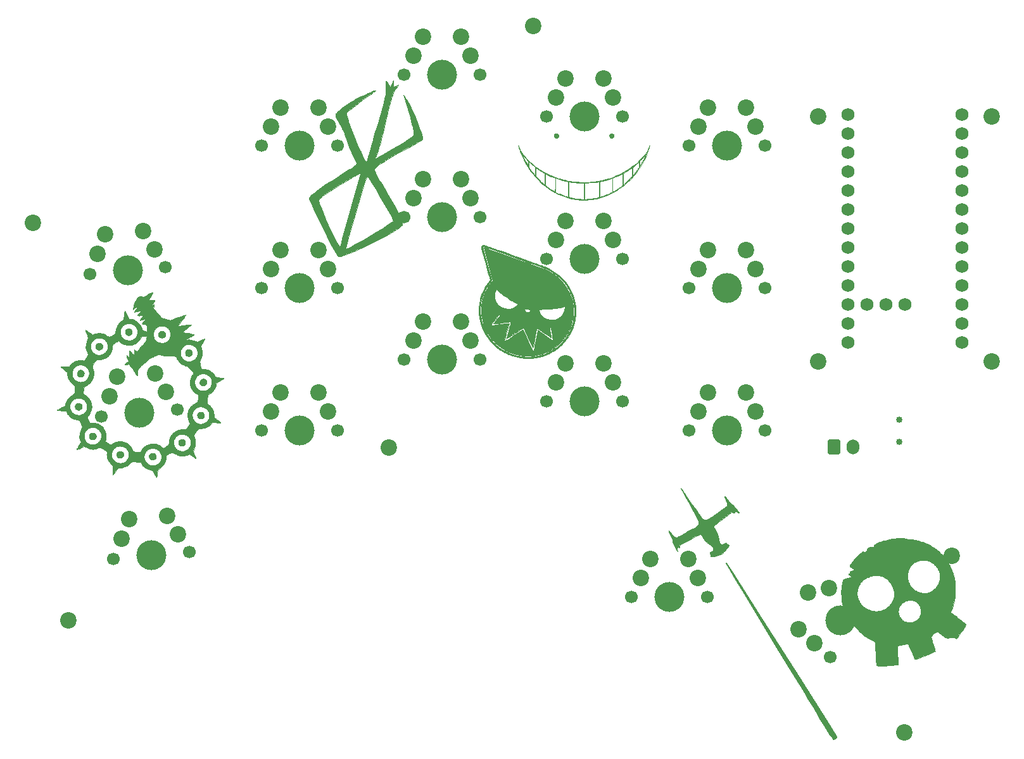
<source format=gbr>
%TF.GenerationSoftware,KiCad,Pcbnew,(6.0.4)*%
%TF.CreationDate,2022-05-05T20:27:36+02:00*%
%TF.ProjectId,Diom-34SP_PCB,44696f6d-2d33-4345-9350-5f5043422e6b,rev?*%
%TF.SameCoordinates,Original*%
%TF.FileFunction,Soldermask,Top*%
%TF.FilePolarity,Negative*%
%FSLAX46Y46*%
G04 Gerber Fmt 4.6, Leading zero omitted, Abs format (unit mm)*
G04 Created by KiCad (PCBNEW (6.0.4)) date 2022-05-05 20:27:36*
%MOMM*%
%LPD*%
G01*
G04 APERTURE LIST*
G04 Aperture macros list*
%AMRoundRect*
0 Rectangle with rounded corners*
0 $1 Rounding radius*
0 $2 $3 $4 $5 $6 $7 $8 $9 X,Y pos of 4 corners*
0 Add a 4 corners polygon primitive as box body*
4,1,4,$2,$3,$4,$5,$6,$7,$8,$9,$2,$3,0*
0 Add four circle primitives for the rounded corners*
1,1,$1+$1,$2,$3*
1,1,$1+$1,$4,$5*
1,1,$1+$1,$6,$7*
1,1,$1+$1,$8,$9*
0 Add four rect primitives between the rounded corners*
20,1,$1+$1,$2,$3,$4,$5,0*
20,1,$1+$1,$4,$5,$6,$7,0*
20,1,$1+$1,$6,$7,$8,$9,0*
20,1,$1+$1,$8,$9,$2,$3,0*%
G04 Aperture macros list end*
%ADD10C,0.030000*%
%ADD11C,0.013000*%
%ADD12C,0.021000*%
%ADD13C,0.012000*%
%ADD14C,0.050000*%
%ADD15C,4.000000*%
%ADD16C,1.700000*%
%ADD17C,2.200000*%
%ADD18RoundRect,0.250000X-0.600000X-0.750000X0.600000X-0.750000X0.600000X0.750000X-0.600000X0.750000X0*%
%ADD19O,1.700000X2.000000*%
%ADD20C,1.752600*%
%ADD21C,0.850000*%
G04 APERTURE END LIST*
D10*
G36*
X77089000Y-80772000D02*
G01*
X77121389Y-80776060D01*
X77153157Y-80782457D01*
X77184202Y-80791099D01*
X77214421Y-80801898D01*
X77243712Y-80814762D01*
X77271973Y-80829601D01*
X77299101Y-80846325D01*
X77324994Y-80864843D01*
X77349550Y-80885066D01*
X77372666Y-80906902D01*
X77394239Y-80930262D01*
X77414168Y-80955054D01*
X77432350Y-80981190D01*
X77448683Y-81008579D01*
X77463064Y-81037129D01*
X77475390Y-81066751D01*
X77485561Y-81097355D01*
X77493472Y-81128850D01*
X77499022Y-81161147D01*
X77502109Y-81194153D01*
X77502629Y-81227780D01*
X77500481Y-81261937D01*
X77495562Y-81296534D01*
X77487771Y-81331479D01*
X77477003Y-81366684D01*
X77466123Y-81395001D01*
X77453630Y-81422215D01*
X77439608Y-81448299D01*
X77424142Y-81473227D01*
X77407314Y-81496974D01*
X77389210Y-81519511D01*
X77369912Y-81540814D01*
X77349505Y-81560857D01*
X77328073Y-81579612D01*
X77305699Y-81597055D01*
X77282467Y-81613157D01*
X77258462Y-81627895D01*
X77233766Y-81641240D01*
X77208464Y-81653167D01*
X77182640Y-81663650D01*
X77156378Y-81672663D01*
X77129760Y-81680179D01*
X77102873Y-81686172D01*
X77075798Y-81690615D01*
X77048621Y-81693484D01*
X77021424Y-81694751D01*
X76994293Y-81694390D01*
X76967309Y-81692375D01*
X76940559Y-81688680D01*
X76914125Y-81683279D01*
X76888091Y-81676144D01*
X76862541Y-81667252D01*
X76837559Y-81656574D01*
X76813229Y-81644084D01*
X76789635Y-81629757D01*
X76766860Y-81613567D01*
X76744989Y-81595487D01*
X76744990Y-81595487D01*
X76723649Y-81575099D01*
X76704034Y-81553520D01*
X76686132Y-81530843D01*
X76669930Y-81507162D01*
X76655415Y-81482571D01*
X76642573Y-81457163D01*
X76631393Y-81431032D01*
X76621860Y-81404272D01*
X76613962Y-81376975D01*
X76607686Y-81349237D01*
X76603018Y-81321149D01*
X76599946Y-81292807D01*
X76598456Y-81264304D01*
X76598536Y-81235732D01*
X76600173Y-81207186D01*
X76603352Y-81178760D01*
X76608063Y-81150547D01*
X76614290Y-81122641D01*
X76622022Y-81095135D01*
X76631245Y-81068123D01*
X76641947Y-81041698D01*
X76654113Y-81015955D01*
X76667732Y-80990986D01*
X76682790Y-80966886D01*
X76699273Y-80943748D01*
X76717170Y-80921666D01*
X76736467Y-80900733D01*
X76757151Y-80881043D01*
X76779208Y-80862689D01*
X76802627Y-80845765D01*
X76827393Y-80830366D01*
X76853494Y-80816583D01*
X76887362Y-80801760D01*
X76921326Y-80789905D01*
X76955283Y-80780929D01*
X76989132Y-80774740D01*
X77022769Y-80771249D01*
X77056092Y-80770366D01*
X77089000Y-80772000D01*
G37*
X77089000Y-80772000D02*
X77121389Y-80776060D01*
X77153157Y-80782457D01*
X77184202Y-80791099D01*
X77214421Y-80801898D01*
X77243712Y-80814762D01*
X77271973Y-80829601D01*
X77299101Y-80846325D01*
X77324994Y-80864843D01*
X77349550Y-80885066D01*
X77372666Y-80906902D01*
X77394239Y-80930262D01*
X77414168Y-80955054D01*
X77432350Y-80981190D01*
X77448683Y-81008579D01*
X77463064Y-81037129D01*
X77475390Y-81066751D01*
X77485561Y-81097355D01*
X77493472Y-81128850D01*
X77499022Y-81161147D01*
X77502109Y-81194153D01*
X77502629Y-81227780D01*
X77500481Y-81261937D01*
X77495562Y-81296534D01*
X77487771Y-81331479D01*
X77477003Y-81366684D01*
X77466123Y-81395001D01*
X77453630Y-81422215D01*
X77439608Y-81448299D01*
X77424142Y-81473227D01*
X77407314Y-81496974D01*
X77389210Y-81519511D01*
X77369912Y-81540814D01*
X77349505Y-81560857D01*
X77328073Y-81579612D01*
X77305699Y-81597055D01*
X77282467Y-81613157D01*
X77258462Y-81627895D01*
X77233766Y-81641240D01*
X77208464Y-81653167D01*
X77182640Y-81663650D01*
X77156378Y-81672663D01*
X77129760Y-81680179D01*
X77102873Y-81686172D01*
X77075798Y-81690615D01*
X77048621Y-81693484D01*
X77021424Y-81694751D01*
X76994293Y-81694390D01*
X76967309Y-81692375D01*
X76940559Y-81688680D01*
X76914125Y-81683279D01*
X76888091Y-81676144D01*
X76862541Y-81667252D01*
X76837559Y-81656574D01*
X76813229Y-81644084D01*
X76789635Y-81629757D01*
X76766860Y-81613567D01*
X76744989Y-81595487D01*
X76744990Y-81595487D01*
X76723649Y-81575099D01*
X76704034Y-81553520D01*
X76686132Y-81530843D01*
X76669930Y-81507162D01*
X76655415Y-81482571D01*
X76642573Y-81457163D01*
X76631393Y-81431032D01*
X76621860Y-81404272D01*
X76613962Y-81376975D01*
X76607686Y-81349237D01*
X76603018Y-81321149D01*
X76599946Y-81292807D01*
X76598456Y-81264304D01*
X76598536Y-81235732D01*
X76600173Y-81207186D01*
X76603352Y-81178760D01*
X76608063Y-81150547D01*
X76614290Y-81122641D01*
X76622022Y-81095135D01*
X76631245Y-81068123D01*
X76641947Y-81041698D01*
X76654113Y-81015955D01*
X76667732Y-80990986D01*
X76682790Y-80966886D01*
X76699273Y-80943748D01*
X76717170Y-80921666D01*
X76736467Y-80900733D01*
X76757151Y-80881043D01*
X76779208Y-80862689D01*
X76802627Y-80845765D01*
X76827393Y-80830366D01*
X76853494Y-80816583D01*
X76887362Y-80801760D01*
X76921326Y-80789905D01*
X76955283Y-80780929D01*
X76989132Y-80774740D01*
X77022769Y-80771249D01*
X77056092Y-80770366D01*
X77089000Y-80772000D01*
D11*
G36*
X179094388Y-112787029D02*
G01*
X179040709Y-112620344D01*
X178991753Y-112450144D01*
X178947494Y-112276334D01*
X178907905Y-112098819D01*
X178872962Y-111917504D01*
X178842638Y-111732295D01*
X178816909Y-111543096D01*
X178795747Y-111349811D01*
X178779127Y-111152347D01*
X178767024Y-110950609D01*
X178759228Y-110684413D01*
X180859886Y-110684413D01*
X180866007Y-110787692D01*
X180878447Y-110891588D01*
X180897223Y-110996633D01*
X180922349Y-111103364D01*
X180953841Y-111212315D01*
X180991714Y-111324021D01*
X181035983Y-111439016D01*
X181086665Y-111557835D01*
X181139040Y-111669975D01*
X181193770Y-111776489D01*
X181251067Y-111877589D01*
X181311145Y-111973488D01*
X181374215Y-112064400D01*
X181440492Y-112150535D01*
X181510188Y-112232108D01*
X181583516Y-112309331D01*
X181660689Y-112382416D01*
X181741919Y-112451576D01*
X181827421Y-112517023D01*
X181917405Y-112578971D01*
X182012086Y-112637632D01*
X182111677Y-112693218D01*
X182216390Y-112745942D01*
X182326438Y-112796017D01*
X182471477Y-112857938D01*
X182591752Y-112906549D01*
X182644996Y-112926492D01*
X182694922Y-112943861D01*
X182742487Y-112958910D01*
X182788648Y-112971888D01*
X182834363Y-112983049D01*
X182880589Y-112992643D01*
X182928283Y-113000921D01*
X182978403Y-113008136D01*
X183031907Y-113014539D01*
X183089752Y-113020382D01*
X183222294Y-113031392D01*
X183327850Y-113037139D01*
X183433208Y-113038374D01*
X183538191Y-113035144D01*
X183642625Y-113027495D01*
X183746334Y-113015477D01*
X183849144Y-112999135D01*
X183950880Y-112978517D01*
X184051366Y-112953670D01*
X184150428Y-112924642D01*
X184247889Y-112891480D01*
X184343576Y-112854231D01*
X184437313Y-112812942D01*
X184528925Y-112767660D01*
X184618237Y-112718434D01*
X184705073Y-112665310D01*
X184789260Y-112608335D01*
X184789261Y-112608337D01*
X184854458Y-112558815D01*
X184921835Y-112501695D01*
X184990719Y-112437857D01*
X185060436Y-112368180D01*
X185130313Y-112293544D01*
X185199677Y-112214828D01*
X185267853Y-112132912D01*
X185334168Y-112048676D01*
X185397949Y-111962999D01*
X185458522Y-111876762D01*
X185515214Y-111790843D01*
X185567351Y-111706122D01*
X185614259Y-111623480D01*
X185655265Y-111543795D01*
X185689696Y-111467948D01*
X185716878Y-111396817D01*
X185746132Y-111304688D01*
X185770923Y-111212984D01*
X185791241Y-111121541D01*
X185807081Y-111030195D01*
X185818433Y-110938783D01*
X185825290Y-110847140D01*
X185827645Y-110755103D01*
X185825490Y-110662507D01*
X185818816Y-110569189D01*
X185807616Y-110474985D01*
X185791882Y-110379730D01*
X185771607Y-110283261D01*
X185746782Y-110185414D01*
X185717401Y-110086024D01*
X185683454Y-109984929D01*
X185644935Y-109881963D01*
X185601210Y-109775033D01*
X185555782Y-109672884D01*
X185508410Y-109575211D01*
X185458851Y-109481708D01*
X185406862Y-109392072D01*
X185352201Y-109305996D01*
X185294625Y-109223175D01*
X185233892Y-109143306D01*
X185169760Y-109066082D01*
X185101985Y-108991199D01*
X185030327Y-108918351D01*
X184954541Y-108847234D01*
X184874386Y-108777543D01*
X184789619Y-108708973D01*
X184699998Y-108641217D01*
X184605280Y-108573973D01*
X184482731Y-108497188D01*
X184352812Y-108430333D01*
X184216280Y-108373418D01*
X184073891Y-108326454D01*
X184035713Y-108316875D01*
X187597274Y-108316875D01*
X187599578Y-108432925D01*
X187604630Y-108537443D01*
X187607691Y-108582852D01*
X187611416Y-108624934D01*
X187616035Y-108664615D01*
X187621777Y-108702824D01*
X187628872Y-108740490D01*
X187637551Y-108778541D01*
X187648042Y-108817905D01*
X187660576Y-108859510D01*
X187675384Y-108904285D01*
X187692693Y-108953158D01*
X187735740Y-109066911D01*
X187791556Y-109208196D01*
X187844162Y-109338485D01*
X187889191Y-109445546D01*
X187928821Y-109533472D01*
X187947292Y-109571539D01*
X187965230Y-109606357D01*
X187982908Y-109638438D01*
X188000598Y-109668295D01*
X188018573Y-109696438D01*
X188037104Y-109723379D01*
X188056463Y-109749631D01*
X188076924Y-109775705D01*
X188122239Y-109829365D01*
X188165185Y-109876739D01*
X188209896Y-109922825D01*
X188256399Y-109967641D01*
X188304723Y-110011205D01*
X188354893Y-110053537D01*
X188406939Y-110094654D01*
X188460887Y-110134575D01*
X188516764Y-110173318D01*
X188574600Y-110210902D01*
X188634421Y-110247346D01*
X188696254Y-110282667D01*
X188760127Y-110316885D01*
X188826068Y-110350018D01*
X188894103Y-110382084D01*
X188964262Y-110413102D01*
X189036571Y-110443090D01*
X189105076Y-110469453D01*
X189173782Y-110493593D01*
X189242676Y-110515508D01*
X189311747Y-110535196D01*
X189380980Y-110552656D01*
X189450365Y-110567886D01*
X189519888Y-110580883D01*
X189589537Y-110591647D01*
X189659299Y-110600176D01*
X189729162Y-110606468D01*
X189799114Y-110610520D01*
X189869142Y-110612333D01*
X189939234Y-110611902D01*
X190009377Y-110609228D01*
X190079558Y-110604309D01*
X190149766Y-110597142D01*
X190200610Y-110589884D01*
X190253460Y-110579956D01*
X190307951Y-110567508D01*
X190363716Y-110552692D01*
X190420388Y-110535659D01*
X190477602Y-110516562D01*
X190534992Y-110495552D01*
X190592191Y-110472781D01*
X190648832Y-110448400D01*
X190704551Y-110422561D01*
X190758980Y-110395416D01*
X190811754Y-110367116D01*
X190862505Y-110337813D01*
X190910869Y-110307659D01*
X190956479Y-110276806D01*
X190998968Y-110245404D01*
X190998971Y-110245408D01*
X191036471Y-110215379D01*
X191075643Y-110182198D01*
X191116077Y-110146306D01*
X191157360Y-110108144D01*
X191199082Y-110068155D01*
X191240830Y-110026780D01*
X191322759Y-109941636D01*
X191399854Y-109856244D01*
X191435559Y-109814559D01*
X191468820Y-109774137D01*
X191499226Y-109735419D01*
X191526365Y-109698847D01*
X191549825Y-109664861D01*
X191569195Y-109633904D01*
X191594786Y-109588655D01*
X191621115Y-109539024D01*
X191674953Y-109429214D01*
X191728637Y-109309671D01*
X191780098Y-109185590D01*
X191827266Y-109062165D01*
X191868070Y-108944593D01*
X191900440Y-108838069D01*
X191912815Y-108790574D01*
X191922306Y-108747789D01*
X191940874Y-108632657D01*
X191951468Y-108515785D01*
X191954208Y-108397549D01*
X191949216Y-108278329D01*
X191936615Y-108158502D01*
X191916525Y-108038448D01*
X191889069Y-107918544D01*
X191854369Y-107799169D01*
X191812545Y-107680701D01*
X191763720Y-107563518D01*
X191708016Y-107448000D01*
X191645553Y-107334523D01*
X191576455Y-107223467D01*
X191500842Y-107115210D01*
X191418837Y-107010130D01*
X191330561Y-106908606D01*
X191287408Y-106864021D01*
X191238341Y-106817698D01*
X191184131Y-106770144D01*
X191125547Y-106721866D01*
X191063360Y-106673370D01*
X190998340Y-106625165D01*
X190931256Y-106577756D01*
X190862878Y-106531652D01*
X190793977Y-106487359D01*
X190725323Y-106445383D01*
X190657685Y-106406233D01*
X190591834Y-106370415D01*
X190528539Y-106338436D01*
X190468571Y-106310804D01*
X190412700Y-106288025D01*
X190361695Y-106270606D01*
X190265206Y-106243843D01*
X190168378Y-106221643D01*
X190071229Y-106204004D01*
X189973778Y-106190924D01*
X189876044Y-106182401D01*
X189778046Y-106178435D01*
X189679801Y-106179025D01*
X189581330Y-106184168D01*
X189482651Y-106193863D01*
X189383783Y-106208109D01*
X189284745Y-106226904D01*
X189185554Y-106250247D01*
X189086231Y-106278137D01*
X188986794Y-106310572D01*
X188887262Y-106347551D01*
X188787653Y-106389072D01*
X188680341Y-106436773D01*
X188635391Y-106457529D01*
X188595215Y-106476969D01*
X188559039Y-106495650D01*
X188526089Y-106514132D01*
X188495592Y-106532974D01*
X188466774Y-106552734D01*
X188438862Y-106573972D01*
X188411081Y-106597248D01*
X188382660Y-106623118D01*
X188352823Y-106652144D01*
X188320798Y-106684883D01*
X188285811Y-106721895D01*
X188203857Y-106810974D01*
X188124646Y-106901350D01*
X188051144Y-106992701D01*
X187983311Y-107085133D01*
X187921109Y-107178750D01*
X187864498Y-107273658D01*
X187813438Y-107369962D01*
X187767892Y-107467768D01*
X187727818Y-107567179D01*
X187693180Y-107668302D01*
X187663936Y-107771242D01*
X187640048Y-107876104D01*
X187621478Y-107982993D01*
X187608184Y-108092015D01*
X187600130Y-108203274D01*
X187597274Y-108316875D01*
X184035713Y-108316875D01*
X183926401Y-108289450D01*
X183774565Y-108262415D01*
X183619140Y-108245361D01*
X183460882Y-108238295D01*
X183300547Y-108241229D01*
X183138891Y-108254171D01*
X182976669Y-108277133D01*
X182814638Y-108310123D01*
X182653554Y-108353152D01*
X182494173Y-108406228D01*
X182337250Y-108469363D01*
X182183543Y-108542566D01*
X182075056Y-108600612D01*
X181973101Y-108659727D01*
X181877332Y-108720296D01*
X181787399Y-108782708D01*
X181702953Y-108847348D01*
X181623647Y-108914605D01*
X181549131Y-108984864D01*
X181479058Y-109058513D01*
X181413078Y-109135938D01*
X181350844Y-109217527D01*
X181292007Y-109303667D01*
X181236219Y-109394745D01*
X181183130Y-109491146D01*
X181132393Y-109593259D01*
X181083659Y-109701471D01*
X181036580Y-109816168D01*
X180992697Y-109933774D01*
X180955011Y-110047717D01*
X180923538Y-110158533D01*
X180898291Y-110266756D01*
X180879287Y-110372920D01*
X180866541Y-110477562D01*
X180860069Y-110581214D01*
X180859886Y-110684413D01*
X178759228Y-110684413D01*
X178758555Y-110661438D01*
X178760949Y-110376114D01*
X178773865Y-110097814D01*
X178796964Y-109829713D01*
X178829905Y-109574988D01*
X178849960Y-109453634D01*
X178872348Y-109336814D01*
X178897026Y-109224926D01*
X178923952Y-109118367D01*
X178953083Y-109017534D01*
X178984377Y-108922823D01*
X178992033Y-108901768D01*
X178999474Y-108882637D01*
X179006802Y-108865321D01*
X179014117Y-108849705D01*
X179021523Y-108835680D01*
X179029120Y-108823132D01*
X179037013Y-108811951D01*
X179045301Y-108802024D01*
X179054088Y-108793240D01*
X179063476Y-108785486D01*
X179073566Y-108778651D01*
X179084460Y-108772623D01*
X179096261Y-108767290D01*
X179109071Y-108762541D01*
X179122991Y-108758263D01*
X179138124Y-108754345D01*
X179150574Y-108751193D01*
X179162079Y-108747918D01*
X179172640Y-108744520D01*
X179182259Y-108740999D01*
X179190936Y-108737353D01*
X179198674Y-108733583D01*
X179205473Y-108729686D01*
X179211334Y-108725663D01*
X179216260Y-108721513D01*
X179220251Y-108717235D01*
X179221897Y-108715048D01*
X179223309Y-108712829D01*
X179224488Y-108710577D01*
X179225435Y-108708293D01*
X179226149Y-108705976D01*
X179226630Y-108703627D01*
X179226879Y-108701245D01*
X179226896Y-108698830D01*
X179226681Y-108696382D01*
X179226234Y-108693901D01*
X179225556Y-108691388D01*
X179224645Y-108688841D01*
X179223851Y-108686764D01*
X179223153Y-108684751D01*
X179222551Y-108682803D01*
X179222043Y-108680922D01*
X179221629Y-108679110D01*
X179221307Y-108677368D01*
X179221076Y-108675698D01*
X179220936Y-108674101D01*
X179220885Y-108672581D01*
X179220922Y-108671137D01*
X179221045Y-108669772D01*
X179221255Y-108668488D01*
X179221550Y-108667286D01*
X179221928Y-108666167D01*
X179222389Y-108665135D01*
X179222931Y-108664189D01*
X179223554Y-108663333D01*
X179224257Y-108662568D01*
X179225038Y-108661894D01*
X179225895Y-108661315D01*
X179226830Y-108660832D01*
X179227839Y-108660447D01*
X179228922Y-108660160D01*
X179230078Y-108659975D01*
X179231306Y-108659892D01*
X179232604Y-108659913D01*
X179233973Y-108660041D01*
X179235409Y-108660276D01*
X179236914Y-108660620D01*
X179238484Y-108661076D01*
X179240120Y-108661644D01*
X179241821Y-108662327D01*
X179245313Y-108663982D01*
X179248858Y-108665965D01*
X179252430Y-108668250D01*
X179256004Y-108670812D01*
X179259557Y-108673622D01*
X179263062Y-108676656D01*
X179266495Y-108679887D01*
X179269833Y-108683290D01*
X179273049Y-108686836D01*
X179276119Y-108690502D01*
X179279018Y-108694259D01*
X179281722Y-108698083D01*
X179284206Y-108701946D01*
X179286444Y-108705823D01*
X179288414Y-108709687D01*
X179290088Y-108713512D01*
X179292320Y-108718131D01*
X179295104Y-108722281D01*
X179298401Y-108725974D01*
X179302173Y-108729217D01*
X179306380Y-108732022D01*
X179310984Y-108734396D01*
X179315945Y-108736350D01*
X179321226Y-108737893D01*
X179326787Y-108739034D01*
X179332589Y-108739783D01*
X179338594Y-108740150D01*
X179344762Y-108740144D01*
X179351056Y-108739774D01*
X179357436Y-108739050D01*
X179363863Y-108737981D01*
X179370298Y-108736578D01*
X179376703Y-108734848D01*
X179383039Y-108732802D01*
X179389268Y-108730450D01*
X179395349Y-108727800D01*
X179401244Y-108724862D01*
X179406916Y-108721647D01*
X179412324Y-108718162D01*
X179417430Y-108714418D01*
X179422195Y-108710423D01*
X179426580Y-108706189D01*
X179430547Y-108701723D01*
X179434056Y-108697036D01*
X179437069Y-108692137D01*
X179439547Y-108687035D01*
X179441452Y-108681741D01*
X179442743Y-108676262D01*
X179444156Y-108670942D01*
X179446475Y-108665766D01*
X179449641Y-108660747D01*
X179453595Y-108655897D01*
X179458280Y-108651227D01*
X179463637Y-108646748D01*
X179469608Y-108642472D01*
X179476135Y-108638411D01*
X179483159Y-108634576D01*
X179490622Y-108630979D01*
X179506632Y-108624545D01*
X179523699Y-108619202D01*
X179541355Y-108615042D01*
X179559134Y-108612158D01*
X179576571Y-108610642D01*
X179585015Y-108610427D01*
X179593198Y-108610589D01*
X179601062Y-108611139D01*
X179608549Y-108612089D01*
X179615600Y-108613451D01*
X179622158Y-108615237D01*
X179628163Y-108617457D01*
X179633558Y-108620124D01*
X179638284Y-108623249D01*
X179642282Y-108626843D01*
X179645496Y-108630919D01*
X179647865Y-108635488D01*
X179648494Y-108637181D01*
X179649012Y-108638835D01*
X179649420Y-108640447D01*
X179649721Y-108642017D01*
X179649915Y-108643542D01*
X179650006Y-108645021D01*
X179649993Y-108646452D01*
X179649880Y-108647833D01*
X179649668Y-108649164D01*
X179649358Y-108650441D01*
X179648952Y-108651663D01*
X179648453Y-108652830D01*
X179647860Y-108653938D01*
X179647178Y-108654987D01*
X179646406Y-108655974D01*
X179645547Y-108656898D01*
X179644602Y-108657758D01*
X179643574Y-108658551D01*
X179642463Y-108659276D01*
X179641272Y-108659931D01*
X179640002Y-108660515D01*
X179638655Y-108661026D01*
X179637233Y-108661462D01*
X179635737Y-108661821D01*
X179634169Y-108662102D01*
X179632531Y-108662304D01*
X179630825Y-108662423D01*
X179629051Y-108662460D01*
X179627213Y-108662411D01*
X179625311Y-108662277D01*
X179623347Y-108662053D01*
X179621323Y-108661740D01*
X179619307Y-108661448D01*
X179617367Y-108661285D01*
X179615505Y-108661250D01*
X179613721Y-108661340D01*
X179612017Y-108661551D01*
X179610395Y-108661882D01*
X179608855Y-108662329D01*
X179607399Y-108662890D01*
X179606028Y-108663563D01*
X179604744Y-108664344D01*
X179603548Y-108665231D01*
X179602440Y-108666221D01*
X179601423Y-108667312D01*
X179600498Y-108668500D01*
X179599666Y-108669784D01*
X179598928Y-108671160D01*
X179598286Y-108672626D01*
X179597741Y-108674179D01*
X179597294Y-108675817D01*
X179596946Y-108677536D01*
X179596699Y-108679334D01*
X179596555Y-108681209D01*
X179596514Y-108683157D01*
X179596577Y-108685177D01*
X179596747Y-108687264D01*
X179597024Y-108689418D01*
X179597410Y-108691634D01*
X179597905Y-108693911D01*
X179598512Y-108696245D01*
X179599232Y-108698635D01*
X179600065Y-108701076D01*
X179601013Y-108703567D01*
X179602158Y-108706272D01*
X179603366Y-108708831D01*
X179604637Y-108711244D01*
X179605968Y-108713511D01*
X179607358Y-108715630D01*
X179608804Y-108717602D01*
X179610305Y-108719427D01*
X179611858Y-108721103D01*
X179613463Y-108722630D01*
X179615116Y-108724008D01*
X179616816Y-108725237D01*
X179618561Y-108726317D01*
X179620350Y-108727246D01*
X179622179Y-108728024D01*
X179624048Y-108728652D01*
X179625954Y-108729128D01*
X179627896Y-108729452D01*
X179629871Y-108729624D01*
X179631878Y-108729643D01*
X179633914Y-108729510D01*
X179635978Y-108729223D01*
X179638068Y-108728782D01*
X179640182Y-108728187D01*
X179642318Y-108727437D01*
X179644474Y-108726532D01*
X179646648Y-108725472D01*
X179648838Y-108724257D01*
X179651043Y-108722884D01*
X179653260Y-108721356D01*
X179655487Y-108719670D01*
X179657723Y-108717827D01*
X179659966Y-108715826D01*
X179662158Y-108713943D01*
X179664661Y-108712063D01*
X179670559Y-108708322D01*
X179677571Y-108704627D01*
X179685609Y-108701000D01*
X179694588Y-108697465D01*
X179704419Y-108694044D01*
X179715015Y-108690760D01*
X179726289Y-108687637D01*
X179738153Y-108684698D01*
X179750520Y-108681965D01*
X179763303Y-108679461D01*
X179776414Y-108677211D01*
X179789767Y-108675235D01*
X179803273Y-108673559D01*
X179816846Y-108672204D01*
X179830397Y-108671193D01*
X179851472Y-108669780D01*
X179870252Y-108668235D01*
X179886896Y-108666458D01*
X179901565Y-108664349D01*
X179914418Y-108661810D01*
X179925615Y-108658741D01*
X179930641Y-108656976D01*
X179935314Y-108655042D01*
X179939652Y-108652926D01*
X179943676Y-108650614D01*
X179947406Y-108648096D01*
X179950861Y-108645358D01*
X179954061Y-108642389D01*
X179957027Y-108639175D01*
X179959778Y-108635704D01*
X179962335Y-108631964D01*
X179964716Y-108627942D01*
X179966943Y-108623627D01*
X179971013Y-108614063D01*
X179974702Y-108603175D01*
X179978172Y-108590862D01*
X179981581Y-108577025D01*
X179983958Y-108568130D01*
X179986901Y-108559232D01*
X179990367Y-108550387D01*
X179994313Y-108541653D01*
X179998698Y-108533086D01*
X180003480Y-108524742D01*
X180008615Y-108516680D01*
X180014063Y-108508956D01*
X180019780Y-108501626D01*
X180025726Y-108494747D01*
X180031857Y-108488377D01*
X180038131Y-108482571D01*
X180044507Y-108477388D01*
X180050941Y-108472884D01*
X180057393Y-108469115D01*
X180063819Y-108466139D01*
X180070548Y-108463106D01*
X180076659Y-108459661D01*
X180082162Y-108455829D01*
X180087064Y-108451640D01*
X180091373Y-108447121D01*
X180095099Y-108442299D01*
X180098249Y-108437201D01*
X180100831Y-108431856D01*
X180102854Y-108426290D01*
X180104326Y-108420532D01*
X180105255Y-108414608D01*
X180105650Y-108408547D01*
X180105519Y-108402376D01*
X180104870Y-108396122D01*
X180103711Y-108389813D01*
X180102052Y-108383476D01*
X180099899Y-108377139D01*
X180097261Y-108370830D01*
X180094148Y-108364576D01*
X180090566Y-108358404D01*
X180086524Y-108352343D01*
X180082030Y-108346419D01*
X180077093Y-108340660D01*
X180071722Y-108335094D01*
X180065923Y-108329748D01*
X180059706Y-108324650D01*
X180053079Y-108319827D01*
X180046050Y-108315307D01*
X180038627Y-108311118D01*
X180030819Y-108307286D01*
X180022634Y-108303839D01*
X180014081Y-108300805D01*
X180007488Y-108298478D01*
X180000901Y-108295766D01*
X179994359Y-108292701D01*
X179987906Y-108289316D01*
X179981582Y-108285646D01*
X179975430Y-108281723D01*
X179969491Y-108277581D01*
X179963808Y-108273253D01*
X179958421Y-108268771D01*
X179953374Y-108264170D01*
X179948706Y-108259483D01*
X179944462Y-108254743D01*
X179940681Y-108249982D01*
X179937407Y-108245236D01*
X179934680Y-108240536D01*
X179932543Y-108235916D01*
X179931522Y-108233607D01*
X179930292Y-108231251D01*
X179928860Y-108228855D01*
X179927231Y-108226422D01*
X179925414Y-108223956D01*
X179923414Y-108221464D01*
X179918893Y-108216415D01*
X179913721Y-108211314D01*
X179907952Y-108206198D01*
X179901638Y-108201104D01*
X179894833Y-108196070D01*
X179887589Y-108191135D01*
X179879960Y-108186334D01*
X179871998Y-108181707D01*
X179863757Y-108177290D01*
X179855290Y-108173122D01*
X179846650Y-108169240D01*
X179837890Y-108165682D01*
X179829063Y-108162485D01*
X179816445Y-108158008D01*
X179804627Y-108153427D01*
X179793610Y-108148753D01*
X179783394Y-108143997D01*
X179773979Y-108139170D01*
X179765365Y-108134283D01*
X179757554Y-108129346D01*
X179750544Y-108124371D01*
X179744338Y-108119368D01*
X179738935Y-108114348D01*
X179734335Y-108109322D01*
X179730539Y-108104302D01*
X179727548Y-108099297D01*
X179725361Y-108094318D01*
X179723979Y-108089378D01*
X179723403Y-108084485D01*
X179723632Y-108079652D01*
X179724668Y-108074889D01*
X179726511Y-108070207D01*
X179729160Y-108065617D01*
X179732617Y-108061130D01*
X179736882Y-108056756D01*
X179741955Y-108052507D01*
X179747836Y-108048393D01*
X179754526Y-108044426D01*
X179762026Y-108040615D01*
X179770335Y-108036973D01*
X179779455Y-108033509D01*
X179789385Y-108030235D01*
X179800126Y-108027162D01*
X179811678Y-108024300D01*
X179824042Y-108021660D01*
X179825691Y-108021324D01*
X180041819Y-108021324D01*
X180042157Y-108028342D01*
X180042907Y-108035355D01*
X180044053Y-108042319D01*
X180045581Y-108049195D01*
X180047474Y-108055938D01*
X180049717Y-108062509D01*
X180052294Y-108068865D01*
X180055190Y-108074964D01*
X180058389Y-108080765D01*
X180061876Y-108086226D01*
X180065635Y-108091306D01*
X180069650Y-108095961D01*
X180073907Y-108100152D01*
X180078389Y-108103836D01*
X180083080Y-108106971D01*
X180087966Y-108109515D01*
X180093031Y-108111427D01*
X180098259Y-108112666D01*
X180103634Y-108113188D01*
X180109141Y-108112954D01*
X180114765Y-108111920D01*
X180120490Y-108110045D01*
X180122828Y-108109009D01*
X180125122Y-108107792D01*
X180127370Y-108106401D01*
X180129568Y-108104842D01*
X180131715Y-108103120D01*
X180133808Y-108101242D01*
X180135844Y-108099214D01*
X180137821Y-108097041D01*
X180139735Y-108094729D01*
X180141586Y-108092286D01*
X180143369Y-108089715D01*
X180145083Y-108087024D01*
X180146724Y-108084218D01*
X180148290Y-108081304D01*
X180149780Y-108078287D01*
X180151189Y-108075173D01*
X180152515Y-108071968D01*
X180153757Y-108068678D01*
X180154910Y-108065309D01*
X180155974Y-108061868D01*
X180156944Y-108058359D01*
X180157820Y-108054790D01*
X180158597Y-108051165D01*
X180159273Y-108047491D01*
X180159846Y-108043774D01*
X180160314Y-108040020D01*
X180160673Y-108036234D01*
X180160921Y-108032423D01*
X180161056Y-108028593D01*
X180161074Y-108024750D01*
X180160974Y-108020899D01*
X180160753Y-108017046D01*
X180159207Y-108001048D01*
X180157043Y-107986694D01*
X180155731Y-107980135D01*
X180154266Y-107973988D01*
X180152649Y-107968253D01*
X180150881Y-107962931D01*
X180148962Y-107958023D01*
X180146892Y-107953527D01*
X180144673Y-107949446D01*
X180142304Y-107945780D01*
X180139787Y-107942527D01*
X180137122Y-107939690D01*
X180134310Y-107937268D01*
X180131351Y-107935262D01*
X180128246Y-107933672D01*
X180124995Y-107932498D01*
X180121600Y-107931741D01*
X180118060Y-107931401D01*
X180114376Y-107931479D01*
X180110549Y-107931974D01*
X180106579Y-107932887D01*
X180102468Y-107934219D01*
X180098215Y-107935970D01*
X180093821Y-107938140D01*
X180089287Y-107940730D01*
X180084613Y-107943739D01*
X180079801Y-107947169D01*
X180074850Y-107951019D01*
X180069761Y-107955290D01*
X180064535Y-107959983D01*
X180059895Y-107964767D01*
X180055823Y-107969963D01*
X180052303Y-107975528D01*
X180049320Y-107981421D01*
X180046858Y-107987599D01*
X180044901Y-107994023D01*
X180043435Y-108000648D01*
X180042442Y-108007435D01*
X180041909Y-108014341D01*
X180041819Y-108021324D01*
X179825691Y-108021324D01*
X179842786Y-108017833D01*
X179859372Y-108014116D01*
X179873911Y-108010382D01*
X179886515Y-108006501D01*
X179892126Y-108004465D01*
X179897294Y-108002343D01*
X179902034Y-108000120D01*
X179906359Y-107997780D01*
X179910283Y-107995305D01*
X179913820Y-107992681D01*
X179916984Y-107989891D01*
X179919788Y-107986919D01*
X179922247Y-107983748D01*
X179924375Y-107980363D01*
X179926184Y-107976747D01*
X179927690Y-107972884D01*
X179928905Y-107968759D01*
X179929845Y-107964354D01*
X179930521Y-107959654D01*
X179930950Y-107954642D01*
X179931115Y-107943620D01*
X179930453Y-107931159D01*
X179929073Y-107917128D01*
X179927086Y-107901400D01*
X179923646Y-107873025D01*
X179921474Y-107847276D01*
X179920693Y-107823976D01*
X179920863Y-107813190D01*
X179921427Y-107802950D01*
X179922400Y-107793234D01*
X179923798Y-107784020D01*
X179925637Y-107775286D01*
X179927931Y-107767009D01*
X179930697Y-107759169D01*
X179933949Y-107751743D01*
X179937703Y-107744708D01*
X179941975Y-107738043D01*
X179946779Y-107731725D01*
X179952132Y-107725733D01*
X179958049Y-107720045D01*
X179964544Y-107714638D01*
X179971635Y-107709490D01*
X179979335Y-107704580D01*
X179987661Y-107699884D01*
X179996627Y-107695382D01*
X180006250Y-107691051D01*
X180016545Y-107686869D01*
X180039211Y-107678864D01*
X180064749Y-107671190D01*
X180093282Y-107663671D01*
X180124727Y-107654995D01*
X180158229Y-107644253D01*
X180192759Y-107631870D01*
X180227283Y-107618270D01*
X180260771Y-107603878D01*
X180292193Y-107589117D01*
X180320515Y-107574413D01*
X180333192Y-107567214D01*
X180344708Y-107560189D01*
X180357114Y-107552051D01*
X180368549Y-107544011D01*
X180379007Y-107536051D01*
X180388482Y-107528156D01*
X180396967Y-107520311D01*
X180404457Y-107512499D01*
X180410945Y-107504705D01*
X180416424Y-107496914D01*
X180420890Y-107489109D01*
X180424334Y-107481276D01*
X180426751Y-107473397D01*
X180428136Y-107465458D01*
X180428481Y-107457443D01*
X180427780Y-107449336D01*
X180426027Y-107441121D01*
X180423217Y-107432783D01*
X180419342Y-107424306D01*
X180414396Y-107415674D01*
X180408373Y-107406872D01*
X180401268Y-107397884D01*
X180393073Y-107388694D01*
X180383782Y-107379287D01*
X180373390Y-107369647D01*
X180361889Y-107359757D01*
X180349274Y-107349603D01*
X180335539Y-107339169D01*
X180320677Y-107328439D01*
X180304682Y-107317397D01*
X180287547Y-107306027D01*
X180269267Y-107294315D01*
X180229246Y-107269798D01*
X180195889Y-107249506D01*
X180164474Y-107229604D01*
X180134967Y-107210062D01*
X180107332Y-107190847D01*
X180081536Y-107171928D01*
X180057544Y-107153273D01*
X180035322Y-107134851D01*
X180014835Y-107116628D01*
X179996049Y-107098575D01*
X179978930Y-107080659D01*
X179963443Y-107062848D01*
X179949554Y-107045110D01*
X179937229Y-107027415D01*
X179926432Y-107009729D01*
X179917131Y-106992021D01*
X179909290Y-106974260D01*
X179906546Y-106954590D01*
X179910964Y-106928100D01*
X179922165Y-106895227D01*
X179939775Y-106856406D01*
X179992715Y-106762662D01*
X180066773Y-106650355D01*
X180158941Y-106522970D01*
X180266209Y-106383992D01*
X180385568Y-106236907D01*
X180514008Y-106085200D01*
X180648520Y-105932356D01*
X180786094Y-105781861D01*
X180923723Y-105637200D01*
X181058395Y-105501860D01*
X181187102Y-105379324D01*
X181306834Y-105273079D01*
X181414582Y-105186610D01*
X181507337Y-105123403D01*
X181526349Y-105112214D01*
X181543745Y-105102438D01*
X181559724Y-105094057D01*
X181574489Y-105087052D01*
X181588239Y-105081408D01*
X181601177Y-105077105D01*
X181607403Y-105075452D01*
X181613502Y-105074128D01*
X181619499Y-105073131D01*
X181625417Y-105072458D01*
X181631284Y-105072108D01*
X181637123Y-105072078D01*
X181642960Y-105072366D01*
X181648820Y-105072970D01*
X181654728Y-105073888D01*
X181660709Y-105075118D01*
X181672992Y-105078503D01*
X181685869Y-105083108D01*
X181699542Y-105088916D01*
X181714212Y-105095909D01*
X181730079Y-105104070D01*
X181743071Y-105110573D01*
X181756213Y-105116440D01*
X181769476Y-105121679D01*
X181782831Y-105126294D01*
X181809705Y-105133683D01*
X181836603Y-105138655D01*
X181863295Y-105141263D01*
X181889550Y-105141556D01*
X181915139Y-105139584D01*
X181939831Y-105135398D01*
X181963396Y-105129048D01*
X181974683Y-105125077D01*
X181985602Y-105120584D01*
X181996124Y-105115575D01*
X182006221Y-105110057D01*
X182015862Y-105104035D01*
X182025020Y-105097516D01*
X182033666Y-105090507D01*
X182041771Y-105083013D01*
X182049306Y-105075041D01*
X182056243Y-105066598D01*
X182062552Y-105057689D01*
X182068204Y-105048320D01*
X182073172Y-105038499D01*
X182077426Y-105028231D01*
X182080860Y-105019488D01*
X182084642Y-105010812D01*
X182088735Y-105002255D01*
X182093100Y-104993871D01*
X182097699Y-104985711D01*
X182102492Y-104977828D01*
X182107442Y-104970274D01*
X182112509Y-104963103D01*
X182117655Y-104956366D01*
X182122842Y-104950117D01*
X182128030Y-104944407D01*
X182133183Y-104939289D01*
X182138259Y-104934816D01*
X182143223Y-104931040D01*
X182148034Y-104928013D01*
X182152654Y-104925789D01*
X182154872Y-104924760D01*
X182157014Y-104923485D01*
X182159078Y-104921970D01*
X182161063Y-104920224D01*
X182162966Y-104918254D01*
X182164787Y-104916068D01*
X182166523Y-104913672D01*
X182168174Y-104911076D01*
X182169737Y-104908285D01*
X182171211Y-104905308D01*
X182172594Y-104902153D01*
X182173885Y-104898826D01*
X182175081Y-104895336D01*
X182176182Y-104891690D01*
X182177186Y-104887895D01*
X182178091Y-104883960D01*
X182179598Y-104875696D01*
X182180691Y-104866959D01*
X182181355Y-104857809D01*
X182181580Y-104848307D01*
X182181351Y-104838512D01*
X182180655Y-104828486D01*
X182179481Y-104818289D01*
X182177814Y-104807981D01*
X182175295Y-104792838D01*
X182173625Y-104778791D01*
X182172883Y-104765698D01*
X182172885Y-104759464D01*
X182173149Y-104753416D01*
X182173684Y-104747534D01*
X182174501Y-104741802D01*
X182175609Y-104736201D01*
X182177018Y-104730714D01*
X182178739Y-104725323D01*
X182180781Y-104720010D01*
X182183154Y-104714757D01*
X182185868Y-104709547D01*
X182188933Y-104704361D01*
X182192358Y-104699181D01*
X182196155Y-104693991D01*
X182200331Y-104688772D01*
X182204899Y-104683506D01*
X182209866Y-104678176D01*
X182221043Y-104667250D01*
X182233939Y-104655852D01*
X182248635Y-104643840D01*
X182265210Y-104631071D01*
X182283744Y-104617402D01*
X182319914Y-104591916D01*
X182354805Y-104569019D01*
X182388974Y-104548583D01*
X182422978Y-104530482D01*
X182457373Y-104514588D01*
X182492716Y-104500774D01*
X182529564Y-104488913D01*
X182568475Y-104478878D01*
X182610004Y-104470541D01*
X182654708Y-104463776D01*
X182703146Y-104458454D01*
X182755873Y-104454450D01*
X182813446Y-104451635D01*
X182876423Y-104449883D01*
X182945359Y-104449067D01*
X183020813Y-104449059D01*
X183025441Y-104449007D01*
X183029857Y-104448801D01*
X183034066Y-104448434D01*
X183038069Y-104447898D01*
X183041872Y-104447188D01*
X183045476Y-104446298D01*
X183048887Y-104445221D01*
X183052107Y-104443951D01*
X183055139Y-104442482D01*
X183057988Y-104440806D01*
X183060656Y-104438918D01*
X183063148Y-104436812D01*
X183065467Y-104434481D01*
X183067615Y-104431919D01*
X183069598Y-104429119D01*
X183071418Y-104426075D01*
X183073078Y-104422781D01*
X183074583Y-104419230D01*
X183075935Y-104415417D01*
X183077139Y-104411334D01*
X183078197Y-104406975D01*
X183079114Y-104402335D01*
X183079892Y-104397406D01*
X183080536Y-104392183D01*
X183081048Y-104386659D01*
X183081432Y-104380827D01*
X183081693Y-104374682D01*
X183081832Y-104368217D01*
X183081762Y-104354301D01*
X183081251Y-104339029D01*
X183080973Y-104327577D01*
X183081154Y-104316028D01*
X183081775Y-104304459D01*
X183082816Y-104292948D01*
X183084255Y-104281573D01*
X183086073Y-104270411D01*
X183088250Y-104259540D01*
X183090765Y-104249037D01*
X183093599Y-104238980D01*
X183096731Y-104229447D01*
X183100140Y-104220515D01*
X183103807Y-104212262D01*
X183107712Y-104204766D01*
X183111834Y-104198105D01*
X183116153Y-104192355D01*
X183120649Y-104187595D01*
X183145052Y-104168286D01*
X183180976Y-104144504D01*
X183227126Y-104116865D01*
X183282211Y-104085987D01*
X183414014Y-104016978D01*
X183566043Y-103942409D01*
X183727956Y-103867215D01*
X183889411Y-103796329D01*
X184040067Y-103734683D01*
X184108114Y-103708867D01*
X184169583Y-103687212D01*
X184352825Y-103635414D01*
X184614629Y-103574035D01*
X184929248Y-103507869D01*
X185270935Y-103441711D01*
X185613943Y-103380355D01*
X185932524Y-103328598D01*
X186200932Y-103291234D01*
X186393420Y-103273058D01*
X186519545Y-103270268D01*
X186662665Y-103272924D01*
X186992867Y-103293522D01*
X187369984Y-103332744D01*
X187779972Y-103388483D01*
X188208787Y-103458630D01*
X188642386Y-103541078D01*
X189066726Y-103633719D01*
X189467762Y-103734446D01*
X189649258Y-103788262D01*
X189833489Y-103852051D01*
X190019619Y-103925283D01*
X190206813Y-104007424D01*
X190394236Y-104097943D01*
X190581053Y-104196309D01*
X190766429Y-104301990D01*
X190949528Y-104414453D01*
X191129515Y-104533168D01*
X191305556Y-104657603D01*
X191476814Y-104787225D01*
X191642456Y-104921504D01*
X191801645Y-105059906D01*
X191953547Y-105201902D01*
X192097327Y-105346958D01*
X192232148Y-105494543D01*
X192469069Y-105770518D01*
X192572599Y-105896067D01*
X192667539Y-106015560D01*
X192754912Y-106130671D01*
X192835740Y-106243078D01*
X192911047Y-106354455D01*
X192981855Y-106466480D01*
X193049186Y-106580827D01*
X193114064Y-106699173D01*
X193177511Y-106823194D01*
X193240550Y-106954566D01*
X193304204Y-107094965D01*
X193369495Y-107246067D01*
X193509081Y-107587083D01*
X193599724Y-107815870D01*
X193672141Y-108002871D01*
X193729065Y-108156490D01*
X193773228Y-108285132D01*
X193807363Y-108397201D01*
X193834203Y-108501103D01*
X193856482Y-108605242D01*
X193876931Y-108718023D01*
X193899817Y-108862206D01*
X193920172Y-109010480D01*
X193937717Y-109159689D01*
X193952172Y-109306677D01*
X193963259Y-109448291D01*
X193970698Y-109581373D01*
X193974211Y-109702769D01*
X193973517Y-109809324D01*
X193972089Y-109898129D01*
X193971469Y-110029069D01*
X193971678Y-110184509D01*
X193972737Y-110346812D01*
X193972641Y-110503834D01*
X193969312Y-110656758D01*
X193962726Y-110805891D01*
X193952858Y-110951544D01*
X193939684Y-111094026D01*
X193923179Y-111233647D01*
X193903319Y-111370715D01*
X193880079Y-111505541D01*
X193843729Y-111678905D01*
X193794488Y-111883436D01*
X193736582Y-112104478D01*
X193674239Y-112327377D01*
X193611686Y-112537476D01*
X193553150Y-112720122D01*
X193502859Y-112860658D01*
X193482126Y-112910555D01*
X193465040Y-112944429D01*
X193442031Y-112983617D01*
X193422496Y-113018822D01*
X193406591Y-113050512D01*
X193400047Y-113065186D01*
X193394467Y-113079156D01*
X193389872Y-113092481D01*
X193386279Y-113105221D01*
X193383709Y-113117433D01*
X193382181Y-113129176D01*
X193381713Y-113140509D01*
X193382324Y-113151489D01*
X193384035Y-113162176D01*
X193386864Y-113172629D01*
X193390831Y-113182905D01*
X193395954Y-113193063D01*
X193402253Y-113203162D01*
X193409747Y-113213260D01*
X193418455Y-113223416D01*
X193428396Y-113233689D01*
X193439590Y-113244136D01*
X193452056Y-113254816D01*
X193465812Y-113265789D01*
X193480879Y-113277112D01*
X193515019Y-113301043D01*
X193554631Y-113327078D01*
X193599866Y-113355686D01*
X193714665Y-113433501D01*
X193882834Y-113555441D01*
X194089892Y-113710354D01*
X194321355Y-113887087D01*
X194562742Y-114074487D01*
X194799569Y-114261402D01*
X195017355Y-114436680D01*
X195201618Y-114589169D01*
X195417442Y-114771428D01*
X195333683Y-114973249D01*
X195315137Y-115016104D01*
X195294508Y-115060554D01*
X195272485Y-115105308D01*
X195249759Y-115149072D01*
X195227017Y-115190554D01*
X195204951Y-115228461D01*
X195184249Y-115261501D01*
X195165601Y-115288381D01*
X195148303Y-115312137D01*
X195131474Y-115336222D01*
X195115531Y-115359971D01*
X195100891Y-115382719D01*
X195087973Y-115403803D01*
X195077195Y-115422556D01*
X195068973Y-115438316D01*
X195065952Y-115444865D01*
X195063727Y-115450417D01*
X195054182Y-115468256D01*
X195033651Y-115500424D01*
X194964499Y-115601109D01*
X194866011Y-115739198D01*
X194747925Y-115901419D01*
X194491916Y-116245166D01*
X194373470Y-116400146D01*
X194274382Y-116526168D01*
X194228476Y-116582704D01*
X194209272Y-116605709D01*
X194192245Y-116625422D01*
X194177158Y-116642007D01*
X194163768Y-116655626D01*
X194151836Y-116666443D01*
X194141122Y-116674621D01*
X194136147Y-116677771D01*
X194131386Y-116680322D01*
X194126810Y-116682294D01*
X194122387Y-116683709D01*
X194118090Y-116684586D01*
X194113886Y-116684946D01*
X194109747Y-116684809D01*
X194105642Y-116684195D01*
X194101541Y-116683125D01*
X194097415Y-116681620D01*
X194088964Y-116677383D01*
X194080051Y-116671648D01*
X194070434Y-116664576D01*
X194046107Y-116646359D01*
X194022409Y-116629384D01*
X193999390Y-116613676D01*
X193977099Y-116599256D01*
X193955587Y-116586147D01*
X193934903Y-116574372D01*
X193915097Y-116563954D01*
X193896219Y-116554915D01*
X193878318Y-116547277D01*
X193861445Y-116541063D01*
X193845650Y-116536296D01*
X193830982Y-116532999D01*
X193817491Y-116531194D01*
X193805227Y-116530903D01*
X193794240Y-116532149D01*
X193784579Y-116534955D01*
X193778300Y-116536888D01*
X193770066Y-116538481D01*
X193760013Y-116539739D01*
X193748273Y-116540665D01*
X193734979Y-116541263D01*
X193720265Y-116541538D01*
X193704264Y-116541492D01*
X193687110Y-116541131D01*
X193649875Y-116539476D01*
X193609629Y-116536605D01*
X193567437Y-116532549D01*
X193524367Y-116527338D01*
X193490895Y-116523033D01*
X193460347Y-116519559D01*
X193432302Y-116516986D01*
X193406342Y-116515385D01*
X193382048Y-116514826D01*
X193358999Y-116515378D01*
X193336778Y-116517112D01*
X193314965Y-116520097D01*
X193293141Y-116524405D01*
X193270887Y-116530104D01*
X193247784Y-116537265D01*
X193223412Y-116545959D01*
X193197352Y-116556254D01*
X193169186Y-116568221D01*
X193104856Y-116597452D01*
X193063365Y-116616509D01*
X193026105Y-116633013D01*
X192993790Y-116646695D01*
X192967129Y-116657284D01*
X192946837Y-116664512D01*
X192939301Y-116666780D01*
X192933625Y-116668107D01*
X192929896Y-116668459D01*
X192928790Y-116668258D01*
X192928204Y-116667801D01*
X192928150Y-116667083D01*
X192928638Y-116666100D01*
X192931287Y-116663323D01*
X192933485Y-116661308D01*
X192935437Y-116659346D01*
X192937142Y-116657435D01*
X192938600Y-116655575D01*
X192939812Y-116653768D01*
X192940777Y-116652011D01*
X192941494Y-116650305D01*
X192941964Y-116648651D01*
X192942187Y-116647047D01*
X192942161Y-116645493D01*
X192941887Y-116643990D01*
X192941365Y-116642538D01*
X192940594Y-116641135D01*
X192939575Y-116639782D01*
X192938306Y-116638479D01*
X192936788Y-116637226D01*
X192935020Y-116636021D01*
X192933003Y-116634866D01*
X192930735Y-116633760D01*
X192928218Y-116632703D01*
X192925450Y-116631695D01*
X192922431Y-116630735D01*
X192919162Y-116629823D01*
X192915641Y-116628960D01*
X192911869Y-116628144D01*
X192907846Y-116627376D01*
X192903571Y-116626656D01*
X192899043Y-116625984D01*
X192894264Y-116625359D01*
X192889232Y-116624781D01*
X192883947Y-116624249D01*
X192878409Y-116623765D01*
X192856106Y-116616559D01*
X192819412Y-116598083D01*
X192769974Y-116569499D01*
X192709440Y-116531967D01*
X192561679Y-116434702D01*
X192389312Y-116315574D01*
X192205525Y-116183868D01*
X192023501Y-116048870D01*
X191856425Y-115919866D01*
X191717483Y-115806141D01*
X191706486Y-115797122D01*
X191695153Y-115788555D01*
X191683566Y-115780474D01*
X191671806Y-115772912D01*
X191659956Y-115765905D01*
X191648097Y-115759485D01*
X191636310Y-115753688D01*
X191624678Y-115748546D01*
X191613282Y-115744095D01*
X191602204Y-115740368D01*
X191591526Y-115737400D01*
X191581329Y-115735223D01*
X191571695Y-115733873D01*
X191562707Y-115733383D01*
X191554444Y-115733788D01*
X191550611Y-115734336D01*
X191546990Y-115735121D01*
X191538279Y-115738450D01*
X191526145Y-115744759D01*
X191510807Y-115753884D01*
X191492485Y-115765662D01*
X191471397Y-115779930D01*
X191447763Y-115796522D01*
X191393733Y-115836030D01*
X191332147Y-115882875D01*
X191264759Y-115935749D01*
X191193321Y-115993342D01*
X191119587Y-116054345D01*
X191018820Y-116139625D01*
X190937819Y-116210322D01*
X190904096Y-116240888D01*
X190874555Y-116268632D01*
X190848941Y-116293829D01*
X190827002Y-116316753D01*
X190808484Y-116337680D01*
X190793133Y-116356882D01*
X190780697Y-116374636D01*
X190770921Y-116391215D01*
X190763553Y-116406895D01*
X190758340Y-116421949D01*
X190755027Y-116436653D01*
X190753361Y-116451281D01*
X190753240Y-116470157D01*
X190755191Y-116493862D01*
X190759499Y-116523421D01*
X190766453Y-116559860D01*
X190776338Y-116604205D01*
X190789442Y-116657483D01*
X190806052Y-116720719D01*
X190826455Y-116794939D01*
X190879787Y-116980433D01*
X190951734Y-117222174D01*
X191044592Y-117528368D01*
X191160656Y-117907223D01*
X191215827Y-118090718D01*
X191259633Y-118244060D01*
X191287651Y-118351207D01*
X191294358Y-118382444D01*
X191295643Y-118391602D01*
X191295459Y-118396118D01*
X191215575Y-118436104D01*
X191008000Y-118527052D01*
X190350579Y-118803475D01*
X189604802Y-119108664D01*
X189052276Y-119325897D01*
X189052322Y-119325901D01*
X188949202Y-119363605D01*
X188865410Y-119392734D01*
X188798204Y-119413883D01*
X188769964Y-119421650D01*
X188744843Y-119427644D01*
X188722498Y-119431940D01*
X188702586Y-119434613D01*
X188684764Y-119435735D01*
X188668691Y-119435382D01*
X188654023Y-119433628D01*
X188640417Y-119430547D01*
X188627532Y-119426213D01*
X188615024Y-119420701D01*
X188608516Y-119417248D01*
X188602045Y-119413204D01*
X188595551Y-119408442D01*
X188588974Y-119402835D01*
X188582255Y-119396260D01*
X188575335Y-119388588D01*
X188568155Y-119379694D01*
X188560654Y-119369453D01*
X188552774Y-119357738D01*
X188544456Y-119344423D01*
X188535640Y-119329382D01*
X188526266Y-119312490D01*
X188516276Y-119293620D01*
X188505610Y-119272645D01*
X188494209Y-119249442D01*
X188482013Y-119223882D01*
X188454999Y-119165191D01*
X188424095Y-119095565D01*
X188388825Y-119013996D01*
X188348715Y-118919476D01*
X188303290Y-118810996D01*
X188252075Y-118687549D01*
X188130376Y-118391722D01*
X187954641Y-117969333D01*
X187818126Y-117654527D01*
X187765750Y-117540088D01*
X187724587Y-117455690D01*
X187695108Y-117402382D01*
X187684896Y-117387714D01*
X187677782Y-117381211D01*
X187670528Y-117379732D01*
X187658524Y-117379365D01*
X187642043Y-117380067D01*
X187621359Y-117381795D01*
X187568475Y-117388149D01*
X187502056Y-117398080D01*
X187424290Y-117411236D01*
X187337362Y-117427268D01*
X187243458Y-117445827D01*
X187144766Y-117466561D01*
X186945754Y-117508534D01*
X186763591Y-117545019D01*
X186618435Y-117572103D01*
X186566033Y-117580896D01*
X186530443Y-117585869D01*
X186487795Y-117590851D01*
X186449993Y-117596062D01*
X186416730Y-117601826D01*
X186387701Y-117608468D01*
X186374679Y-117612219D01*
X186362601Y-117616311D01*
X186351429Y-117620784D01*
X186341124Y-117625679D01*
X186331650Y-117631037D01*
X186322966Y-117636898D01*
X186315036Y-117643302D01*
X186307821Y-117650291D01*
X186301282Y-117657904D01*
X186295383Y-117666182D01*
X186290083Y-117675166D01*
X186285347Y-117684895D01*
X186281134Y-117695412D01*
X186277408Y-117706755D01*
X186274129Y-117718967D01*
X186271260Y-117732086D01*
X186266598Y-117761212D01*
X186263117Y-117794457D01*
X186260512Y-117832145D01*
X186258476Y-117874600D01*
X186256394Y-118002996D01*
X186257830Y-118181317D01*
X186268970Y-118620021D01*
X186287324Y-119055289D01*
X186297779Y-119229315D01*
X186308322Y-119351698D01*
X186311787Y-119386257D01*
X186314200Y-119419605D01*
X186315567Y-119450932D01*
X186315895Y-119479429D01*
X186315189Y-119504287D01*
X186313456Y-119524698D01*
X186312206Y-119532983D01*
X186310702Y-119539853D01*
X186308943Y-119545206D01*
X186306932Y-119548942D01*
X186305904Y-119550472D01*
X186304960Y-119552164D01*
X186304098Y-119554014D01*
X186303318Y-119556013D01*
X186302002Y-119560438D01*
X186301009Y-119565388D01*
X186300336Y-119570812D01*
X186299980Y-119576661D01*
X186299938Y-119582884D01*
X186300206Y-119589430D01*
X186300781Y-119596249D01*
X186301661Y-119603290D01*
X186302841Y-119610503D01*
X186304319Y-119617837D01*
X186306092Y-119625243D01*
X186308156Y-119632669D01*
X186310508Y-119640065D01*
X186313145Y-119647380D01*
X186315942Y-119655587D01*
X186318760Y-119665597D01*
X186321582Y-119677273D01*
X186324389Y-119690475D01*
X186329880Y-119720906D01*
X186335082Y-119755782D01*
X186339845Y-119793994D01*
X186344017Y-119834435D01*
X186347446Y-119875996D01*
X186349981Y-119917570D01*
X186351078Y-119943924D01*
X186351661Y-119968434D01*
X186351715Y-119991164D01*
X186351226Y-120012179D01*
X186350180Y-120031544D01*
X186348562Y-120049322D01*
X186346358Y-120065578D01*
X186343555Y-120080376D01*
X186340137Y-120093781D01*
X186336091Y-120105857D01*
X186331403Y-120116669D01*
X186326058Y-120126280D01*
X186320043Y-120134756D01*
X186313342Y-120142160D01*
X186305943Y-120148557D01*
X186297830Y-120154012D01*
X186288952Y-120157958D01*
X186275304Y-120162212D01*
X186257169Y-120166734D01*
X186234832Y-120171486D01*
X186178692Y-120181515D01*
X186109159Y-120191980D01*
X186028513Y-120202563D01*
X185939029Y-120212943D01*
X185842985Y-120222802D01*
X185742657Y-120231820D01*
X184962710Y-120296924D01*
X184712999Y-120318364D01*
X184515375Y-120336305D01*
X184415301Y-120341781D01*
X184280505Y-120343486D01*
X184124725Y-120341900D01*
X183961698Y-120337501D01*
X183805162Y-120330768D01*
X183668855Y-120322179D01*
X183566515Y-120312213D01*
X183532376Y-120306863D01*
X183511880Y-120301349D01*
X183506304Y-120298155D01*
X183500850Y-120293370D01*
X183495516Y-120286987D01*
X183490304Y-120279000D01*
X183485210Y-120269403D01*
X183480235Y-120258189D01*
X183475379Y-120245354D01*
X183470639Y-120230890D01*
X183461508Y-120197053D01*
X183452835Y-120156630D01*
X183444614Y-120109571D01*
X183436839Y-120055827D01*
X183429503Y-119995351D01*
X183422600Y-119928092D01*
X183416124Y-119854002D01*
X183410067Y-119773032D01*
X183404423Y-119685134D01*
X183399187Y-119590258D01*
X183394350Y-119488356D01*
X183389908Y-119379378D01*
X183356387Y-118648382D01*
X183314621Y-117945857D01*
X183273387Y-117403460D01*
X183255713Y-117233453D01*
X183241464Y-117152850D01*
X183236468Y-117141640D01*
X183230474Y-117130472D01*
X183223496Y-117119359D01*
X183215549Y-117108313D01*
X183206647Y-117097346D01*
X183196803Y-117086470D01*
X183186031Y-117075698D01*
X183174346Y-117065042D01*
X183161761Y-117054514D01*
X183148290Y-117044126D01*
X183133948Y-117033890D01*
X183118748Y-117023819D01*
X183102705Y-117013925D01*
X183085832Y-117004220D01*
X183068143Y-116994717D01*
X183049653Y-116985427D01*
X182788650Y-116857195D01*
X182568724Y-116745564D01*
X182381800Y-116645704D01*
X182219807Y-116552787D01*
X182074671Y-116461983D01*
X181938319Y-116368464D01*
X181802679Y-116267400D01*
X181659677Y-116153963D01*
X181511375Y-116030133D01*
X181360711Y-115897655D01*
X181208603Y-115757570D01*
X181055967Y-115610921D01*
X180903721Y-115458751D01*
X180752782Y-115302103D01*
X180604068Y-115142018D01*
X180458495Y-114979540D01*
X180316981Y-114815711D01*
X180180443Y-114651573D01*
X180049798Y-114488170D01*
X179925963Y-114326542D01*
X179809856Y-114167734D01*
X179702394Y-114012788D01*
X179604495Y-113862745D01*
X179517074Y-113718649D01*
X179434520Y-113571058D01*
X179356843Y-113420522D01*
X179284017Y-113266946D01*
X179216016Y-113110235D01*
X179191850Y-113049080D01*
X186373504Y-113049080D01*
X186376106Y-113132081D01*
X186384438Y-113216037D01*
X186398337Y-113300587D01*
X186417641Y-113385366D01*
X186442188Y-113470013D01*
X186471816Y-113554166D01*
X186506364Y-113637461D01*
X186545670Y-113719536D01*
X186589571Y-113800029D01*
X186637906Y-113878578D01*
X186690513Y-113954819D01*
X186747230Y-114028391D01*
X186807895Y-114098930D01*
X186872346Y-114166075D01*
X186940422Y-114229463D01*
X186985267Y-114266497D01*
X187032681Y-114301110D01*
X187082501Y-114333304D01*
X187134566Y-114363079D01*
X187188712Y-114390437D01*
X187244777Y-114415377D01*
X187302598Y-114437902D01*
X187362014Y-114458012D01*
X187484976Y-114490990D01*
X187612364Y-114514319D01*
X187742877Y-114528007D01*
X187875215Y-114532062D01*
X188008078Y-114526490D01*
X188140166Y-114511299D01*
X188270179Y-114486496D01*
X188396816Y-114452089D01*
X188518777Y-114408085D01*
X188577598Y-114382487D01*
X188634763Y-114354493D01*
X188690108Y-114324102D01*
X188743473Y-114291318D01*
X188794692Y-114256140D01*
X188843606Y-114218569D01*
X188843606Y-114218577D01*
X188901466Y-114169252D01*
X188956475Y-114117673D01*
X189008567Y-114063960D01*
X189057677Y-114008231D01*
X189103738Y-113950607D01*
X189146685Y-113891207D01*
X189186452Y-113830151D01*
X189222973Y-113767557D01*
X189256182Y-113703546D01*
X189286014Y-113638236D01*
X189312403Y-113571748D01*
X189335283Y-113504201D01*
X189354587Y-113435714D01*
X189370251Y-113366407D01*
X189382209Y-113296400D01*
X189390394Y-113225811D01*
X189397184Y-113100246D01*
X189395312Y-112976569D01*
X189385000Y-112855208D01*
X189366474Y-112736593D01*
X189339957Y-112621152D01*
X189305674Y-112509315D01*
X189263848Y-112401510D01*
X189214704Y-112298168D01*
X189158465Y-112199716D01*
X189095356Y-112106585D01*
X189025601Y-112019202D01*
X188949424Y-111937998D01*
X188867049Y-111863401D01*
X188778699Y-111795841D01*
X188684600Y-111735745D01*
X188584976Y-111683545D01*
X188534964Y-111660630D01*
X188486819Y-111639836D01*
X188440316Y-111621120D01*
X188395235Y-111604440D01*
X188351352Y-111589751D01*
X188308447Y-111577010D01*
X188266298Y-111566175D01*
X188224681Y-111557202D01*
X188183376Y-111550048D01*
X188142159Y-111544670D01*
X188100810Y-111541025D01*
X188059105Y-111539068D01*
X188016824Y-111538759D01*
X187973744Y-111540052D01*
X187929642Y-111542905D01*
X187884298Y-111547275D01*
X187727924Y-111570410D01*
X187577875Y-111604144D01*
X187505354Y-111624861D01*
X187434573Y-111648079D01*
X187365583Y-111673748D01*
X187298437Y-111701820D01*
X187233187Y-111732243D01*
X187169887Y-111764970D01*
X187108589Y-111799950D01*
X187049345Y-111837134D01*
X186992208Y-111876472D01*
X186937230Y-111917915D01*
X186884464Y-111961414D01*
X186833963Y-112006918D01*
X186785779Y-112054379D01*
X186739964Y-112103746D01*
X186696572Y-112154971D01*
X186655654Y-112208004D01*
X186617263Y-112262796D01*
X186581452Y-112319296D01*
X186548274Y-112377455D01*
X186517780Y-112437225D01*
X186490024Y-112498555D01*
X186465058Y-112561395D01*
X186442934Y-112625698D01*
X186423705Y-112691411D01*
X186407424Y-112758488D01*
X186394143Y-112826877D01*
X186383915Y-112896530D01*
X186376792Y-112967396D01*
X186373504Y-113049080D01*
X179191850Y-113049080D01*
X179152815Y-112950295D01*
X179094388Y-112787029D01*
G37*
X179094388Y-112787029D02*
X179040709Y-112620344D01*
X178991753Y-112450144D01*
X178947494Y-112276334D01*
X178907905Y-112098819D01*
X178872962Y-111917504D01*
X178842638Y-111732295D01*
X178816909Y-111543096D01*
X178795747Y-111349811D01*
X178779127Y-111152347D01*
X178767024Y-110950609D01*
X178759228Y-110684413D01*
X180859886Y-110684413D01*
X180866007Y-110787692D01*
X180878447Y-110891588D01*
X180897223Y-110996633D01*
X180922349Y-111103364D01*
X180953841Y-111212315D01*
X180991714Y-111324021D01*
X181035983Y-111439016D01*
X181086665Y-111557835D01*
X181139040Y-111669975D01*
X181193770Y-111776489D01*
X181251067Y-111877589D01*
X181311145Y-111973488D01*
X181374215Y-112064400D01*
X181440492Y-112150535D01*
X181510188Y-112232108D01*
X181583516Y-112309331D01*
X181660689Y-112382416D01*
X181741919Y-112451576D01*
X181827421Y-112517023D01*
X181917405Y-112578971D01*
X182012086Y-112637632D01*
X182111677Y-112693218D01*
X182216390Y-112745942D01*
X182326438Y-112796017D01*
X182471477Y-112857938D01*
X182591752Y-112906549D01*
X182644996Y-112926492D01*
X182694922Y-112943861D01*
X182742487Y-112958910D01*
X182788648Y-112971888D01*
X182834363Y-112983049D01*
X182880589Y-112992643D01*
X182928283Y-113000921D01*
X182978403Y-113008136D01*
X183031907Y-113014539D01*
X183089752Y-113020382D01*
X183222294Y-113031392D01*
X183327850Y-113037139D01*
X183433208Y-113038374D01*
X183538191Y-113035144D01*
X183642625Y-113027495D01*
X183746334Y-113015477D01*
X183849144Y-112999135D01*
X183950880Y-112978517D01*
X184051366Y-112953670D01*
X184150428Y-112924642D01*
X184247889Y-112891480D01*
X184343576Y-112854231D01*
X184437313Y-112812942D01*
X184528925Y-112767660D01*
X184618237Y-112718434D01*
X184705073Y-112665310D01*
X184789260Y-112608335D01*
X184789261Y-112608337D01*
X184854458Y-112558815D01*
X184921835Y-112501695D01*
X184990719Y-112437857D01*
X185060436Y-112368180D01*
X185130313Y-112293544D01*
X185199677Y-112214828D01*
X185267853Y-112132912D01*
X185334168Y-112048676D01*
X185397949Y-111962999D01*
X185458522Y-111876762D01*
X185515214Y-111790843D01*
X185567351Y-111706122D01*
X185614259Y-111623480D01*
X185655265Y-111543795D01*
X185689696Y-111467948D01*
X185716878Y-111396817D01*
X185746132Y-111304688D01*
X185770923Y-111212984D01*
X185791241Y-111121541D01*
X185807081Y-111030195D01*
X185818433Y-110938783D01*
X185825290Y-110847140D01*
X185827645Y-110755103D01*
X185825490Y-110662507D01*
X185818816Y-110569189D01*
X185807616Y-110474985D01*
X185791882Y-110379730D01*
X185771607Y-110283261D01*
X185746782Y-110185414D01*
X185717401Y-110086024D01*
X185683454Y-109984929D01*
X185644935Y-109881963D01*
X185601210Y-109775033D01*
X185555782Y-109672884D01*
X185508410Y-109575211D01*
X185458851Y-109481708D01*
X185406862Y-109392072D01*
X185352201Y-109305996D01*
X185294625Y-109223175D01*
X185233892Y-109143306D01*
X185169760Y-109066082D01*
X185101985Y-108991199D01*
X185030327Y-108918351D01*
X184954541Y-108847234D01*
X184874386Y-108777543D01*
X184789619Y-108708973D01*
X184699998Y-108641217D01*
X184605280Y-108573973D01*
X184482731Y-108497188D01*
X184352812Y-108430333D01*
X184216280Y-108373418D01*
X184073891Y-108326454D01*
X184035713Y-108316875D01*
X187597274Y-108316875D01*
X187599578Y-108432925D01*
X187604630Y-108537443D01*
X187607691Y-108582852D01*
X187611416Y-108624934D01*
X187616035Y-108664615D01*
X187621777Y-108702824D01*
X187628872Y-108740490D01*
X187637551Y-108778541D01*
X187648042Y-108817905D01*
X187660576Y-108859510D01*
X187675384Y-108904285D01*
X187692693Y-108953158D01*
X187735740Y-109066911D01*
X187791556Y-109208196D01*
X187844162Y-109338485D01*
X187889191Y-109445546D01*
X187928821Y-109533472D01*
X187947292Y-109571539D01*
X187965230Y-109606357D01*
X187982908Y-109638438D01*
X188000598Y-109668295D01*
X188018573Y-109696438D01*
X188037104Y-109723379D01*
X188056463Y-109749631D01*
X188076924Y-109775705D01*
X188122239Y-109829365D01*
X188165185Y-109876739D01*
X188209896Y-109922825D01*
X188256399Y-109967641D01*
X188304723Y-110011205D01*
X188354893Y-110053537D01*
X188406939Y-110094654D01*
X188460887Y-110134575D01*
X188516764Y-110173318D01*
X188574600Y-110210902D01*
X188634421Y-110247346D01*
X188696254Y-110282667D01*
X188760127Y-110316885D01*
X188826068Y-110350018D01*
X188894103Y-110382084D01*
X188964262Y-110413102D01*
X189036571Y-110443090D01*
X189105076Y-110469453D01*
X189173782Y-110493593D01*
X189242676Y-110515508D01*
X189311747Y-110535196D01*
X189380980Y-110552656D01*
X189450365Y-110567886D01*
X189519888Y-110580883D01*
X189589537Y-110591647D01*
X189659299Y-110600176D01*
X189729162Y-110606468D01*
X189799114Y-110610520D01*
X189869142Y-110612333D01*
X189939234Y-110611902D01*
X190009377Y-110609228D01*
X190079558Y-110604309D01*
X190149766Y-110597142D01*
X190200610Y-110589884D01*
X190253460Y-110579956D01*
X190307951Y-110567508D01*
X190363716Y-110552692D01*
X190420388Y-110535659D01*
X190477602Y-110516562D01*
X190534992Y-110495552D01*
X190592191Y-110472781D01*
X190648832Y-110448400D01*
X190704551Y-110422561D01*
X190758980Y-110395416D01*
X190811754Y-110367116D01*
X190862505Y-110337813D01*
X190910869Y-110307659D01*
X190956479Y-110276806D01*
X190998968Y-110245404D01*
X190998971Y-110245408D01*
X191036471Y-110215379D01*
X191075643Y-110182198D01*
X191116077Y-110146306D01*
X191157360Y-110108144D01*
X191199082Y-110068155D01*
X191240830Y-110026780D01*
X191322759Y-109941636D01*
X191399854Y-109856244D01*
X191435559Y-109814559D01*
X191468820Y-109774137D01*
X191499226Y-109735419D01*
X191526365Y-109698847D01*
X191549825Y-109664861D01*
X191569195Y-109633904D01*
X191594786Y-109588655D01*
X191621115Y-109539024D01*
X191674953Y-109429214D01*
X191728637Y-109309671D01*
X191780098Y-109185590D01*
X191827266Y-109062165D01*
X191868070Y-108944593D01*
X191900440Y-108838069D01*
X191912815Y-108790574D01*
X191922306Y-108747789D01*
X191940874Y-108632657D01*
X191951468Y-108515785D01*
X191954208Y-108397549D01*
X191949216Y-108278329D01*
X191936615Y-108158502D01*
X191916525Y-108038448D01*
X191889069Y-107918544D01*
X191854369Y-107799169D01*
X191812545Y-107680701D01*
X191763720Y-107563518D01*
X191708016Y-107448000D01*
X191645553Y-107334523D01*
X191576455Y-107223467D01*
X191500842Y-107115210D01*
X191418837Y-107010130D01*
X191330561Y-106908606D01*
X191287408Y-106864021D01*
X191238341Y-106817698D01*
X191184131Y-106770144D01*
X191125547Y-106721866D01*
X191063360Y-106673370D01*
X190998340Y-106625165D01*
X190931256Y-106577756D01*
X190862878Y-106531652D01*
X190793977Y-106487359D01*
X190725323Y-106445383D01*
X190657685Y-106406233D01*
X190591834Y-106370415D01*
X190528539Y-106338436D01*
X190468571Y-106310804D01*
X190412700Y-106288025D01*
X190361695Y-106270606D01*
X190265206Y-106243843D01*
X190168378Y-106221643D01*
X190071229Y-106204004D01*
X189973778Y-106190924D01*
X189876044Y-106182401D01*
X189778046Y-106178435D01*
X189679801Y-106179025D01*
X189581330Y-106184168D01*
X189482651Y-106193863D01*
X189383783Y-106208109D01*
X189284745Y-106226904D01*
X189185554Y-106250247D01*
X189086231Y-106278137D01*
X188986794Y-106310572D01*
X188887262Y-106347551D01*
X188787653Y-106389072D01*
X188680341Y-106436773D01*
X188635391Y-106457529D01*
X188595215Y-106476969D01*
X188559039Y-106495650D01*
X188526089Y-106514132D01*
X188495592Y-106532974D01*
X188466774Y-106552734D01*
X188438862Y-106573972D01*
X188411081Y-106597248D01*
X188382660Y-106623118D01*
X188352823Y-106652144D01*
X188320798Y-106684883D01*
X188285811Y-106721895D01*
X188203857Y-106810974D01*
X188124646Y-106901350D01*
X188051144Y-106992701D01*
X187983311Y-107085133D01*
X187921109Y-107178750D01*
X187864498Y-107273658D01*
X187813438Y-107369962D01*
X187767892Y-107467768D01*
X187727818Y-107567179D01*
X187693180Y-107668302D01*
X187663936Y-107771242D01*
X187640048Y-107876104D01*
X187621478Y-107982993D01*
X187608184Y-108092015D01*
X187600130Y-108203274D01*
X187597274Y-108316875D01*
X184035713Y-108316875D01*
X183926401Y-108289450D01*
X183774565Y-108262415D01*
X183619140Y-108245361D01*
X183460882Y-108238295D01*
X183300547Y-108241229D01*
X183138891Y-108254171D01*
X182976669Y-108277133D01*
X182814638Y-108310123D01*
X182653554Y-108353152D01*
X182494173Y-108406228D01*
X182337250Y-108469363D01*
X182183543Y-108542566D01*
X182075056Y-108600612D01*
X181973101Y-108659727D01*
X181877332Y-108720296D01*
X181787399Y-108782708D01*
X181702953Y-108847348D01*
X181623647Y-108914605D01*
X181549131Y-108984864D01*
X181479058Y-109058513D01*
X181413078Y-109135938D01*
X181350844Y-109217527D01*
X181292007Y-109303667D01*
X181236219Y-109394745D01*
X181183130Y-109491146D01*
X181132393Y-109593259D01*
X181083659Y-109701471D01*
X181036580Y-109816168D01*
X180992697Y-109933774D01*
X180955011Y-110047717D01*
X180923538Y-110158533D01*
X180898291Y-110266756D01*
X180879287Y-110372920D01*
X180866541Y-110477562D01*
X180860069Y-110581214D01*
X180859886Y-110684413D01*
X178759228Y-110684413D01*
X178758555Y-110661438D01*
X178760949Y-110376114D01*
X178773865Y-110097814D01*
X178796964Y-109829713D01*
X178829905Y-109574988D01*
X178849960Y-109453634D01*
X178872348Y-109336814D01*
X178897026Y-109224926D01*
X178923952Y-109118367D01*
X178953083Y-109017534D01*
X178984377Y-108922823D01*
X178992033Y-108901768D01*
X178999474Y-108882637D01*
X179006802Y-108865321D01*
X179014117Y-108849705D01*
X179021523Y-108835680D01*
X179029120Y-108823132D01*
X179037013Y-108811951D01*
X179045301Y-108802024D01*
X179054088Y-108793240D01*
X179063476Y-108785486D01*
X179073566Y-108778651D01*
X179084460Y-108772623D01*
X179096261Y-108767290D01*
X179109071Y-108762541D01*
X179122991Y-108758263D01*
X179138124Y-108754345D01*
X179150574Y-108751193D01*
X179162079Y-108747918D01*
X179172640Y-108744520D01*
X179182259Y-108740999D01*
X179190936Y-108737353D01*
X179198674Y-108733583D01*
X179205473Y-108729686D01*
X179211334Y-108725663D01*
X179216260Y-108721513D01*
X179220251Y-108717235D01*
X179221897Y-108715048D01*
X179223309Y-108712829D01*
X179224488Y-108710577D01*
X179225435Y-108708293D01*
X179226149Y-108705976D01*
X179226630Y-108703627D01*
X179226879Y-108701245D01*
X179226896Y-108698830D01*
X179226681Y-108696382D01*
X179226234Y-108693901D01*
X179225556Y-108691388D01*
X179224645Y-108688841D01*
X179223851Y-108686764D01*
X179223153Y-108684751D01*
X179222551Y-108682803D01*
X179222043Y-108680922D01*
X179221629Y-108679110D01*
X179221307Y-108677368D01*
X179221076Y-108675698D01*
X179220936Y-108674101D01*
X179220885Y-108672581D01*
X179220922Y-108671137D01*
X179221045Y-108669772D01*
X179221255Y-108668488D01*
X179221550Y-108667286D01*
X179221928Y-108666167D01*
X179222389Y-108665135D01*
X179222931Y-108664189D01*
X179223554Y-108663333D01*
X179224257Y-108662568D01*
X179225038Y-108661894D01*
X179225895Y-108661315D01*
X179226830Y-108660832D01*
X179227839Y-108660447D01*
X179228922Y-108660160D01*
X179230078Y-108659975D01*
X179231306Y-108659892D01*
X179232604Y-108659913D01*
X179233973Y-108660041D01*
X179235409Y-108660276D01*
X179236914Y-108660620D01*
X179238484Y-108661076D01*
X179240120Y-108661644D01*
X179241821Y-108662327D01*
X179245313Y-108663982D01*
X179248858Y-108665965D01*
X179252430Y-108668250D01*
X179256004Y-108670812D01*
X179259557Y-108673622D01*
X179263062Y-108676656D01*
X179266495Y-108679887D01*
X179269833Y-108683290D01*
X179273049Y-108686836D01*
X179276119Y-108690502D01*
X179279018Y-108694259D01*
X179281722Y-108698083D01*
X179284206Y-108701946D01*
X179286444Y-108705823D01*
X179288414Y-108709687D01*
X179290088Y-108713512D01*
X179292320Y-108718131D01*
X179295104Y-108722281D01*
X179298401Y-108725974D01*
X179302173Y-108729217D01*
X179306380Y-108732022D01*
X179310984Y-108734396D01*
X179315945Y-108736350D01*
X179321226Y-108737893D01*
X179326787Y-108739034D01*
X179332589Y-108739783D01*
X179338594Y-108740150D01*
X179344762Y-108740144D01*
X179351056Y-108739774D01*
X179357436Y-108739050D01*
X179363863Y-108737981D01*
X179370298Y-108736578D01*
X179376703Y-108734848D01*
X179383039Y-108732802D01*
X179389268Y-108730450D01*
X179395349Y-108727800D01*
X179401244Y-108724862D01*
X179406916Y-108721647D01*
X179412324Y-108718162D01*
X179417430Y-108714418D01*
X179422195Y-108710423D01*
X179426580Y-108706189D01*
X179430547Y-108701723D01*
X179434056Y-108697036D01*
X179437069Y-108692137D01*
X179439547Y-108687035D01*
X179441452Y-108681741D01*
X179442743Y-108676262D01*
X179444156Y-108670942D01*
X179446475Y-108665766D01*
X179449641Y-108660747D01*
X179453595Y-108655897D01*
X179458280Y-108651227D01*
X179463637Y-108646748D01*
X179469608Y-108642472D01*
X179476135Y-108638411D01*
X179483159Y-108634576D01*
X179490622Y-108630979D01*
X179506632Y-108624545D01*
X179523699Y-108619202D01*
X179541355Y-108615042D01*
X179559134Y-108612158D01*
X179576571Y-108610642D01*
X179585015Y-108610427D01*
X179593198Y-108610589D01*
X179601062Y-108611139D01*
X179608549Y-108612089D01*
X179615600Y-108613451D01*
X179622158Y-108615237D01*
X179628163Y-108617457D01*
X179633558Y-108620124D01*
X179638284Y-108623249D01*
X179642282Y-108626843D01*
X179645496Y-108630919D01*
X179647865Y-108635488D01*
X179648494Y-108637181D01*
X179649012Y-108638835D01*
X179649420Y-108640447D01*
X179649721Y-108642017D01*
X179649915Y-108643542D01*
X179650006Y-108645021D01*
X179649993Y-108646452D01*
X179649880Y-108647833D01*
X179649668Y-108649164D01*
X179649358Y-108650441D01*
X179648952Y-108651663D01*
X179648453Y-108652830D01*
X179647860Y-108653938D01*
X179647178Y-108654987D01*
X179646406Y-108655974D01*
X179645547Y-108656898D01*
X179644602Y-108657758D01*
X179643574Y-108658551D01*
X179642463Y-108659276D01*
X179641272Y-108659931D01*
X179640002Y-108660515D01*
X179638655Y-108661026D01*
X179637233Y-108661462D01*
X179635737Y-108661821D01*
X179634169Y-108662102D01*
X179632531Y-108662304D01*
X179630825Y-108662423D01*
X179629051Y-108662460D01*
X179627213Y-108662411D01*
X179625311Y-108662277D01*
X179623347Y-108662053D01*
X179621323Y-108661740D01*
X179619307Y-108661448D01*
X179617367Y-108661285D01*
X179615505Y-108661250D01*
X179613721Y-108661340D01*
X179612017Y-108661551D01*
X179610395Y-108661882D01*
X179608855Y-108662329D01*
X179607399Y-108662890D01*
X179606028Y-108663563D01*
X179604744Y-108664344D01*
X179603548Y-108665231D01*
X179602440Y-108666221D01*
X179601423Y-108667312D01*
X179600498Y-108668500D01*
X179599666Y-108669784D01*
X179598928Y-108671160D01*
X179598286Y-108672626D01*
X179597741Y-108674179D01*
X179597294Y-108675817D01*
X179596946Y-108677536D01*
X179596699Y-108679334D01*
X179596555Y-108681209D01*
X179596514Y-108683157D01*
X179596577Y-108685177D01*
X179596747Y-108687264D01*
X179597024Y-108689418D01*
X179597410Y-108691634D01*
X179597905Y-108693911D01*
X179598512Y-108696245D01*
X179599232Y-108698635D01*
X179600065Y-108701076D01*
X179601013Y-108703567D01*
X179602158Y-108706272D01*
X179603366Y-108708831D01*
X179604637Y-108711244D01*
X179605968Y-108713511D01*
X179607358Y-108715630D01*
X179608804Y-108717602D01*
X179610305Y-108719427D01*
X179611858Y-108721103D01*
X179613463Y-108722630D01*
X179615116Y-108724008D01*
X179616816Y-108725237D01*
X179618561Y-108726317D01*
X179620350Y-108727246D01*
X179622179Y-108728024D01*
X179624048Y-108728652D01*
X179625954Y-108729128D01*
X179627896Y-108729452D01*
X179629871Y-108729624D01*
X179631878Y-108729643D01*
X179633914Y-108729510D01*
X179635978Y-108729223D01*
X179638068Y-108728782D01*
X179640182Y-108728187D01*
X179642318Y-108727437D01*
X179644474Y-108726532D01*
X179646648Y-108725472D01*
X179648838Y-108724257D01*
X179651043Y-108722884D01*
X179653260Y-108721356D01*
X179655487Y-108719670D01*
X179657723Y-108717827D01*
X179659966Y-108715826D01*
X179662158Y-108713943D01*
X179664661Y-108712063D01*
X179670559Y-108708322D01*
X179677571Y-108704627D01*
X179685609Y-108701000D01*
X179694588Y-108697465D01*
X179704419Y-108694044D01*
X179715015Y-108690760D01*
X179726289Y-108687637D01*
X179738153Y-108684698D01*
X179750520Y-108681965D01*
X179763303Y-108679461D01*
X179776414Y-108677211D01*
X179789767Y-108675235D01*
X179803273Y-108673559D01*
X179816846Y-108672204D01*
X179830397Y-108671193D01*
X179851472Y-108669780D01*
X179870252Y-108668235D01*
X179886896Y-108666458D01*
X179901565Y-108664349D01*
X179914418Y-108661810D01*
X179925615Y-108658741D01*
X179930641Y-108656976D01*
X179935314Y-108655042D01*
X179939652Y-108652926D01*
X179943676Y-108650614D01*
X179947406Y-108648096D01*
X179950861Y-108645358D01*
X179954061Y-108642389D01*
X179957027Y-108639175D01*
X179959778Y-108635704D01*
X179962335Y-108631964D01*
X179964716Y-108627942D01*
X179966943Y-108623627D01*
X179971013Y-108614063D01*
X179974702Y-108603175D01*
X179978172Y-108590862D01*
X179981581Y-108577025D01*
X179983958Y-108568130D01*
X179986901Y-108559232D01*
X179990367Y-108550387D01*
X179994313Y-108541653D01*
X179998698Y-108533086D01*
X180003480Y-108524742D01*
X180008615Y-108516680D01*
X180014063Y-108508956D01*
X180019780Y-108501626D01*
X180025726Y-108494747D01*
X180031857Y-108488377D01*
X180038131Y-108482571D01*
X180044507Y-108477388D01*
X180050941Y-108472884D01*
X180057393Y-108469115D01*
X180063819Y-108466139D01*
X180070548Y-108463106D01*
X180076659Y-108459661D01*
X180082162Y-108455829D01*
X180087064Y-108451640D01*
X180091373Y-108447121D01*
X180095099Y-108442299D01*
X180098249Y-108437201D01*
X180100831Y-108431856D01*
X180102854Y-108426290D01*
X180104326Y-108420532D01*
X180105255Y-108414608D01*
X180105650Y-108408547D01*
X180105519Y-108402376D01*
X180104870Y-108396122D01*
X180103711Y-108389813D01*
X180102052Y-108383476D01*
X180099899Y-108377139D01*
X180097261Y-108370830D01*
X180094148Y-108364576D01*
X180090566Y-108358404D01*
X180086524Y-108352343D01*
X180082030Y-108346419D01*
X180077093Y-108340660D01*
X180071722Y-108335094D01*
X180065923Y-108329748D01*
X180059706Y-108324650D01*
X180053079Y-108319827D01*
X180046050Y-108315307D01*
X180038627Y-108311118D01*
X180030819Y-108307286D01*
X180022634Y-108303839D01*
X180014081Y-108300805D01*
X180007488Y-108298478D01*
X180000901Y-108295766D01*
X179994359Y-108292701D01*
X179987906Y-108289316D01*
X179981582Y-108285646D01*
X179975430Y-108281723D01*
X179969491Y-108277581D01*
X179963808Y-108273253D01*
X179958421Y-108268771D01*
X179953374Y-108264170D01*
X179948706Y-108259483D01*
X179944462Y-108254743D01*
X179940681Y-108249982D01*
X179937407Y-108245236D01*
X179934680Y-108240536D01*
X179932543Y-108235916D01*
X179931522Y-108233607D01*
X179930292Y-108231251D01*
X179928860Y-108228855D01*
X179927231Y-108226422D01*
X179925414Y-108223956D01*
X179923414Y-108221464D01*
X179918893Y-108216415D01*
X179913721Y-108211314D01*
X179907952Y-108206198D01*
X179901638Y-108201104D01*
X179894833Y-108196070D01*
X179887589Y-108191135D01*
X179879960Y-108186334D01*
X179871998Y-108181707D01*
X179863757Y-108177290D01*
X179855290Y-108173122D01*
X179846650Y-108169240D01*
X179837890Y-108165682D01*
X179829063Y-108162485D01*
X179816445Y-108158008D01*
X179804627Y-108153427D01*
X179793610Y-108148753D01*
X179783394Y-108143997D01*
X179773979Y-108139170D01*
X179765365Y-108134283D01*
X179757554Y-108129346D01*
X179750544Y-108124371D01*
X179744338Y-108119368D01*
X179738935Y-108114348D01*
X179734335Y-108109322D01*
X179730539Y-108104302D01*
X179727548Y-108099297D01*
X179725361Y-108094318D01*
X179723979Y-108089378D01*
X179723403Y-108084485D01*
X179723632Y-108079652D01*
X179724668Y-108074889D01*
X179726511Y-108070207D01*
X179729160Y-108065617D01*
X179732617Y-108061130D01*
X179736882Y-108056756D01*
X179741955Y-108052507D01*
X179747836Y-108048393D01*
X179754526Y-108044426D01*
X179762026Y-108040615D01*
X179770335Y-108036973D01*
X179779455Y-108033509D01*
X179789385Y-108030235D01*
X179800126Y-108027162D01*
X179811678Y-108024300D01*
X179824042Y-108021660D01*
X179825691Y-108021324D01*
X180041819Y-108021324D01*
X180042157Y-108028342D01*
X180042907Y-108035355D01*
X180044053Y-108042319D01*
X180045581Y-108049195D01*
X180047474Y-108055938D01*
X180049717Y-108062509D01*
X180052294Y-108068865D01*
X180055190Y-108074964D01*
X180058389Y-108080765D01*
X180061876Y-108086226D01*
X180065635Y-108091306D01*
X180069650Y-108095961D01*
X180073907Y-108100152D01*
X180078389Y-108103836D01*
X180083080Y-108106971D01*
X180087966Y-108109515D01*
X180093031Y-108111427D01*
X180098259Y-108112666D01*
X180103634Y-108113188D01*
X180109141Y-108112954D01*
X180114765Y-108111920D01*
X180120490Y-108110045D01*
X180122828Y-108109009D01*
X180125122Y-108107792D01*
X180127370Y-108106401D01*
X180129568Y-108104842D01*
X180131715Y-108103120D01*
X180133808Y-108101242D01*
X180135844Y-108099214D01*
X180137821Y-108097041D01*
X180139735Y-108094729D01*
X180141586Y-108092286D01*
X180143369Y-108089715D01*
X180145083Y-108087024D01*
X180146724Y-108084218D01*
X180148290Y-108081304D01*
X180149780Y-108078287D01*
X180151189Y-108075173D01*
X180152515Y-108071968D01*
X180153757Y-108068678D01*
X180154910Y-108065309D01*
X180155974Y-108061868D01*
X180156944Y-108058359D01*
X180157820Y-108054790D01*
X180158597Y-108051165D01*
X180159273Y-108047491D01*
X180159846Y-108043774D01*
X180160314Y-108040020D01*
X180160673Y-108036234D01*
X180160921Y-108032423D01*
X180161056Y-108028593D01*
X180161074Y-108024750D01*
X180160974Y-108020899D01*
X180160753Y-108017046D01*
X180159207Y-108001048D01*
X180157043Y-107986694D01*
X180155731Y-107980135D01*
X180154266Y-107973988D01*
X180152649Y-107968253D01*
X180150881Y-107962931D01*
X180148962Y-107958023D01*
X180146892Y-107953527D01*
X180144673Y-107949446D01*
X180142304Y-107945780D01*
X180139787Y-107942527D01*
X180137122Y-107939690D01*
X180134310Y-107937268D01*
X180131351Y-107935262D01*
X180128246Y-107933672D01*
X180124995Y-107932498D01*
X180121600Y-107931741D01*
X180118060Y-107931401D01*
X180114376Y-107931479D01*
X180110549Y-107931974D01*
X180106579Y-107932887D01*
X180102468Y-107934219D01*
X180098215Y-107935970D01*
X180093821Y-107938140D01*
X180089287Y-107940730D01*
X180084613Y-107943739D01*
X180079801Y-107947169D01*
X180074850Y-107951019D01*
X180069761Y-107955290D01*
X180064535Y-107959983D01*
X180059895Y-107964767D01*
X180055823Y-107969963D01*
X180052303Y-107975528D01*
X180049320Y-107981421D01*
X180046858Y-107987599D01*
X180044901Y-107994023D01*
X180043435Y-108000648D01*
X180042442Y-108007435D01*
X180041909Y-108014341D01*
X180041819Y-108021324D01*
X179825691Y-108021324D01*
X179842786Y-108017833D01*
X179859372Y-108014116D01*
X179873911Y-108010382D01*
X179886515Y-108006501D01*
X179892126Y-108004465D01*
X179897294Y-108002343D01*
X179902034Y-108000120D01*
X179906359Y-107997780D01*
X179910283Y-107995305D01*
X179913820Y-107992681D01*
X179916984Y-107989891D01*
X179919788Y-107986919D01*
X179922247Y-107983748D01*
X179924375Y-107980363D01*
X179926184Y-107976747D01*
X179927690Y-107972884D01*
X179928905Y-107968759D01*
X179929845Y-107964354D01*
X179930521Y-107959654D01*
X179930950Y-107954642D01*
X179931115Y-107943620D01*
X179930453Y-107931159D01*
X179929073Y-107917128D01*
X179927086Y-107901400D01*
X179923646Y-107873025D01*
X179921474Y-107847276D01*
X179920693Y-107823976D01*
X179920863Y-107813190D01*
X179921427Y-107802950D01*
X179922400Y-107793234D01*
X179923798Y-107784020D01*
X179925637Y-107775286D01*
X179927931Y-107767009D01*
X179930697Y-107759169D01*
X179933949Y-107751743D01*
X179937703Y-107744708D01*
X179941975Y-107738043D01*
X179946779Y-107731725D01*
X179952132Y-107725733D01*
X179958049Y-107720045D01*
X179964544Y-107714638D01*
X179971635Y-107709490D01*
X179979335Y-107704580D01*
X179987661Y-107699884D01*
X179996627Y-107695382D01*
X180006250Y-107691051D01*
X180016545Y-107686869D01*
X180039211Y-107678864D01*
X180064749Y-107671190D01*
X180093282Y-107663671D01*
X180124727Y-107654995D01*
X180158229Y-107644253D01*
X180192759Y-107631870D01*
X180227283Y-107618270D01*
X180260771Y-107603878D01*
X180292193Y-107589117D01*
X180320515Y-107574413D01*
X180333192Y-107567214D01*
X180344708Y-107560189D01*
X180357114Y-107552051D01*
X180368549Y-107544011D01*
X180379007Y-107536051D01*
X180388482Y-107528156D01*
X180396967Y-107520311D01*
X180404457Y-107512499D01*
X180410945Y-107504705D01*
X180416424Y-107496914D01*
X180420890Y-107489109D01*
X180424334Y-107481276D01*
X180426751Y-107473397D01*
X180428136Y-107465458D01*
X180428481Y-107457443D01*
X180427780Y-107449336D01*
X180426027Y-107441121D01*
X180423217Y-107432783D01*
X180419342Y-107424306D01*
X180414396Y-107415674D01*
X180408373Y-107406872D01*
X180401268Y-107397884D01*
X180393073Y-107388694D01*
X180383782Y-107379287D01*
X180373390Y-107369647D01*
X180361889Y-107359757D01*
X180349274Y-107349603D01*
X180335539Y-107339169D01*
X180320677Y-107328439D01*
X180304682Y-107317397D01*
X180287547Y-107306027D01*
X180269267Y-107294315D01*
X180229246Y-107269798D01*
X180195889Y-107249506D01*
X180164474Y-107229604D01*
X180134967Y-107210062D01*
X180107332Y-107190847D01*
X180081536Y-107171928D01*
X180057544Y-107153273D01*
X180035322Y-107134851D01*
X180014835Y-107116628D01*
X179996049Y-107098575D01*
X179978930Y-107080659D01*
X179963443Y-107062848D01*
X179949554Y-107045110D01*
X179937229Y-107027415D01*
X179926432Y-107009729D01*
X179917131Y-106992021D01*
X179909290Y-106974260D01*
X179906546Y-106954590D01*
X179910964Y-106928100D01*
X179922165Y-106895227D01*
X179939775Y-106856406D01*
X179992715Y-106762662D01*
X180066773Y-106650355D01*
X180158941Y-106522970D01*
X180266209Y-106383992D01*
X180385568Y-106236907D01*
X180514008Y-106085200D01*
X180648520Y-105932356D01*
X180786094Y-105781861D01*
X180923723Y-105637200D01*
X181058395Y-105501860D01*
X181187102Y-105379324D01*
X181306834Y-105273079D01*
X181414582Y-105186610D01*
X181507337Y-105123403D01*
X181526349Y-105112214D01*
X181543745Y-105102438D01*
X181559724Y-105094057D01*
X181574489Y-105087052D01*
X181588239Y-105081408D01*
X181601177Y-105077105D01*
X181607403Y-105075452D01*
X181613502Y-105074128D01*
X181619499Y-105073131D01*
X181625417Y-105072458D01*
X181631284Y-105072108D01*
X181637123Y-105072078D01*
X181642960Y-105072366D01*
X181648820Y-105072970D01*
X181654728Y-105073888D01*
X181660709Y-105075118D01*
X181672992Y-105078503D01*
X181685869Y-105083108D01*
X181699542Y-105088916D01*
X181714212Y-105095909D01*
X181730079Y-105104070D01*
X181743071Y-105110573D01*
X181756213Y-105116440D01*
X181769476Y-105121679D01*
X181782831Y-105126294D01*
X181809705Y-105133683D01*
X181836603Y-105138655D01*
X181863295Y-105141263D01*
X181889550Y-105141556D01*
X181915139Y-105139584D01*
X181939831Y-105135398D01*
X181963396Y-105129048D01*
X181974683Y-105125077D01*
X181985602Y-105120584D01*
X181996124Y-105115575D01*
X182006221Y-105110057D01*
X182015862Y-105104035D01*
X182025020Y-105097516D01*
X182033666Y-105090507D01*
X182041771Y-105083013D01*
X182049306Y-105075041D01*
X182056243Y-105066598D01*
X182062552Y-105057689D01*
X182068204Y-105048320D01*
X182073172Y-105038499D01*
X182077426Y-105028231D01*
X182080860Y-105019488D01*
X182084642Y-105010812D01*
X182088735Y-105002255D01*
X182093100Y-104993871D01*
X182097699Y-104985711D01*
X182102492Y-104977828D01*
X182107442Y-104970274D01*
X182112509Y-104963103D01*
X182117655Y-104956366D01*
X182122842Y-104950117D01*
X182128030Y-104944407D01*
X182133183Y-104939289D01*
X182138259Y-104934816D01*
X182143223Y-104931040D01*
X182148034Y-104928013D01*
X182152654Y-104925789D01*
X182154872Y-104924760D01*
X182157014Y-104923485D01*
X182159078Y-104921970D01*
X182161063Y-104920224D01*
X182162966Y-104918254D01*
X182164787Y-104916068D01*
X182166523Y-104913672D01*
X182168174Y-104911076D01*
X182169737Y-104908285D01*
X182171211Y-104905308D01*
X182172594Y-104902153D01*
X182173885Y-104898826D01*
X182175081Y-104895336D01*
X182176182Y-104891690D01*
X182177186Y-104887895D01*
X182178091Y-104883960D01*
X182179598Y-104875696D01*
X182180691Y-104866959D01*
X182181355Y-104857809D01*
X182181580Y-104848307D01*
X182181351Y-104838512D01*
X182180655Y-104828486D01*
X182179481Y-104818289D01*
X182177814Y-104807981D01*
X182175295Y-104792838D01*
X182173625Y-104778791D01*
X182172883Y-104765698D01*
X182172885Y-104759464D01*
X182173149Y-104753416D01*
X182173684Y-104747534D01*
X182174501Y-104741802D01*
X182175609Y-104736201D01*
X182177018Y-104730714D01*
X182178739Y-104725323D01*
X182180781Y-104720010D01*
X182183154Y-104714757D01*
X182185868Y-104709547D01*
X182188933Y-104704361D01*
X182192358Y-104699181D01*
X182196155Y-104693991D01*
X182200331Y-104688772D01*
X182204899Y-104683506D01*
X182209866Y-104678176D01*
X182221043Y-104667250D01*
X182233939Y-104655852D01*
X182248635Y-104643840D01*
X182265210Y-104631071D01*
X182283744Y-104617402D01*
X182319914Y-104591916D01*
X182354805Y-104569019D01*
X182388974Y-104548583D01*
X182422978Y-104530482D01*
X182457373Y-104514588D01*
X182492716Y-104500774D01*
X182529564Y-104488913D01*
X182568475Y-104478878D01*
X182610004Y-104470541D01*
X182654708Y-104463776D01*
X182703146Y-104458454D01*
X182755873Y-104454450D01*
X182813446Y-104451635D01*
X182876423Y-104449883D01*
X182945359Y-104449067D01*
X183020813Y-104449059D01*
X183025441Y-104449007D01*
X183029857Y-104448801D01*
X183034066Y-104448434D01*
X183038069Y-104447898D01*
X183041872Y-104447188D01*
X183045476Y-104446298D01*
X183048887Y-104445221D01*
X183052107Y-104443951D01*
X183055139Y-104442482D01*
X183057988Y-104440806D01*
X183060656Y-104438918D01*
X183063148Y-104436812D01*
X183065467Y-104434481D01*
X183067615Y-104431919D01*
X183069598Y-104429119D01*
X183071418Y-104426075D01*
X183073078Y-104422781D01*
X183074583Y-104419230D01*
X183075935Y-104415417D01*
X183077139Y-104411334D01*
X183078197Y-104406975D01*
X183079114Y-104402335D01*
X183079892Y-104397406D01*
X183080536Y-104392183D01*
X183081048Y-104386659D01*
X183081432Y-104380827D01*
X183081693Y-104374682D01*
X183081832Y-104368217D01*
X183081762Y-104354301D01*
X183081251Y-104339029D01*
X183080973Y-104327577D01*
X183081154Y-104316028D01*
X183081775Y-104304459D01*
X183082816Y-104292948D01*
X183084255Y-104281573D01*
X183086073Y-104270411D01*
X183088250Y-104259540D01*
X183090765Y-104249037D01*
X183093599Y-104238980D01*
X183096731Y-104229447D01*
X183100140Y-104220515D01*
X183103807Y-104212262D01*
X183107712Y-104204766D01*
X183111834Y-104198105D01*
X183116153Y-104192355D01*
X183120649Y-104187595D01*
X183145052Y-104168286D01*
X183180976Y-104144504D01*
X183227126Y-104116865D01*
X183282211Y-104085987D01*
X183414014Y-104016978D01*
X183566043Y-103942409D01*
X183727956Y-103867215D01*
X183889411Y-103796329D01*
X184040067Y-103734683D01*
X184108114Y-103708867D01*
X184169583Y-103687212D01*
X184352825Y-103635414D01*
X184614629Y-103574035D01*
X184929248Y-103507869D01*
X185270935Y-103441711D01*
X185613943Y-103380355D01*
X185932524Y-103328598D01*
X186200932Y-103291234D01*
X186393420Y-103273058D01*
X186519545Y-103270268D01*
X186662665Y-103272924D01*
X186992867Y-103293522D01*
X187369984Y-103332744D01*
X187779972Y-103388483D01*
X188208787Y-103458630D01*
X188642386Y-103541078D01*
X189066726Y-103633719D01*
X189467762Y-103734446D01*
X189649258Y-103788262D01*
X189833489Y-103852051D01*
X190019619Y-103925283D01*
X190206813Y-104007424D01*
X190394236Y-104097943D01*
X190581053Y-104196309D01*
X190766429Y-104301990D01*
X190949528Y-104414453D01*
X191129515Y-104533168D01*
X191305556Y-104657603D01*
X191476814Y-104787225D01*
X191642456Y-104921504D01*
X191801645Y-105059906D01*
X191953547Y-105201902D01*
X192097327Y-105346958D01*
X192232148Y-105494543D01*
X192469069Y-105770518D01*
X192572599Y-105896067D01*
X192667539Y-106015560D01*
X192754912Y-106130671D01*
X192835740Y-106243078D01*
X192911047Y-106354455D01*
X192981855Y-106466480D01*
X193049186Y-106580827D01*
X193114064Y-106699173D01*
X193177511Y-106823194D01*
X193240550Y-106954566D01*
X193304204Y-107094965D01*
X193369495Y-107246067D01*
X193509081Y-107587083D01*
X193599724Y-107815870D01*
X193672141Y-108002871D01*
X193729065Y-108156490D01*
X193773228Y-108285132D01*
X193807363Y-108397201D01*
X193834203Y-108501103D01*
X193856482Y-108605242D01*
X193876931Y-108718023D01*
X193899817Y-108862206D01*
X193920172Y-109010480D01*
X193937717Y-109159689D01*
X193952172Y-109306677D01*
X193963259Y-109448291D01*
X193970698Y-109581373D01*
X193974211Y-109702769D01*
X193973517Y-109809324D01*
X193972089Y-109898129D01*
X193971469Y-110029069D01*
X193971678Y-110184509D01*
X193972737Y-110346812D01*
X193972641Y-110503834D01*
X193969312Y-110656758D01*
X193962726Y-110805891D01*
X193952858Y-110951544D01*
X193939684Y-111094026D01*
X193923179Y-111233647D01*
X193903319Y-111370715D01*
X193880079Y-111505541D01*
X193843729Y-111678905D01*
X193794488Y-111883436D01*
X193736582Y-112104478D01*
X193674239Y-112327377D01*
X193611686Y-112537476D01*
X193553150Y-112720122D01*
X193502859Y-112860658D01*
X193482126Y-112910555D01*
X193465040Y-112944429D01*
X193442031Y-112983617D01*
X193422496Y-113018822D01*
X193406591Y-113050512D01*
X193400047Y-113065186D01*
X193394467Y-113079156D01*
X193389872Y-113092481D01*
X193386279Y-113105221D01*
X193383709Y-113117433D01*
X193382181Y-113129176D01*
X193381713Y-113140509D01*
X193382324Y-113151489D01*
X193384035Y-113162176D01*
X193386864Y-113172629D01*
X193390831Y-113182905D01*
X193395954Y-113193063D01*
X193402253Y-113203162D01*
X193409747Y-113213260D01*
X193418455Y-113223416D01*
X193428396Y-113233689D01*
X193439590Y-113244136D01*
X193452056Y-113254816D01*
X193465812Y-113265789D01*
X193480879Y-113277112D01*
X193515019Y-113301043D01*
X193554631Y-113327078D01*
X193599866Y-113355686D01*
X193714665Y-113433501D01*
X193882834Y-113555441D01*
X194089892Y-113710354D01*
X194321355Y-113887087D01*
X194562742Y-114074487D01*
X194799569Y-114261402D01*
X195017355Y-114436680D01*
X195201618Y-114589169D01*
X195417442Y-114771428D01*
X195333683Y-114973249D01*
X195315137Y-115016104D01*
X195294508Y-115060554D01*
X195272485Y-115105308D01*
X195249759Y-115149072D01*
X195227017Y-115190554D01*
X195204951Y-115228461D01*
X195184249Y-115261501D01*
X195165601Y-115288381D01*
X195148303Y-115312137D01*
X195131474Y-115336222D01*
X195115531Y-115359971D01*
X195100891Y-115382719D01*
X195087973Y-115403803D01*
X195077195Y-115422556D01*
X195068973Y-115438316D01*
X195065952Y-115444865D01*
X195063727Y-115450417D01*
X195054182Y-115468256D01*
X195033651Y-115500424D01*
X194964499Y-115601109D01*
X194866011Y-115739198D01*
X194747925Y-115901419D01*
X194491916Y-116245166D01*
X194373470Y-116400146D01*
X194274382Y-116526168D01*
X194228476Y-116582704D01*
X194209272Y-116605709D01*
X194192245Y-116625422D01*
X194177158Y-116642007D01*
X194163768Y-116655626D01*
X194151836Y-116666443D01*
X194141122Y-116674621D01*
X194136147Y-116677771D01*
X194131386Y-116680322D01*
X194126810Y-116682294D01*
X194122387Y-116683709D01*
X194118090Y-116684586D01*
X194113886Y-116684946D01*
X194109747Y-116684809D01*
X194105642Y-116684195D01*
X194101541Y-116683125D01*
X194097415Y-116681620D01*
X194088964Y-116677383D01*
X194080051Y-116671648D01*
X194070434Y-116664576D01*
X194046107Y-116646359D01*
X194022409Y-116629384D01*
X193999390Y-116613676D01*
X193977099Y-116599256D01*
X193955587Y-116586147D01*
X193934903Y-116574372D01*
X193915097Y-116563954D01*
X193896219Y-116554915D01*
X193878318Y-116547277D01*
X193861445Y-116541063D01*
X193845650Y-116536296D01*
X193830982Y-116532999D01*
X193817491Y-116531194D01*
X193805227Y-116530903D01*
X193794240Y-116532149D01*
X193784579Y-116534955D01*
X193778300Y-116536888D01*
X193770066Y-116538481D01*
X193760013Y-116539739D01*
X193748273Y-116540665D01*
X193734979Y-116541263D01*
X193720265Y-116541538D01*
X193704264Y-116541492D01*
X193687110Y-116541131D01*
X193649875Y-116539476D01*
X193609629Y-116536605D01*
X193567437Y-116532549D01*
X193524367Y-116527338D01*
X193490895Y-116523033D01*
X193460347Y-116519559D01*
X193432302Y-116516986D01*
X193406342Y-116515385D01*
X193382048Y-116514826D01*
X193358999Y-116515378D01*
X193336778Y-116517112D01*
X193314965Y-116520097D01*
X193293141Y-116524405D01*
X193270887Y-116530104D01*
X193247784Y-116537265D01*
X193223412Y-116545959D01*
X193197352Y-116556254D01*
X193169186Y-116568221D01*
X193104856Y-116597452D01*
X193063365Y-116616509D01*
X193026105Y-116633013D01*
X192993790Y-116646695D01*
X192967129Y-116657284D01*
X192946837Y-116664512D01*
X192939301Y-116666780D01*
X192933625Y-116668107D01*
X192929896Y-116668459D01*
X192928790Y-116668258D01*
X192928204Y-116667801D01*
X192928150Y-116667083D01*
X192928638Y-116666100D01*
X192931287Y-116663323D01*
X192933485Y-116661308D01*
X192935437Y-116659346D01*
X192937142Y-116657435D01*
X192938600Y-116655575D01*
X192939812Y-116653768D01*
X192940777Y-116652011D01*
X192941494Y-116650305D01*
X192941964Y-116648651D01*
X192942187Y-116647047D01*
X192942161Y-116645493D01*
X192941887Y-116643990D01*
X192941365Y-116642538D01*
X192940594Y-116641135D01*
X192939575Y-116639782D01*
X192938306Y-116638479D01*
X192936788Y-116637226D01*
X192935020Y-116636021D01*
X192933003Y-116634866D01*
X192930735Y-116633760D01*
X192928218Y-116632703D01*
X192925450Y-116631695D01*
X192922431Y-116630735D01*
X192919162Y-116629823D01*
X192915641Y-116628960D01*
X192911869Y-116628144D01*
X192907846Y-116627376D01*
X192903571Y-116626656D01*
X192899043Y-116625984D01*
X192894264Y-116625359D01*
X192889232Y-116624781D01*
X192883947Y-116624249D01*
X192878409Y-116623765D01*
X192856106Y-116616559D01*
X192819412Y-116598083D01*
X192769974Y-116569499D01*
X192709440Y-116531967D01*
X192561679Y-116434702D01*
X192389312Y-116315574D01*
X192205525Y-116183868D01*
X192023501Y-116048870D01*
X191856425Y-115919866D01*
X191717483Y-115806141D01*
X191706486Y-115797122D01*
X191695153Y-115788555D01*
X191683566Y-115780474D01*
X191671806Y-115772912D01*
X191659956Y-115765905D01*
X191648097Y-115759485D01*
X191636310Y-115753688D01*
X191624678Y-115748546D01*
X191613282Y-115744095D01*
X191602204Y-115740368D01*
X191591526Y-115737400D01*
X191581329Y-115735223D01*
X191571695Y-115733873D01*
X191562707Y-115733383D01*
X191554444Y-115733788D01*
X191550611Y-115734336D01*
X191546990Y-115735121D01*
X191538279Y-115738450D01*
X191526145Y-115744759D01*
X191510807Y-115753884D01*
X191492485Y-115765662D01*
X191471397Y-115779930D01*
X191447763Y-115796522D01*
X191393733Y-115836030D01*
X191332147Y-115882875D01*
X191264759Y-115935749D01*
X191193321Y-115993342D01*
X191119587Y-116054345D01*
X191018820Y-116139625D01*
X190937819Y-116210322D01*
X190904096Y-116240888D01*
X190874555Y-116268632D01*
X190848941Y-116293829D01*
X190827002Y-116316753D01*
X190808484Y-116337680D01*
X190793133Y-116356882D01*
X190780697Y-116374636D01*
X190770921Y-116391215D01*
X190763553Y-116406895D01*
X190758340Y-116421949D01*
X190755027Y-116436653D01*
X190753361Y-116451281D01*
X190753240Y-116470157D01*
X190755191Y-116493862D01*
X190759499Y-116523421D01*
X190766453Y-116559860D01*
X190776338Y-116604205D01*
X190789442Y-116657483D01*
X190806052Y-116720719D01*
X190826455Y-116794939D01*
X190879787Y-116980433D01*
X190951734Y-117222174D01*
X191044592Y-117528368D01*
X191160656Y-117907223D01*
X191215827Y-118090718D01*
X191259633Y-118244060D01*
X191287651Y-118351207D01*
X191294358Y-118382444D01*
X191295643Y-118391602D01*
X191295459Y-118396118D01*
X191215575Y-118436104D01*
X191008000Y-118527052D01*
X190350579Y-118803475D01*
X189604802Y-119108664D01*
X189052276Y-119325897D01*
X189052322Y-119325901D01*
X188949202Y-119363605D01*
X188865410Y-119392734D01*
X188798204Y-119413883D01*
X188769964Y-119421650D01*
X188744843Y-119427644D01*
X188722498Y-119431940D01*
X188702586Y-119434613D01*
X188684764Y-119435735D01*
X188668691Y-119435382D01*
X188654023Y-119433628D01*
X188640417Y-119430547D01*
X188627532Y-119426213D01*
X188615024Y-119420701D01*
X188608516Y-119417248D01*
X188602045Y-119413204D01*
X188595551Y-119408442D01*
X188588974Y-119402835D01*
X188582255Y-119396260D01*
X188575335Y-119388588D01*
X188568155Y-119379694D01*
X188560654Y-119369453D01*
X188552774Y-119357738D01*
X188544456Y-119344423D01*
X188535640Y-119329382D01*
X188526266Y-119312490D01*
X188516276Y-119293620D01*
X188505610Y-119272645D01*
X188494209Y-119249442D01*
X188482013Y-119223882D01*
X188454999Y-119165191D01*
X188424095Y-119095565D01*
X188388825Y-119013996D01*
X188348715Y-118919476D01*
X188303290Y-118810996D01*
X188252075Y-118687549D01*
X188130376Y-118391722D01*
X187954641Y-117969333D01*
X187818126Y-117654527D01*
X187765750Y-117540088D01*
X187724587Y-117455690D01*
X187695108Y-117402382D01*
X187684896Y-117387714D01*
X187677782Y-117381211D01*
X187670528Y-117379732D01*
X187658524Y-117379365D01*
X187642043Y-117380067D01*
X187621359Y-117381795D01*
X187568475Y-117388149D01*
X187502056Y-117398080D01*
X187424290Y-117411236D01*
X187337362Y-117427268D01*
X187243458Y-117445827D01*
X187144766Y-117466561D01*
X186945754Y-117508534D01*
X186763591Y-117545019D01*
X186618435Y-117572103D01*
X186566033Y-117580896D01*
X186530443Y-117585869D01*
X186487795Y-117590851D01*
X186449993Y-117596062D01*
X186416730Y-117601826D01*
X186387701Y-117608468D01*
X186374679Y-117612219D01*
X186362601Y-117616311D01*
X186351429Y-117620784D01*
X186341124Y-117625679D01*
X186331650Y-117631037D01*
X186322966Y-117636898D01*
X186315036Y-117643302D01*
X186307821Y-117650291D01*
X186301282Y-117657904D01*
X186295383Y-117666182D01*
X186290083Y-117675166D01*
X186285347Y-117684895D01*
X186281134Y-117695412D01*
X186277408Y-117706755D01*
X186274129Y-117718967D01*
X186271260Y-117732086D01*
X186266598Y-117761212D01*
X186263117Y-117794457D01*
X186260512Y-117832145D01*
X186258476Y-117874600D01*
X186256394Y-118002996D01*
X186257830Y-118181317D01*
X186268970Y-118620021D01*
X186287324Y-119055289D01*
X186297779Y-119229315D01*
X186308322Y-119351698D01*
X186311787Y-119386257D01*
X186314200Y-119419605D01*
X186315567Y-119450932D01*
X186315895Y-119479429D01*
X186315189Y-119504287D01*
X186313456Y-119524698D01*
X186312206Y-119532983D01*
X186310702Y-119539853D01*
X186308943Y-119545206D01*
X186306932Y-119548942D01*
X186305904Y-119550472D01*
X186304960Y-119552164D01*
X186304098Y-119554014D01*
X186303318Y-119556013D01*
X186302002Y-119560438D01*
X186301009Y-119565388D01*
X186300336Y-119570812D01*
X186299980Y-119576661D01*
X186299938Y-119582884D01*
X186300206Y-119589430D01*
X186300781Y-119596249D01*
X186301661Y-119603290D01*
X186302841Y-119610503D01*
X186304319Y-119617837D01*
X186306092Y-119625243D01*
X186308156Y-119632669D01*
X186310508Y-119640065D01*
X186313145Y-119647380D01*
X186315942Y-119655587D01*
X186318760Y-119665597D01*
X186321582Y-119677273D01*
X186324389Y-119690475D01*
X186329880Y-119720906D01*
X186335082Y-119755782D01*
X186339845Y-119793994D01*
X186344017Y-119834435D01*
X186347446Y-119875996D01*
X186349981Y-119917570D01*
X186351078Y-119943924D01*
X186351661Y-119968434D01*
X186351715Y-119991164D01*
X186351226Y-120012179D01*
X186350180Y-120031544D01*
X186348562Y-120049322D01*
X186346358Y-120065578D01*
X186343555Y-120080376D01*
X186340137Y-120093781D01*
X186336091Y-120105857D01*
X186331403Y-120116669D01*
X186326058Y-120126280D01*
X186320043Y-120134756D01*
X186313342Y-120142160D01*
X186305943Y-120148557D01*
X186297830Y-120154012D01*
X186288952Y-120157958D01*
X186275304Y-120162212D01*
X186257169Y-120166734D01*
X186234832Y-120171486D01*
X186178692Y-120181515D01*
X186109159Y-120191980D01*
X186028513Y-120202563D01*
X185939029Y-120212943D01*
X185842985Y-120222802D01*
X185742657Y-120231820D01*
X184962710Y-120296924D01*
X184712999Y-120318364D01*
X184515375Y-120336305D01*
X184415301Y-120341781D01*
X184280505Y-120343486D01*
X184124725Y-120341900D01*
X183961698Y-120337501D01*
X183805162Y-120330768D01*
X183668855Y-120322179D01*
X183566515Y-120312213D01*
X183532376Y-120306863D01*
X183511880Y-120301349D01*
X183506304Y-120298155D01*
X183500850Y-120293370D01*
X183495516Y-120286987D01*
X183490304Y-120279000D01*
X183485210Y-120269403D01*
X183480235Y-120258189D01*
X183475379Y-120245354D01*
X183470639Y-120230890D01*
X183461508Y-120197053D01*
X183452835Y-120156630D01*
X183444614Y-120109571D01*
X183436839Y-120055827D01*
X183429503Y-119995351D01*
X183422600Y-119928092D01*
X183416124Y-119854002D01*
X183410067Y-119773032D01*
X183404423Y-119685134D01*
X183399187Y-119590258D01*
X183394350Y-119488356D01*
X183389908Y-119379378D01*
X183356387Y-118648382D01*
X183314621Y-117945857D01*
X183273387Y-117403460D01*
X183255713Y-117233453D01*
X183241464Y-117152850D01*
X183236468Y-117141640D01*
X183230474Y-117130472D01*
X183223496Y-117119359D01*
X183215549Y-117108313D01*
X183206647Y-117097346D01*
X183196803Y-117086470D01*
X183186031Y-117075698D01*
X183174346Y-117065042D01*
X183161761Y-117054514D01*
X183148290Y-117044126D01*
X183133948Y-117033890D01*
X183118748Y-117023819D01*
X183102705Y-117013925D01*
X183085832Y-117004220D01*
X183068143Y-116994717D01*
X183049653Y-116985427D01*
X182788650Y-116857195D01*
X182568724Y-116745564D01*
X182381800Y-116645704D01*
X182219807Y-116552787D01*
X182074671Y-116461983D01*
X181938319Y-116368464D01*
X181802679Y-116267400D01*
X181659677Y-116153963D01*
X181511375Y-116030133D01*
X181360711Y-115897655D01*
X181208603Y-115757570D01*
X181055967Y-115610921D01*
X180903721Y-115458751D01*
X180752782Y-115302103D01*
X180604068Y-115142018D01*
X180458495Y-114979540D01*
X180316981Y-114815711D01*
X180180443Y-114651573D01*
X180049798Y-114488170D01*
X179925963Y-114326542D01*
X179809856Y-114167734D01*
X179702394Y-114012788D01*
X179604495Y-113862745D01*
X179517074Y-113718649D01*
X179434520Y-113571058D01*
X179356843Y-113420522D01*
X179284017Y-113266946D01*
X179216016Y-113110235D01*
X179191850Y-113049080D01*
X186373504Y-113049080D01*
X186376106Y-113132081D01*
X186384438Y-113216037D01*
X186398337Y-113300587D01*
X186417641Y-113385366D01*
X186442188Y-113470013D01*
X186471816Y-113554166D01*
X186506364Y-113637461D01*
X186545670Y-113719536D01*
X186589571Y-113800029D01*
X186637906Y-113878578D01*
X186690513Y-113954819D01*
X186747230Y-114028391D01*
X186807895Y-114098930D01*
X186872346Y-114166075D01*
X186940422Y-114229463D01*
X186985267Y-114266497D01*
X187032681Y-114301110D01*
X187082501Y-114333304D01*
X187134566Y-114363079D01*
X187188712Y-114390437D01*
X187244777Y-114415377D01*
X187302598Y-114437902D01*
X187362014Y-114458012D01*
X187484976Y-114490990D01*
X187612364Y-114514319D01*
X187742877Y-114528007D01*
X187875215Y-114532062D01*
X188008078Y-114526490D01*
X188140166Y-114511299D01*
X188270179Y-114486496D01*
X188396816Y-114452089D01*
X188518777Y-114408085D01*
X188577598Y-114382487D01*
X188634763Y-114354493D01*
X188690108Y-114324102D01*
X188743473Y-114291318D01*
X188794692Y-114256140D01*
X188843606Y-114218569D01*
X188843606Y-114218577D01*
X188901466Y-114169252D01*
X188956475Y-114117673D01*
X189008567Y-114063960D01*
X189057677Y-114008231D01*
X189103738Y-113950607D01*
X189146685Y-113891207D01*
X189186452Y-113830151D01*
X189222973Y-113767557D01*
X189256182Y-113703546D01*
X189286014Y-113638236D01*
X189312403Y-113571748D01*
X189335283Y-113504201D01*
X189354587Y-113435714D01*
X189370251Y-113366407D01*
X189382209Y-113296400D01*
X189390394Y-113225811D01*
X189397184Y-113100246D01*
X189395312Y-112976569D01*
X189385000Y-112855208D01*
X189366474Y-112736593D01*
X189339957Y-112621152D01*
X189305674Y-112509315D01*
X189263848Y-112401510D01*
X189214704Y-112298168D01*
X189158465Y-112199716D01*
X189095356Y-112106585D01*
X189025601Y-112019202D01*
X188949424Y-111937998D01*
X188867049Y-111863401D01*
X188778699Y-111795841D01*
X188684600Y-111735745D01*
X188584976Y-111683545D01*
X188534964Y-111660630D01*
X188486819Y-111639836D01*
X188440316Y-111621120D01*
X188395235Y-111604440D01*
X188351352Y-111589751D01*
X188308447Y-111577010D01*
X188266298Y-111566175D01*
X188224681Y-111557202D01*
X188183376Y-111550048D01*
X188142159Y-111544670D01*
X188100810Y-111541025D01*
X188059105Y-111539068D01*
X188016824Y-111538759D01*
X187973744Y-111540052D01*
X187929642Y-111542905D01*
X187884298Y-111547275D01*
X187727924Y-111570410D01*
X187577875Y-111604144D01*
X187505354Y-111624861D01*
X187434573Y-111648079D01*
X187365583Y-111673748D01*
X187298437Y-111701820D01*
X187233187Y-111732243D01*
X187169887Y-111764970D01*
X187108589Y-111799950D01*
X187049345Y-111837134D01*
X186992208Y-111876472D01*
X186937230Y-111917915D01*
X186884464Y-111961414D01*
X186833963Y-112006918D01*
X186785779Y-112054379D01*
X186739964Y-112103746D01*
X186696572Y-112154971D01*
X186655654Y-112208004D01*
X186617263Y-112262796D01*
X186581452Y-112319296D01*
X186548274Y-112377455D01*
X186517780Y-112437225D01*
X186490024Y-112498555D01*
X186465058Y-112561395D01*
X186442934Y-112625698D01*
X186423705Y-112691411D01*
X186407424Y-112758488D01*
X186394143Y-112826877D01*
X186383915Y-112896530D01*
X186376792Y-112967396D01*
X186373504Y-113049080D01*
X179191850Y-113049080D01*
X179152815Y-112950295D01*
X179094388Y-112787029D01*
D10*
G36*
X93511571Y-81956478D02*
G01*
X93537876Y-81959159D01*
X93562924Y-81963549D01*
X93586965Y-81969723D01*
X93610246Y-81977754D01*
X93633015Y-81987718D01*
X93655521Y-81999688D01*
X93678010Y-82013739D01*
X93700732Y-82029946D01*
X93723934Y-82048384D01*
X93747864Y-82069125D01*
X93772770Y-82092246D01*
X93792496Y-82112399D01*
X93810477Y-82133448D01*
X93826730Y-82155321D01*
X93841271Y-82177945D01*
X93854114Y-82201246D01*
X93865275Y-82225153D01*
X93874771Y-82249591D01*
X93882616Y-82274489D01*
X93888827Y-82299774D01*
X93893418Y-82325371D01*
X93896406Y-82351210D01*
X93897807Y-82377216D01*
X93897635Y-82403318D01*
X93895907Y-82429441D01*
X93892639Y-82455514D01*
X93887845Y-82481463D01*
X93881541Y-82507216D01*
X93873744Y-82532700D01*
X93864468Y-82557842D01*
X93853729Y-82582568D01*
X93841544Y-82606807D01*
X93827927Y-82630486D01*
X93812895Y-82653530D01*
X93796462Y-82675869D01*
X93778645Y-82697428D01*
X93759459Y-82718136D01*
X93738920Y-82737918D01*
X93717044Y-82756703D01*
X93693845Y-82774417D01*
X93669340Y-82790988D01*
X93643545Y-82806342D01*
X93616475Y-82820407D01*
X93576707Y-82838382D01*
X93538260Y-82853161D01*
X93501032Y-82864723D01*
X93464919Y-82873047D01*
X93447249Y-82875989D01*
X93429819Y-82878113D01*
X93412617Y-82879418D01*
X93395629Y-82879900D01*
X93378844Y-82879558D01*
X93362247Y-82878388D01*
X93345827Y-82876388D01*
X93329570Y-82873555D01*
X93313464Y-82869887D01*
X93297495Y-82865382D01*
X93281652Y-82860036D01*
X93265920Y-82853848D01*
X93250288Y-82846813D01*
X93234742Y-82838931D01*
X93219269Y-82830198D01*
X93203858Y-82820612D01*
X93173165Y-82798870D01*
X93142562Y-82773685D01*
X93111945Y-82745035D01*
X93081212Y-82712900D01*
X93081215Y-82712906D01*
X93060910Y-82688780D01*
X93042858Y-82663617D01*
X93027019Y-82637525D01*
X93013353Y-82610614D01*
X93001820Y-82582992D01*
X92992382Y-82554768D01*
X92984998Y-82526051D01*
X92979629Y-82496949D01*
X92976236Y-82467572D01*
X92974779Y-82438029D01*
X92975218Y-82408427D01*
X92977515Y-82378876D01*
X92981628Y-82349485D01*
X92987520Y-82320362D01*
X92995150Y-82291616D01*
X93004479Y-82263357D01*
X93015467Y-82235692D01*
X93028075Y-82208732D01*
X93042263Y-82182583D01*
X93057992Y-82157356D01*
X93075222Y-82133159D01*
X93093914Y-82110102D01*
X93114028Y-82088291D01*
X93135524Y-82067838D01*
X93158363Y-82048849D01*
X93182506Y-82031435D01*
X93207914Y-82015704D01*
X93234545Y-82001765D01*
X93262361Y-81989726D01*
X93291323Y-81979697D01*
X93321391Y-81971785D01*
X93352525Y-81966101D01*
X93388830Y-81961354D01*
X93422640Y-81957944D01*
X93454201Y-81955945D01*
X93483762Y-81955431D01*
X93511571Y-81956478D01*
G37*
X93511571Y-81956478D02*
X93537876Y-81959159D01*
X93562924Y-81963549D01*
X93586965Y-81969723D01*
X93610246Y-81977754D01*
X93633015Y-81987718D01*
X93655521Y-81999688D01*
X93678010Y-82013739D01*
X93700732Y-82029946D01*
X93723934Y-82048384D01*
X93747864Y-82069125D01*
X93772770Y-82092246D01*
X93792496Y-82112399D01*
X93810477Y-82133448D01*
X93826730Y-82155321D01*
X93841271Y-82177945D01*
X93854114Y-82201246D01*
X93865275Y-82225153D01*
X93874771Y-82249591D01*
X93882616Y-82274489D01*
X93888827Y-82299774D01*
X93893418Y-82325371D01*
X93896406Y-82351210D01*
X93897807Y-82377216D01*
X93897635Y-82403318D01*
X93895907Y-82429441D01*
X93892639Y-82455514D01*
X93887845Y-82481463D01*
X93881541Y-82507216D01*
X93873744Y-82532700D01*
X93864468Y-82557842D01*
X93853729Y-82582568D01*
X93841544Y-82606807D01*
X93827927Y-82630486D01*
X93812895Y-82653530D01*
X93796462Y-82675869D01*
X93778645Y-82697428D01*
X93759459Y-82718136D01*
X93738920Y-82737918D01*
X93717044Y-82756703D01*
X93693845Y-82774417D01*
X93669340Y-82790988D01*
X93643545Y-82806342D01*
X93616475Y-82820407D01*
X93576707Y-82838382D01*
X93538260Y-82853161D01*
X93501032Y-82864723D01*
X93464919Y-82873047D01*
X93447249Y-82875989D01*
X93429819Y-82878113D01*
X93412617Y-82879418D01*
X93395629Y-82879900D01*
X93378844Y-82879558D01*
X93362247Y-82878388D01*
X93345827Y-82876388D01*
X93329570Y-82873555D01*
X93313464Y-82869887D01*
X93297495Y-82865382D01*
X93281652Y-82860036D01*
X93265920Y-82853848D01*
X93250288Y-82846813D01*
X93234742Y-82838931D01*
X93219269Y-82830198D01*
X93203858Y-82820612D01*
X93173165Y-82798870D01*
X93142562Y-82773685D01*
X93111945Y-82745035D01*
X93081212Y-82712900D01*
X93081215Y-82712906D01*
X93060910Y-82688780D01*
X93042858Y-82663617D01*
X93027019Y-82637525D01*
X93013353Y-82610614D01*
X93001820Y-82582992D01*
X92992382Y-82554768D01*
X92984998Y-82526051D01*
X92979629Y-82496949D01*
X92976236Y-82467572D01*
X92974779Y-82438029D01*
X92975218Y-82408427D01*
X92977515Y-82378876D01*
X92981628Y-82349485D01*
X92987520Y-82320362D01*
X92995150Y-82291616D01*
X93004479Y-82263357D01*
X93015467Y-82235692D01*
X93028075Y-82208732D01*
X93042263Y-82182583D01*
X93057992Y-82157356D01*
X93075222Y-82133159D01*
X93093914Y-82110102D01*
X93114028Y-82088291D01*
X93135524Y-82067838D01*
X93158363Y-82048849D01*
X93182506Y-82031435D01*
X93207914Y-82015704D01*
X93234545Y-82001765D01*
X93262361Y-81989726D01*
X93291323Y-81979697D01*
X93321391Y-81971785D01*
X93352525Y-81966101D01*
X93388830Y-81961354D01*
X93422640Y-81957944D01*
X93454201Y-81955945D01*
X93483762Y-81955431D01*
X93511571Y-81956478D01*
G36*
X93164664Y-86371628D02*
G01*
X93185664Y-86373132D01*
X93206290Y-86375796D01*
X93226536Y-86379618D01*
X93246394Y-86384595D01*
X93265859Y-86390725D01*
X93284922Y-86398006D01*
X93303579Y-86406436D01*
X93321822Y-86416012D01*
X93339644Y-86426731D01*
X93357039Y-86438592D01*
X93374000Y-86451592D01*
X93390520Y-86465730D01*
X93406594Y-86481001D01*
X93422213Y-86497405D01*
X93437373Y-86514939D01*
X93452065Y-86533601D01*
X93466283Y-86553387D01*
X93480020Y-86574297D01*
X93493271Y-86596328D01*
X93506028Y-86619476D01*
X93518284Y-86643741D01*
X93531981Y-86673931D01*
X93543797Y-86703898D01*
X93553756Y-86733596D01*
X93561884Y-86762983D01*
X93568206Y-86792013D01*
X93572749Y-86820645D01*
X93575537Y-86848832D01*
X93576596Y-86876532D01*
X93575951Y-86903700D01*
X93573628Y-86930293D01*
X93569653Y-86956267D01*
X93564050Y-86981577D01*
X93556845Y-87006179D01*
X93548063Y-87030031D01*
X93537731Y-87053088D01*
X93525873Y-87075305D01*
X93512514Y-87096639D01*
X93497681Y-87117047D01*
X93481399Y-87136483D01*
X93463693Y-87154905D01*
X93444589Y-87172268D01*
X93424112Y-87188528D01*
X93402287Y-87203641D01*
X93379140Y-87217564D01*
X93354696Y-87230253D01*
X93328982Y-87241662D01*
X93302022Y-87251750D01*
X93273841Y-87260471D01*
X93244465Y-87267782D01*
X93213921Y-87273639D01*
X93182232Y-87277997D01*
X93149424Y-87280814D01*
X93075690Y-87285655D01*
X93046451Y-87287463D01*
X93021395Y-87288551D01*
X92999845Y-87288686D01*
X92981123Y-87287634D01*
X92964552Y-87285160D01*
X92956862Y-87283318D01*
X92949455Y-87281033D01*
X92942248Y-87278275D01*
X92935155Y-87275017D01*
X92928092Y-87271228D01*
X92920974Y-87266879D01*
X92906235Y-87256386D01*
X92890261Y-87243303D01*
X92872375Y-87227398D01*
X92851900Y-87208436D01*
X92800471Y-87160407D01*
X92800462Y-87160434D01*
X92788357Y-87148722D01*
X92776720Y-87136403D01*
X92765558Y-87123506D01*
X92754879Y-87110060D01*
X92734992Y-87081637D01*
X92717113Y-87051369D01*
X92701296Y-87019487D01*
X92687594Y-86986226D01*
X92676060Y-86951817D01*
X92666748Y-86916495D01*
X92659711Y-86880492D01*
X92655003Y-86844042D01*
X92652676Y-86807376D01*
X92652785Y-86770730D01*
X92655382Y-86734335D01*
X92660522Y-86698424D01*
X92668258Y-86663231D01*
X92673115Y-86645976D01*
X92678642Y-86628989D01*
X92680710Y-86623664D01*
X92683261Y-86618161D01*
X92686281Y-86612491D01*
X92689755Y-86606667D01*
X92698005Y-86594608D01*
X92707892Y-86582085D01*
X92719297Y-86569199D01*
X92732101Y-86556050D01*
X92746184Y-86542740D01*
X92761429Y-86529369D01*
X92777715Y-86516038D01*
X92794924Y-86502848D01*
X92812937Y-86489899D01*
X92831634Y-86477293D01*
X92850897Y-86465131D01*
X92870606Y-86453513D01*
X92890642Y-86442539D01*
X92910887Y-86432312D01*
X92935561Y-86420902D01*
X92959934Y-86410678D01*
X92984000Y-86401637D01*
X93007752Y-86393777D01*
X93031184Y-86387095D01*
X93054288Y-86381590D01*
X93077057Y-86377259D01*
X93099487Y-86374100D01*
X93121569Y-86372109D01*
X93143297Y-86371286D01*
X93164664Y-86371628D01*
G37*
X93164664Y-86371628D02*
X93185664Y-86373132D01*
X93206290Y-86375796D01*
X93226536Y-86379618D01*
X93246394Y-86384595D01*
X93265859Y-86390725D01*
X93284922Y-86398006D01*
X93303579Y-86406436D01*
X93321822Y-86416012D01*
X93339644Y-86426731D01*
X93357039Y-86438592D01*
X93374000Y-86451592D01*
X93390520Y-86465730D01*
X93406594Y-86481001D01*
X93422213Y-86497405D01*
X93437373Y-86514939D01*
X93452065Y-86533601D01*
X93466283Y-86553387D01*
X93480020Y-86574297D01*
X93493271Y-86596328D01*
X93506028Y-86619476D01*
X93518284Y-86643741D01*
X93531981Y-86673931D01*
X93543797Y-86703898D01*
X93553756Y-86733596D01*
X93561884Y-86762983D01*
X93568206Y-86792013D01*
X93572749Y-86820645D01*
X93575537Y-86848832D01*
X93576596Y-86876532D01*
X93575951Y-86903700D01*
X93573628Y-86930293D01*
X93569653Y-86956267D01*
X93564050Y-86981577D01*
X93556845Y-87006179D01*
X93548063Y-87030031D01*
X93537731Y-87053088D01*
X93525873Y-87075305D01*
X93512514Y-87096639D01*
X93497681Y-87117047D01*
X93481399Y-87136483D01*
X93463693Y-87154905D01*
X93444589Y-87172268D01*
X93424112Y-87188528D01*
X93402287Y-87203641D01*
X93379140Y-87217564D01*
X93354696Y-87230253D01*
X93328982Y-87241662D01*
X93302022Y-87251750D01*
X93273841Y-87260471D01*
X93244465Y-87267782D01*
X93213921Y-87273639D01*
X93182232Y-87277997D01*
X93149424Y-87280814D01*
X93075690Y-87285655D01*
X93046451Y-87287463D01*
X93021395Y-87288551D01*
X92999845Y-87288686D01*
X92981123Y-87287634D01*
X92964552Y-87285160D01*
X92956862Y-87283318D01*
X92949455Y-87281033D01*
X92942248Y-87278275D01*
X92935155Y-87275017D01*
X92928092Y-87271228D01*
X92920974Y-87266879D01*
X92906235Y-87256386D01*
X92890261Y-87243303D01*
X92872375Y-87227398D01*
X92851900Y-87208436D01*
X92800471Y-87160407D01*
X92800462Y-87160434D01*
X92788357Y-87148722D01*
X92776720Y-87136403D01*
X92765558Y-87123506D01*
X92754879Y-87110060D01*
X92734992Y-87081637D01*
X92717113Y-87051369D01*
X92701296Y-87019487D01*
X92687594Y-86986226D01*
X92676060Y-86951817D01*
X92666748Y-86916495D01*
X92659711Y-86880492D01*
X92655003Y-86844042D01*
X92652676Y-86807376D01*
X92652785Y-86770730D01*
X92655382Y-86734335D01*
X92660522Y-86698424D01*
X92668258Y-86663231D01*
X92673115Y-86645976D01*
X92678642Y-86628989D01*
X92680710Y-86623664D01*
X92683261Y-86618161D01*
X92686281Y-86612491D01*
X92689755Y-86606667D01*
X92698005Y-86594608D01*
X92707892Y-86582085D01*
X92719297Y-86569199D01*
X92732101Y-86556050D01*
X92746184Y-86542740D01*
X92761429Y-86529369D01*
X92777715Y-86516038D01*
X92794924Y-86502848D01*
X92812937Y-86489899D01*
X92831634Y-86477293D01*
X92850897Y-86465131D01*
X92870606Y-86453513D01*
X92890642Y-86442539D01*
X92910887Y-86432312D01*
X92935561Y-86420902D01*
X92959934Y-86410678D01*
X92984000Y-86401637D01*
X93007752Y-86393777D01*
X93031184Y-86387095D01*
X93054288Y-86381590D01*
X93077057Y-86377259D01*
X93099487Y-86374100D01*
X93121569Y-86372109D01*
X93143297Y-86371286D01*
X93164664Y-86371628D01*
D12*
G36*
X152297400Y-52155281D02*
G01*
X152601287Y-51773221D01*
X152621714Y-51745139D01*
X152642798Y-51714511D01*
X152686488Y-51646454D01*
X152731458Y-51570718D01*
X152776815Y-51488971D01*
X152821661Y-51402879D01*
X152865100Y-51314109D01*
X152906237Y-51224330D01*
X152944175Y-51135208D01*
X152977080Y-51055722D01*
X153008378Y-50982169D01*
X153037342Y-50916116D01*
X153063243Y-50859130D01*
X153085353Y-50812779D01*
X153102945Y-50778628D01*
X153115291Y-50758245D01*
X153119269Y-50753706D01*
X153120669Y-50752936D01*
X153121662Y-50753197D01*
X153122260Y-50754525D01*
X153122490Y-50756922D01*
X153121878Y-50764808D01*
X153119889Y-50776633D01*
X153116587Y-50792174D01*
X153106297Y-50833515D01*
X153091517Y-50887048D01*
X153072754Y-50950993D01*
X153050518Y-51023567D01*
X153025316Y-51102990D01*
X152997658Y-51187480D01*
X152815136Y-51694843D01*
X152609160Y-52189884D01*
X152380563Y-52671638D01*
X152130178Y-53139138D01*
X151858839Y-53591422D01*
X151567379Y-54027523D01*
X151256633Y-54446476D01*
X150927433Y-54847317D01*
X150580613Y-55229081D01*
X150217007Y-55590803D01*
X149837448Y-55931517D01*
X149442770Y-56250259D01*
X149033807Y-56546064D01*
X148611391Y-56817967D01*
X148176356Y-57065002D01*
X147729536Y-57286206D01*
X147506292Y-57383749D01*
X147274219Y-57475443D01*
X147034626Y-57561045D01*
X146788823Y-57640312D01*
X146538121Y-57713002D01*
X146283830Y-57778871D01*
X146027260Y-57837676D01*
X145769721Y-57889175D01*
X145512524Y-57933125D01*
X145256978Y-57969282D01*
X145004394Y-57997404D01*
X144756081Y-58017248D01*
X144513351Y-58028570D01*
X144277513Y-58031128D01*
X144049877Y-58024679D01*
X143831754Y-58008981D01*
X143831754Y-58008983D01*
X143535649Y-57977248D01*
X143249047Y-57939586D01*
X143138476Y-57922138D01*
X144387380Y-57922138D01*
X144618890Y-57921859D01*
X144672200Y-57921046D01*
X144735087Y-57918816D01*
X144805233Y-57915325D01*
X144880323Y-57910726D01*
X144958039Y-57905174D01*
X145036065Y-57898825D01*
X145112082Y-57891833D01*
X145183775Y-57884353D01*
X145183775Y-57884329D01*
X145313170Y-57868501D01*
X145451447Y-57849076D01*
X145594697Y-57826745D01*
X145739011Y-57802201D01*
X145880480Y-57776137D01*
X146015194Y-57749244D01*
X146139245Y-57722214D01*
X146248724Y-57695741D01*
X146387630Y-57659991D01*
X146387630Y-56634944D01*
X146425237Y-56634944D01*
X146427001Y-57138176D01*
X146429897Y-57311386D01*
X146434539Y-57440074D01*
X146441231Y-57530049D01*
X146450275Y-57587123D01*
X146455775Y-57605138D01*
X146461976Y-57617106D01*
X146468917Y-57623754D01*
X146476635Y-57625809D01*
X146483725Y-57625206D01*
X146494140Y-57623438D01*
X146524132Y-57616643D01*
X146564977Y-57605901D01*
X146615041Y-57591687D01*
X146672692Y-57574479D01*
X146736297Y-57554752D01*
X146804221Y-57532984D01*
X146874833Y-57509649D01*
X146874835Y-57509645D01*
X147026825Y-57456112D01*
X147195012Y-57392594D01*
X147370372Y-57322919D01*
X147543883Y-57250909D01*
X147706524Y-57180393D01*
X147849271Y-57115193D01*
X147963103Y-57059136D01*
X148038997Y-57016048D01*
X148128586Y-56957346D01*
X148128586Y-56409681D01*
X148172279Y-56409681D01*
X148173560Y-56566516D01*
X148176350Y-56694680D01*
X148180652Y-56794243D01*
X148186468Y-56865274D01*
X148193799Y-56907841D01*
X148198034Y-56918473D01*
X148202649Y-56922015D01*
X148208039Y-56921122D01*
X148216193Y-56918500D01*
X148226946Y-56914239D01*
X148240131Y-56908426D01*
X148273129Y-56892500D01*
X148313856Y-56871428D01*
X148360980Y-56845915D01*
X148413168Y-56816670D01*
X148469090Y-56784397D01*
X148527412Y-56749803D01*
X148527416Y-56749803D01*
X148631453Y-56686464D01*
X148730989Y-56624130D01*
X148828284Y-56561273D01*
X148925597Y-56496359D01*
X149025188Y-56427859D01*
X149129316Y-56354241D01*
X149240242Y-56273974D01*
X149360224Y-56185528D01*
X149536172Y-56054834D01*
X149536172Y-55284569D01*
X149535750Y-55202764D01*
X149610303Y-55202764D01*
X149612793Y-55522101D01*
X149615835Y-55651589D01*
X149620013Y-55759679D01*
X149625282Y-55845416D01*
X149631593Y-55907841D01*
X149638901Y-55945998D01*
X149642915Y-55955677D01*
X149647160Y-55958930D01*
X149649777Y-55958215D01*
X149653801Y-55956095D01*
X149665920Y-55947779D01*
X149683212Y-55934260D01*
X149705373Y-55915818D01*
X149763088Y-55865290D01*
X149836630Y-55798436D01*
X149923567Y-55717495D01*
X150021464Y-55624709D01*
X150127890Y-55522319D01*
X150240410Y-55412565D01*
X150240361Y-55412565D01*
X150796755Y-54866201D01*
X150796196Y-54284358D01*
X150796028Y-54110102D01*
X150832541Y-54110102D01*
X150833055Y-54295551D01*
X150837229Y-54473153D01*
X150844800Y-54622564D01*
X150849778Y-54680340D01*
X150855507Y-54723440D01*
X150861954Y-54749319D01*
X150865436Y-54755007D01*
X150869086Y-54755435D01*
X150874025Y-54751564D01*
X150881230Y-54744710D01*
X150890561Y-54735039D01*
X150901878Y-54722719D01*
X150929912Y-54690800D01*
X150964213Y-54650292D01*
X151003664Y-54602533D01*
X151047145Y-54548861D01*
X151093540Y-54490616D01*
X151141729Y-54429135D01*
X151246995Y-54291275D01*
X151359018Y-54140466D01*
X151464406Y-53994956D01*
X151549772Y-53872995D01*
X151721630Y-53620621D01*
X151721630Y-52910234D01*
X151508639Y-53112304D01*
X151461587Y-53156100D01*
X151409443Y-53203149D01*
X151353939Y-53251979D01*
X151296805Y-53301119D01*
X151239773Y-53349095D01*
X151184573Y-53394436D01*
X151132937Y-53435668D01*
X151086595Y-53471319D01*
X151065184Y-53487732D01*
X151044151Y-53504517D01*
X151023613Y-53521554D01*
X151003689Y-53538718D01*
X150984498Y-53555888D01*
X150966157Y-53572942D01*
X150948785Y-53589757D01*
X150932500Y-53606210D01*
X150917422Y-53622179D01*
X150903668Y-53637541D01*
X150891357Y-53652175D01*
X150880607Y-53665958D01*
X150871537Y-53678766D01*
X150864265Y-53690479D01*
X150858910Y-53700973D01*
X150855589Y-53710126D01*
X150848995Y-53745666D01*
X150843545Y-53797046D01*
X150835950Y-53937153D01*
X150832541Y-54110102D01*
X150796028Y-54110102D01*
X150795636Y-53702517D01*
X150453002Y-53934777D01*
X150300233Y-54035988D01*
X150137568Y-54139870D01*
X149984453Y-54234216D01*
X149917554Y-54273997D01*
X149860334Y-54306816D01*
X149610303Y-54446598D01*
X149610303Y-55202764D01*
X149535750Y-55202764D01*
X149534628Y-54985490D01*
X149530423Y-54740571D01*
X149524197Y-54575085D01*
X149520528Y-54530027D01*
X149518589Y-54518302D01*
X149516593Y-54514306D01*
X149513404Y-54514916D01*
X149507957Y-54516707D01*
X149490808Y-54523586D01*
X149466171Y-54534463D01*
X149435071Y-54548854D01*
X149398535Y-54566278D01*
X149357588Y-54586251D01*
X149313255Y-54608291D01*
X149266563Y-54631916D01*
X149211575Y-54659092D01*
X149143469Y-54691308D01*
X148978672Y-54766077D01*
X148793713Y-54846656D01*
X148610129Y-54923480D01*
X148184150Y-55097433D01*
X148174238Y-56009723D01*
X148172279Y-56409681D01*
X148128586Y-56409681D01*
X148128586Y-55110964D01*
X147915598Y-55184674D01*
X147797396Y-55223990D01*
X147664429Y-55265418D01*
X147520626Y-55307878D01*
X147369915Y-55350290D01*
X147216225Y-55391574D01*
X147063485Y-55430650D01*
X146915622Y-55466436D01*
X146776566Y-55497854D01*
X146716484Y-55511582D01*
X146659358Y-55526007D01*
X146606517Y-55540699D01*
X146559287Y-55555226D01*
X146518995Y-55569156D01*
X146486968Y-55582057D01*
X146474469Y-55587988D01*
X146464534Y-55593500D01*
X146457329Y-55598539D01*
X146453019Y-55603051D01*
X146450244Y-55612371D01*
X146447541Y-55631516D01*
X146442408Y-55697167D01*
X146437733Y-55795770D01*
X146433632Y-55923094D01*
X146430218Y-56074905D01*
X146427605Y-56246972D01*
X146425907Y-56435063D01*
X146425237Y-56634944D01*
X146387630Y-56634944D01*
X146387630Y-56624252D01*
X146386815Y-55968690D01*
X146384201Y-55864114D01*
X146379590Y-55779542D01*
X146372464Y-55713116D01*
X146362305Y-55662973D01*
X146348597Y-55627254D01*
X146340250Y-55614223D01*
X146330822Y-55604099D01*
X146320248Y-55596652D01*
X146308463Y-55591647D01*
X146281004Y-55588038D01*
X146247927Y-55591410D01*
X146208715Y-55599905D01*
X146109816Y-55624819D01*
X146082673Y-55630556D01*
X146049769Y-55636401D01*
X145964337Y-55648632D01*
X145848827Y-55661949D01*
X145698550Y-55676789D01*
X145508813Y-55693587D01*
X145274926Y-55712781D01*
X144655932Y-55760100D01*
X144387380Y-55780042D01*
X144387380Y-57922138D01*
X143138476Y-57922138D01*
X142971201Y-57895743D01*
X142701363Y-57845464D01*
X142438784Y-57788497D01*
X142182716Y-57724587D01*
X141953120Y-57659365D01*
X142313044Y-57659365D01*
X142451950Y-57698215D01*
X142616159Y-57739613D01*
X142802734Y-57778828D01*
X143005147Y-57814948D01*
X143216867Y-57847066D01*
X143431364Y-57874272D01*
X143642108Y-57895658D01*
X143842571Y-57910315D01*
X144026222Y-57917334D01*
X144313295Y-57922136D01*
X144313296Y-56851255D01*
X144313296Y-55780373D01*
X143989182Y-55758761D01*
X143590184Y-55726416D01*
X143099875Y-55679715D01*
X142660651Y-55632973D01*
X142504695Y-55614060D01*
X142414909Y-55600505D01*
X142313044Y-55579877D01*
X142313044Y-57659365D01*
X141953120Y-57659365D01*
X141932411Y-57653482D01*
X141687120Y-57574927D01*
X141446096Y-57488670D01*
X141208590Y-57394456D01*
X140973854Y-57292031D01*
X140741139Y-57181143D01*
X140509698Y-57061538D01*
X140372094Y-56984919D01*
X140572088Y-56984919D01*
X140951764Y-57163740D01*
X141105360Y-57232681D01*
X141285181Y-57308022D01*
X141478333Y-57384962D01*
X141671918Y-57458701D01*
X141853040Y-57524439D01*
X142008801Y-57577375D01*
X142126307Y-57612709D01*
X142166684Y-57622275D01*
X142192660Y-57625640D01*
X142195955Y-57624963D01*
X142199102Y-57622868D01*
X142202106Y-57619294D01*
X142204968Y-57614178D01*
X142207691Y-57607459D01*
X142210278Y-57599073D01*
X142212732Y-57588960D01*
X142215056Y-57577057D01*
X142219324Y-57547631D01*
X142223103Y-57510299D01*
X142226417Y-57464563D01*
X142229288Y-57409927D01*
X142231737Y-57345894D01*
X142233787Y-57271965D01*
X142235461Y-57187644D01*
X142236781Y-57092434D01*
X142238446Y-56867359D01*
X142238961Y-56592760D01*
X142238963Y-56592760D01*
X142238963Y-55559718D01*
X142100056Y-55534952D01*
X141984061Y-55511509D01*
X141834212Y-55477128D01*
X141661517Y-55434706D01*
X141476984Y-55387142D01*
X141291622Y-55337332D01*
X141116438Y-55288176D01*
X140962441Y-55242570D01*
X140840639Y-55203414D01*
X140572088Y-55111385D01*
X140572088Y-56984919D01*
X140372094Y-56984919D01*
X140278782Y-56932962D01*
X140047642Y-56795162D01*
X139815532Y-56647883D01*
X139506420Y-56436604D01*
X139204411Y-56211400D01*
X138909904Y-55972767D01*
X138623301Y-55721198D01*
X138345001Y-55457187D01*
X138075405Y-55181228D01*
X137814914Y-54893816D01*
X137778754Y-54850829D01*
X137905086Y-54850829D01*
X138136596Y-55099285D01*
X138250860Y-55217970D01*
X138387392Y-55353722D01*
X138535271Y-55496404D01*
X138683576Y-55635877D01*
X138821386Y-55762004D01*
X138937780Y-55864646D01*
X139021838Y-55933667D01*
X139048328Y-55952401D01*
X139062638Y-55958928D01*
X139064062Y-55957933D01*
X139065468Y-55954983D01*
X139068218Y-55943406D01*
X139070875Y-55924588D01*
X139073425Y-55898919D01*
X139078143Y-55828587D01*
X139082258Y-55735528D01*
X139085658Y-55622861D01*
X139088227Y-55493707D01*
X139089852Y-55351184D01*
X139090172Y-55264956D01*
X139146732Y-55264956D01*
X139149071Y-55544229D01*
X139154186Y-55791519D01*
X139161968Y-55972514D01*
X139166825Y-56027429D01*
X139172307Y-56052903D01*
X139195372Y-56077852D01*
X139240865Y-56116513D01*
X139386548Y-56226554D01*
X139584176Y-56366208D01*
X139808569Y-56518653D01*
X140034549Y-56667069D01*
X140236937Y-56794636D01*
X140390554Y-56884535D01*
X140441205Y-56910101D01*
X140470220Y-56919943D01*
X140471644Y-56918848D01*
X140473050Y-56915394D01*
X140475801Y-56901638D01*
X140478458Y-56879145D01*
X140481007Y-56848384D01*
X140485725Y-56763933D01*
X140489841Y-56652038D01*
X140493240Y-56516449D01*
X140495810Y-56360919D01*
X140497435Y-56189200D01*
X140498002Y-56005043D01*
X140498003Y-56005043D01*
X140498003Y-55088074D01*
X140266492Y-54999280D01*
X140211370Y-54977400D01*
X140143290Y-54949172D01*
X139978977Y-54878380D01*
X139795004Y-54796317D01*
X139612818Y-54712397D01*
X139447061Y-54635481D01*
X139307821Y-54572494D01*
X139209715Y-54529935D01*
X139180654Y-54518347D01*
X139167358Y-54514304D01*
X139162012Y-54531037D01*
X139157484Y-54578376D01*
X139150829Y-54747717D01*
X139147282Y-54988015D01*
X139146732Y-55264956D01*
X139090172Y-55264956D01*
X139090419Y-55198413D01*
X139088564Y-54787700D01*
X139085421Y-54652568D01*
X139080069Y-54555386D01*
X139076394Y-54518948D01*
X139071960Y-54489505D01*
X139066700Y-54466224D01*
X139060544Y-54448276D01*
X139053424Y-54434828D01*
X139045273Y-54425050D01*
X139036019Y-54418110D01*
X139025597Y-54413177D01*
X139003338Y-54402950D01*
X138969592Y-54385090D01*
X138873283Y-54329984D01*
X138747956Y-54254882D01*
X138604895Y-54166809D01*
X138455387Y-54072789D01*
X138310717Y-53979847D01*
X138182171Y-53895005D01*
X138081034Y-53825288D01*
X137905086Y-53699512D01*
X137905086Y-54850829D01*
X137778754Y-54850829D01*
X137563926Y-54595445D01*
X137322844Y-54286608D01*
X137092067Y-53967799D01*
X136871995Y-53639513D01*
X136865266Y-53628653D01*
X136979044Y-53628653D01*
X137162056Y-53899864D01*
X137249500Y-54025429D01*
X137349310Y-54162273D01*
X137454644Y-54301761D01*
X137558661Y-54435255D01*
X137654522Y-54554119D01*
X137735383Y-54649714D01*
X137794406Y-54713405D01*
X137813590Y-54730586D01*
X137824749Y-54736553D01*
X137826017Y-54735851D01*
X137827264Y-54733767D01*
X137829691Y-54725593D01*
X137832018Y-54712306D01*
X137834234Y-54694183D01*
X137838283Y-54644524D01*
X137841744Y-54578820D01*
X137844523Y-54499272D01*
X137846524Y-54408083D01*
X137847653Y-54307456D01*
X137847815Y-54199592D01*
X137846751Y-54091115D01*
X137844364Y-53988728D01*
X137840806Y-53894757D01*
X137836230Y-53811528D01*
X137830786Y-53741367D01*
X137826079Y-53699512D01*
X137824627Y-53686599D01*
X137817906Y-53649551D01*
X137814381Y-53638398D01*
X137810773Y-53632547D01*
X137715093Y-53552803D01*
X137534669Y-53403327D01*
X137428760Y-53314247D01*
X137318380Y-53218906D01*
X137216595Y-53128730D01*
X137173009Y-53089149D01*
X137136471Y-53055143D01*
X136979044Y-52906090D01*
X136979044Y-53628653D01*
X136865266Y-53628653D01*
X136663030Y-53302243D01*
X136465570Y-52956484D01*
X136280018Y-52602729D01*
X136106772Y-52241473D01*
X135991149Y-51976243D01*
X136100260Y-51976243D01*
X136101676Y-51984620D01*
X136110956Y-52013068D01*
X136128146Y-52055737D01*
X136152418Y-52110980D01*
X136218905Y-52252600D01*
X136303803Y-52424757D01*
X136400498Y-52614279D01*
X136502378Y-52807993D01*
X136602828Y-52992727D01*
X136695235Y-53155309D01*
X136886441Y-53481708D01*
X136897198Y-53160812D01*
X136905737Y-52906090D01*
X136907956Y-52839916D01*
X136618670Y-52538079D01*
X136558389Y-52474591D01*
X136497958Y-52409842D01*
X136383133Y-52283807D01*
X136331985Y-52226146D01*
X136287177Y-52174471D01*
X136250331Y-52130595D01*
X136223071Y-52096328D01*
X136201395Y-52068541D01*
X136180558Y-52043235D01*
X136161058Y-52020919D01*
X136143396Y-52002103D01*
X136135411Y-51994167D01*
X136128072Y-51987297D01*
X136121444Y-51981557D01*
X136115587Y-51977011D01*
X136110565Y-51973723D01*
X136106440Y-51971755D01*
X136104734Y-51971286D01*
X136103275Y-51971172D01*
X136102072Y-51971420D01*
X136101132Y-51972038D01*
X136100260Y-51976243D01*
X135991149Y-51976243D01*
X135946233Y-51873210D01*
X135882122Y-51711704D01*
X135816036Y-51533408D01*
X135751646Y-51349707D01*
X135692623Y-51171986D01*
X135642638Y-51011630D01*
X135605362Y-50880022D01*
X135584466Y-50788547D01*
X135581307Y-50761418D01*
X135583619Y-50748591D01*
X135584577Y-50747880D01*
X135585641Y-50747543D01*
X135586809Y-50747574D01*
X135588075Y-50747964D01*
X135589437Y-50748705D01*
X135590890Y-50749789D01*
X135592429Y-50751209D01*
X135594051Y-50752956D01*
X135595752Y-50755022D01*
X135597527Y-50757400D01*
X135601286Y-50763059D01*
X135605294Y-50769869D01*
X135609519Y-50777767D01*
X135613928Y-50786688D01*
X135618488Y-50796570D01*
X135623168Y-50807349D01*
X135627934Y-50818962D01*
X135632755Y-50831344D01*
X135637596Y-50844433D01*
X135642426Y-50858166D01*
X135647212Y-50872478D01*
X135665289Y-50924770D01*
X135688301Y-50985901D01*
X135716202Y-51055765D01*
X135748948Y-51134258D01*
X135786497Y-51221278D01*
X135828802Y-51316719D01*
X135875821Y-51420478D01*
X135927508Y-51532451D01*
X135934443Y-51545789D01*
X135944455Y-51562712D01*
X135957351Y-51582963D01*
X135972941Y-51606288D01*
X136011438Y-51661128D01*
X136058414Y-51725182D01*
X136112340Y-51796399D01*
X136171687Y-51872727D01*
X136234923Y-51952115D01*
X136300520Y-52032513D01*
X136467543Y-52229555D01*
X136638262Y-52420750D01*
X136812789Y-52606186D01*
X136991236Y-52785951D01*
X137173715Y-52960134D01*
X137360341Y-53128823D01*
X137551224Y-53292107D01*
X137746478Y-53450074D01*
X137946215Y-53602814D01*
X138150548Y-53750414D01*
X138359589Y-53892963D01*
X138573451Y-54030550D01*
X138792246Y-54163262D01*
X139016087Y-54291190D01*
X139245087Y-54414421D01*
X139479358Y-54533043D01*
X139904361Y-54733075D01*
X140112151Y-54824055D01*
X140317882Y-54909339D01*
X140522362Y-54989173D01*
X140726402Y-55063804D01*
X140930814Y-55133476D01*
X141136406Y-55198437D01*
X141343990Y-55258932D01*
X141554375Y-55315207D01*
X141768372Y-55367509D01*
X141986792Y-55416083D01*
X142210444Y-55461175D01*
X142440140Y-55503033D01*
X142920901Y-55578025D01*
X143176009Y-55604394D01*
X143503259Y-55624173D01*
X143878811Y-55637207D01*
X144278829Y-55643340D01*
X144679474Y-55642417D01*
X145056909Y-55634283D01*
X145387296Y-55618783D01*
X145646796Y-55595762D01*
X146181524Y-55516876D01*
X146707003Y-55414404D01*
X147222354Y-55288828D01*
X147726700Y-55140630D01*
X148219166Y-54970293D01*
X148698873Y-54778297D01*
X149164944Y-54565126D01*
X149616503Y-54331262D01*
X150052673Y-54077185D01*
X150472576Y-53803380D01*
X150875336Y-53510327D01*
X151260075Y-53198508D01*
X151625917Y-52868406D01*
X151667976Y-52826124D01*
X151795712Y-52826124D01*
X151795787Y-53160893D01*
X151795862Y-53495660D01*
X151985743Y-53180805D01*
X152028337Y-53108561D01*
X152076680Y-53023771D01*
X152183917Y-52828953D01*
X152294065Y-52621146D01*
X152346047Y-52520120D01*
X152393737Y-52425145D01*
X152393731Y-52425148D01*
X152477452Y-52253023D01*
X152544170Y-52110225D01*
X152569042Y-52054470D01*
X152587130Y-52011620D01*
X152597590Y-51983536D01*
X152599696Y-51975611D01*
X152599578Y-51972074D01*
X152598676Y-51971772D01*
X152597247Y-51972118D01*
X152595303Y-51973099D01*
X152592860Y-51974699D01*
X152586531Y-51979695D01*
X152578372Y-51986985D01*
X152568497Y-51996448D01*
X152557019Y-52007961D01*
X152544050Y-52021404D01*
X152529705Y-52036655D01*
X152497335Y-52072092D01*
X152460814Y-52113302D01*
X152421047Y-52159312D01*
X152378939Y-52209149D01*
X152333256Y-52262989D01*
X152283243Y-52320469D01*
X152230523Y-52379813D01*
X152176720Y-52439244D01*
X152123456Y-52496985D01*
X152072356Y-52551261D01*
X152025043Y-52600294D01*
X151983141Y-52642308D01*
X151795712Y-52826124D01*
X151667976Y-52826124D01*
X151971984Y-52520503D01*
X152297400Y-52155281D01*
G37*
X152297400Y-52155281D02*
X152601287Y-51773221D01*
X152621714Y-51745139D01*
X152642798Y-51714511D01*
X152686488Y-51646454D01*
X152731458Y-51570718D01*
X152776815Y-51488971D01*
X152821661Y-51402879D01*
X152865100Y-51314109D01*
X152906237Y-51224330D01*
X152944175Y-51135208D01*
X152977080Y-51055722D01*
X153008378Y-50982169D01*
X153037342Y-50916116D01*
X153063243Y-50859130D01*
X153085353Y-50812779D01*
X153102945Y-50778628D01*
X153115291Y-50758245D01*
X153119269Y-50753706D01*
X153120669Y-50752936D01*
X153121662Y-50753197D01*
X153122260Y-50754525D01*
X153122490Y-50756922D01*
X153121878Y-50764808D01*
X153119889Y-50776633D01*
X153116587Y-50792174D01*
X153106297Y-50833515D01*
X153091517Y-50887048D01*
X153072754Y-50950993D01*
X153050518Y-51023567D01*
X153025316Y-51102990D01*
X152997658Y-51187480D01*
X152815136Y-51694843D01*
X152609160Y-52189884D01*
X152380563Y-52671638D01*
X152130178Y-53139138D01*
X151858839Y-53591422D01*
X151567379Y-54027523D01*
X151256633Y-54446476D01*
X150927433Y-54847317D01*
X150580613Y-55229081D01*
X150217007Y-55590803D01*
X149837448Y-55931517D01*
X149442770Y-56250259D01*
X149033807Y-56546064D01*
X148611391Y-56817967D01*
X148176356Y-57065002D01*
X147729536Y-57286206D01*
X147506292Y-57383749D01*
X147274219Y-57475443D01*
X147034626Y-57561045D01*
X146788823Y-57640312D01*
X146538121Y-57713002D01*
X146283830Y-57778871D01*
X146027260Y-57837676D01*
X145769721Y-57889175D01*
X145512524Y-57933125D01*
X145256978Y-57969282D01*
X145004394Y-57997404D01*
X144756081Y-58017248D01*
X144513351Y-58028570D01*
X144277513Y-58031128D01*
X144049877Y-58024679D01*
X143831754Y-58008981D01*
X143831754Y-58008983D01*
X143535649Y-57977248D01*
X143249047Y-57939586D01*
X143138476Y-57922138D01*
X144387380Y-57922138D01*
X144618890Y-57921859D01*
X144672200Y-57921046D01*
X144735087Y-57918816D01*
X144805233Y-57915325D01*
X144880323Y-57910726D01*
X144958039Y-57905174D01*
X145036065Y-57898825D01*
X145112082Y-57891833D01*
X145183775Y-57884353D01*
X145183775Y-57884329D01*
X145313170Y-57868501D01*
X145451447Y-57849076D01*
X145594697Y-57826745D01*
X145739011Y-57802201D01*
X145880480Y-57776137D01*
X146015194Y-57749244D01*
X146139245Y-57722214D01*
X146248724Y-57695741D01*
X146387630Y-57659991D01*
X146387630Y-56634944D01*
X146425237Y-56634944D01*
X146427001Y-57138176D01*
X146429897Y-57311386D01*
X146434539Y-57440074D01*
X146441231Y-57530049D01*
X146450275Y-57587123D01*
X146455775Y-57605138D01*
X146461976Y-57617106D01*
X146468917Y-57623754D01*
X146476635Y-57625809D01*
X146483725Y-57625206D01*
X146494140Y-57623438D01*
X146524132Y-57616643D01*
X146564977Y-57605901D01*
X146615041Y-57591687D01*
X146672692Y-57574479D01*
X146736297Y-57554752D01*
X146804221Y-57532984D01*
X146874833Y-57509649D01*
X146874835Y-57509645D01*
X147026825Y-57456112D01*
X147195012Y-57392594D01*
X147370372Y-57322919D01*
X147543883Y-57250909D01*
X147706524Y-57180393D01*
X147849271Y-57115193D01*
X147963103Y-57059136D01*
X148038997Y-57016048D01*
X148128586Y-56957346D01*
X148128586Y-56409681D01*
X148172279Y-56409681D01*
X148173560Y-56566516D01*
X148176350Y-56694680D01*
X148180652Y-56794243D01*
X148186468Y-56865274D01*
X148193799Y-56907841D01*
X148198034Y-56918473D01*
X148202649Y-56922015D01*
X148208039Y-56921122D01*
X148216193Y-56918500D01*
X148226946Y-56914239D01*
X148240131Y-56908426D01*
X148273129Y-56892500D01*
X148313856Y-56871428D01*
X148360980Y-56845915D01*
X148413168Y-56816670D01*
X148469090Y-56784397D01*
X148527412Y-56749803D01*
X148527416Y-56749803D01*
X148631453Y-56686464D01*
X148730989Y-56624130D01*
X148828284Y-56561273D01*
X148925597Y-56496359D01*
X149025188Y-56427859D01*
X149129316Y-56354241D01*
X149240242Y-56273974D01*
X149360224Y-56185528D01*
X149536172Y-56054834D01*
X149536172Y-55284569D01*
X149535750Y-55202764D01*
X149610303Y-55202764D01*
X149612793Y-55522101D01*
X149615835Y-55651589D01*
X149620013Y-55759679D01*
X149625282Y-55845416D01*
X149631593Y-55907841D01*
X149638901Y-55945998D01*
X149642915Y-55955677D01*
X149647160Y-55958930D01*
X149649777Y-55958215D01*
X149653801Y-55956095D01*
X149665920Y-55947779D01*
X149683212Y-55934260D01*
X149705373Y-55915818D01*
X149763088Y-55865290D01*
X149836630Y-55798436D01*
X149923567Y-55717495D01*
X150021464Y-55624709D01*
X150127890Y-55522319D01*
X150240410Y-55412565D01*
X150240361Y-55412565D01*
X150796755Y-54866201D01*
X150796196Y-54284358D01*
X150796028Y-54110102D01*
X150832541Y-54110102D01*
X150833055Y-54295551D01*
X150837229Y-54473153D01*
X150844800Y-54622564D01*
X150849778Y-54680340D01*
X150855507Y-54723440D01*
X150861954Y-54749319D01*
X150865436Y-54755007D01*
X150869086Y-54755435D01*
X150874025Y-54751564D01*
X150881230Y-54744710D01*
X150890561Y-54735039D01*
X150901878Y-54722719D01*
X150929912Y-54690800D01*
X150964213Y-54650292D01*
X151003664Y-54602533D01*
X151047145Y-54548861D01*
X151093540Y-54490616D01*
X151141729Y-54429135D01*
X151246995Y-54291275D01*
X151359018Y-54140466D01*
X151464406Y-53994956D01*
X151549772Y-53872995D01*
X151721630Y-53620621D01*
X151721630Y-52910234D01*
X151508639Y-53112304D01*
X151461587Y-53156100D01*
X151409443Y-53203149D01*
X151353939Y-53251979D01*
X151296805Y-53301119D01*
X151239773Y-53349095D01*
X151184573Y-53394436D01*
X151132937Y-53435668D01*
X151086595Y-53471319D01*
X151065184Y-53487732D01*
X151044151Y-53504517D01*
X151023613Y-53521554D01*
X151003689Y-53538718D01*
X150984498Y-53555888D01*
X150966157Y-53572942D01*
X150948785Y-53589757D01*
X150932500Y-53606210D01*
X150917422Y-53622179D01*
X150903668Y-53637541D01*
X150891357Y-53652175D01*
X150880607Y-53665958D01*
X150871537Y-53678766D01*
X150864265Y-53690479D01*
X150858910Y-53700973D01*
X150855589Y-53710126D01*
X150848995Y-53745666D01*
X150843545Y-53797046D01*
X150835950Y-53937153D01*
X150832541Y-54110102D01*
X150796028Y-54110102D01*
X150795636Y-53702517D01*
X150453002Y-53934777D01*
X150300233Y-54035988D01*
X150137568Y-54139870D01*
X149984453Y-54234216D01*
X149917554Y-54273997D01*
X149860334Y-54306816D01*
X149610303Y-54446598D01*
X149610303Y-55202764D01*
X149535750Y-55202764D01*
X149534628Y-54985490D01*
X149530423Y-54740571D01*
X149524197Y-54575085D01*
X149520528Y-54530027D01*
X149518589Y-54518302D01*
X149516593Y-54514306D01*
X149513404Y-54514916D01*
X149507957Y-54516707D01*
X149490808Y-54523586D01*
X149466171Y-54534463D01*
X149435071Y-54548854D01*
X149398535Y-54566278D01*
X149357588Y-54586251D01*
X149313255Y-54608291D01*
X149266563Y-54631916D01*
X149211575Y-54659092D01*
X149143469Y-54691308D01*
X148978672Y-54766077D01*
X148793713Y-54846656D01*
X148610129Y-54923480D01*
X148184150Y-55097433D01*
X148174238Y-56009723D01*
X148172279Y-56409681D01*
X148128586Y-56409681D01*
X148128586Y-55110964D01*
X147915598Y-55184674D01*
X147797396Y-55223990D01*
X147664429Y-55265418D01*
X147520626Y-55307878D01*
X147369915Y-55350290D01*
X147216225Y-55391574D01*
X147063485Y-55430650D01*
X146915622Y-55466436D01*
X146776566Y-55497854D01*
X146716484Y-55511582D01*
X146659358Y-55526007D01*
X146606517Y-55540699D01*
X146559287Y-55555226D01*
X146518995Y-55569156D01*
X146486968Y-55582057D01*
X146474469Y-55587988D01*
X146464534Y-55593500D01*
X146457329Y-55598539D01*
X146453019Y-55603051D01*
X146450244Y-55612371D01*
X146447541Y-55631516D01*
X146442408Y-55697167D01*
X146437733Y-55795770D01*
X146433632Y-55923094D01*
X146430218Y-56074905D01*
X146427605Y-56246972D01*
X146425907Y-56435063D01*
X146425237Y-56634944D01*
X146387630Y-56634944D01*
X146387630Y-56624252D01*
X146386815Y-55968690D01*
X146384201Y-55864114D01*
X146379590Y-55779542D01*
X146372464Y-55713116D01*
X146362305Y-55662973D01*
X146348597Y-55627254D01*
X146340250Y-55614223D01*
X146330822Y-55604099D01*
X146320248Y-55596652D01*
X146308463Y-55591647D01*
X146281004Y-55588038D01*
X146247927Y-55591410D01*
X146208715Y-55599905D01*
X146109816Y-55624819D01*
X146082673Y-55630556D01*
X146049769Y-55636401D01*
X145964337Y-55648632D01*
X145848827Y-55661949D01*
X145698550Y-55676789D01*
X145508813Y-55693587D01*
X145274926Y-55712781D01*
X144655932Y-55760100D01*
X144387380Y-55780042D01*
X144387380Y-57922138D01*
X143138476Y-57922138D01*
X142971201Y-57895743D01*
X142701363Y-57845464D01*
X142438784Y-57788497D01*
X142182716Y-57724587D01*
X141953120Y-57659365D01*
X142313044Y-57659365D01*
X142451950Y-57698215D01*
X142616159Y-57739613D01*
X142802734Y-57778828D01*
X143005147Y-57814948D01*
X143216867Y-57847066D01*
X143431364Y-57874272D01*
X143642108Y-57895658D01*
X143842571Y-57910315D01*
X144026222Y-57917334D01*
X144313295Y-57922136D01*
X144313296Y-56851255D01*
X144313296Y-55780373D01*
X143989182Y-55758761D01*
X143590184Y-55726416D01*
X143099875Y-55679715D01*
X142660651Y-55632973D01*
X142504695Y-55614060D01*
X142414909Y-55600505D01*
X142313044Y-55579877D01*
X142313044Y-57659365D01*
X141953120Y-57659365D01*
X141932411Y-57653482D01*
X141687120Y-57574927D01*
X141446096Y-57488670D01*
X141208590Y-57394456D01*
X140973854Y-57292031D01*
X140741139Y-57181143D01*
X140509698Y-57061538D01*
X140372094Y-56984919D01*
X140572088Y-56984919D01*
X140951764Y-57163740D01*
X141105360Y-57232681D01*
X141285181Y-57308022D01*
X141478333Y-57384962D01*
X141671918Y-57458701D01*
X141853040Y-57524439D01*
X142008801Y-57577375D01*
X142126307Y-57612709D01*
X142166684Y-57622275D01*
X142192660Y-57625640D01*
X142195955Y-57624963D01*
X142199102Y-57622868D01*
X142202106Y-57619294D01*
X142204968Y-57614178D01*
X142207691Y-57607459D01*
X142210278Y-57599073D01*
X142212732Y-57588960D01*
X142215056Y-57577057D01*
X142219324Y-57547631D01*
X142223103Y-57510299D01*
X142226417Y-57464563D01*
X142229288Y-57409927D01*
X142231737Y-57345894D01*
X142233787Y-57271965D01*
X142235461Y-57187644D01*
X142236781Y-57092434D01*
X142238446Y-56867359D01*
X142238961Y-56592760D01*
X142238963Y-56592760D01*
X142238963Y-55559718D01*
X142100056Y-55534952D01*
X141984061Y-55511509D01*
X141834212Y-55477128D01*
X141661517Y-55434706D01*
X141476984Y-55387142D01*
X141291622Y-55337332D01*
X141116438Y-55288176D01*
X140962441Y-55242570D01*
X140840639Y-55203414D01*
X140572088Y-55111385D01*
X140572088Y-56984919D01*
X140372094Y-56984919D01*
X140278782Y-56932962D01*
X140047642Y-56795162D01*
X139815532Y-56647883D01*
X139506420Y-56436604D01*
X139204411Y-56211400D01*
X138909904Y-55972767D01*
X138623301Y-55721198D01*
X138345001Y-55457187D01*
X138075405Y-55181228D01*
X137814914Y-54893816D01*
X137778754Y-54850829D01*
X137905086Y-54850829D01*
X138136596Y-55099285D01*
X138250860Y-55217970D01*
X138387392Y-55353722D01*
X138535271Y-55496404D01*
X138683576Y-55635877D01*
X138821386Y-55762004D01*
X138937780Y-55864646D01*
X139021838Y-55933667D01*
X139048328Y-55952401D01*
X139062638Y-55958928D01*
X139064062Y-55957933D01*
X139065468Y-55954983D01*
X139068218Y-55943406D01*
X139070875Y-55924588D01*
X139073425Y-55898919D01*
X139078143Y-55828587D01*
X139082258Y-55735528D01*
X139085658Y-55622861D01*
X139088227Y-55493707D01*
X139089852Y-55351184D01*
X139090172Y-55264956D01*
X139146732Y-55264956D01*
X139149071Y-55544229D01*
X139154186Y-55791519D01*
X139161968Y-55972514D01*
X139166825Y-56027429D01*
X139172307Y-56052903D01*
X139195372Y-56077852D01*
X139240865Y-56116513D01*
X139386548Y-56226554D01*
X139584176Y-56366208D01*
X139808569Y-56518653D01*
X140034549Y-56667069D01*
X140236937Y-56794636D01*
X140390554Y-56884535D01*
X140441205Y-56910101D01*
X140470220Y-56919943D01*
X140471644Y-56918848D01*
X140473050Y-56915394D01*
X140475801Y-56901638D01*
X140478458Y-56879145D01*
X140481007Y-56848384D01*
X140485725Y-56763933D01*
X140489841Y-56652038D01*
X140493240Y-56516449D01*
X140495810Y-56360919D01*
X140497435Y-56189200D01*
X140498002Y-56005043D01*
X140498003Y-56005043D01*
X140498003Y-55088074D01*
X140266492Y-54999280D01*
X140211370Y-54977400D01*
X140143290Y-54949172D01*
X139978977Y-54878380D01*
X139795004Y-54796317D01*
X139612818Y-54712397D01*
X139447061Y-54635481D01*
X139307821Y-54572494D01*
X139209715Y-54529935D01*
X139180654Y-54518347D01*
X139167358Y-54514304D01*
X139162012Y-54531037D01*
X139157484Y-54578376D01*
X139150829Y-54747717D01*
X139147282Y-54988015D01*
X139146732Y-55264956D01*
X139090172Y-55264956D01*
X139090419Y-55198413D01*
X139088564Y-54787700D01*
X139085421Y-54652568D01*
X139080069Y-54555386D01*
X139076394Y-54518948D01*
X139071960Y-54489505D01*
X139066700Y-54466224D01*
X139060544Y-54448276D01*
X139053424Y-54434828D01*
X139045273Y-54425050D01*
X139036019Y-54418110D01*
X139025597Y-54413177D01*
X139003338Y-54402950D01*
X138969592Y-54385090D01*
X138873283Y-54329984D01*
X138747956Y-54254882D01*
X138604895Y-54166809D01*
X138455387Y-54072789D01*
X138310717Y-53979847D01*
X138182171Y-53895005D01*
X138081034Y-53825288D01*
X137905086Y-53699512D01*
X137905086Y-54850829D01*
X137778754Y-54850829D01*
X137563926Y-54595445D01*
X137322844Y-54286608D01*
X137092067Y-53967799D01*
X136871995Y-53639513D01*
X136865266Y-53628653D01*
X136979044Y-53628653D01*
X137162056Y-53899864D01*
X137249500Y-54025429D01*
X137349310Y-54162273D01*
X137454644Y-54301761D01*
X137558661Y-54435255D01*
X137654522Y-54554119D01*
X137735383Y-54649714D01*
X137794406Y-54713405D01*
X137813590Y-54730586D01*
X137824749Y-54736553D01*
X137826017Y-54735851D01*
X137827264Y-54733767D01*
X137829691Y-54725593D01*
X137832018Y-54712306D01*
X137834234Y-54694183D01*
X137838283Y-54644524D01*
X137841744Y-54578820D01*
X137844523Y-54499272D01*
X137846524Y-54408083D01*
X137847653Y-54307456D01*
X137847815Y-54199592D01*
X137846751Y-54091115D01*
X137844364Y-53988728D01*
X137840806Y-53894757D01*
X137836230Y-53811528D01*
X137830786Y-53741367D01*
X137826079Y-53699512D01*
X137824627Y-53686599D01*
X137817906Y-53649551D01*
X137814381Y-53638398D01*
X137810773Y-53632547D01*
X137715093Y-53552803D01*
X137534669Y-53403327D01*
X137428760Y-53314247D01*
X137318380Y-53218906D01*
X137216595Y-53128730D01*
X137173009Y-53089149D01*
X137136471Y-53055143D01*
X136979044Y-52906090D01*
X136979044Y-53628653D01*
X136865266Y-53628653D01*
X136663030Y-53302243D01*
X136465570Y-52956484D01*
X136280018Y-52602729D01*
X136106772Y-52241473D01*
X135991149Y-51976243D01*
X136100260Y-51976243D01*
X136101676Y-51984620D01*
X136110956Y-52013068D01*
X136128146Y-52055737D01*
X136152418Y-52110980D01*
X136218905Y-52252600D01*
X136303803Y-52424757D01*
X136400498Y-52614279D01*
X136502378Y-52807993D01*
X136602828Y-52992727D01*
X136695235Y-53155309D01*
X136886441Y-53481708D01*
X136897198Y-53160812D01*
X136905737Y-52906090D01*
X136907956Y-52839916D01*
X136618670Y-52538079D01*
X136558389Y-52474591D01*
X136497958Y-52409842D01*
X136383133Y-52283807D01*
X136331985Y-52226146D01*
X136287177Y-52174471D01*
X136250331Y-52130595D01*
X136223071Y-52096328D01*
X136201395Y-52068541D01*
X136180558Y-52043235D01*
X136161058Y-52020919D01*
X136143396Y-52002103D01*
X136135411Y-51994167D01*
X136128072Y-51987297D01*
X136121444Y-51981557D01*
X136115587Y-51977011D01*
X136110565Y-51973723D01*
X136106440Y-51971755D01*
X136104734Y-51971286D01*
X136103275Y-51971172D01*
X136102072Y-51971420D01*
X136101132Y-51972038D01*
X136100260Y-51976243D01*
X135991149Y-51976243D01*
X135946233Y-51873210D01*
X135882122Y-51711704D01*
X135816036Y-51533408D01*
X135751646Y-51349707D01*
X135692623Y-51171986D01*
X135642638Y-51011630D01*
X135605362Y-50880022D01*
X135584466Y-50788547D01*
X135581307Y-50761418D01*
X135583619Y-50748591D01*
X135584577Y-50747880D01*
X135585641Y-50747543D01*
X135586809Y-50747574D01*
X135588075Y-50747964D01*
X135589437Y-50748705D01*
X135590890Y-50749789D01*
X135592429Y-50751209D01*
X135594051Y-50752956D01*
X135595752Y-50755022D01*
X135597527Y-50757400D01*
X135601286Y-50763059D01*
X135605294Y-50769869D01*
X135609519Y-50777767D01*
X135613928Y-50786688D01*
X135618488Y-50796570D01*
X135623168Y-50807349D01*
X135627934Y-50818962D01*
X135632755Y-50831344D01*
X135637596Y-50844433D01*
X135642426Y-50858166D01*
X135647212Y-50872478D01*
X135665289Y-50924770D01*
X135688301Y-50985901D01*
X135716202Y-51055765D01*
X135748948Y-51134258D01*
X135786497Y-51221278D01*
X135828802Y-51316719D01*
X135875821Y-51420478D01*
X135927508Y-51532451D01*
X135934443Y-51545789D01*
X135944455Y-51562712D01*
X135957351Y-51582963D01*
X135972941Y-51606288D01*
X136011438Y-51661128D01*
X136058414Y-51725182D01*
X136112340Y-51796399D01*
X136171687Y-51872727D01*
X136234923Y-51952115D01*
X136300520Y-52032513D01*
X136467543Y-52229555D01*
X136638262Y-52420750D01*
X136812789Y-52606186D01*
X136991236Y-52785951D01*
X137173715Y-52960134D01*
X137360341Y-53128823D01*
X137551224Y-53292107D01*
X137746478Y-53450074D01*
X137946215Y-53602814D01*
X138150548Y-53750414D01*
X138359589Y-53892963D01*
X138573451Y-54030550D01*
X138792246Y-54163262D01*
X139016087Y-54291190D01*
X139245087Y-54414421D01*
X139479358Y-54533043D01*
X139904361Y-54733075D01*
X140112151Y-54824055D01*
X140317882Y-54909339D01*
X140522362Y-54989173D01*
X140726402Y-55063804D01*
X140930814Y-55133476D01*
X141136406Y-55198437D01*
X141343990Y-55258932D01*
X141554375Y-55315207D01*
X141768372Y-55367509D01*
X141986792Y-55416083D01*
X142210444Y-55461175D01*
X142440140Y-55503033D01*
X142920901Y-55578025D01*
X143176009Y-55604394D01*
X143503259Y-55624173D01*
X143878811Y-55637207D01*
X144278829Y-55643340D01*
X144679474Y-55642417D01*
X145056909Y-55634283D01*
X145387296Y-55618783D01*
X145646796Y-55595762D01*
X146181524Y-55516876D01*
X146707003Y-55414404D01*
X147222354Y-55288828D01*
X147726700Y-55140630D01*
X148219166Y-54970293D01*
X148698873Y-54778297D01*
X149164944Y-54565126D01*
X149616503Y-54331262D01*
X150052673Y-54077185D01*
X150472576Y-53803380D01*
X150875336Y-53510327D01*
X151260075Y-53198508D01*
X151625917Y-52868406D01*
X151667976Y-52826124D01*
X151795712Y-52826124D01*
X151795787Y-53160893D01*
X151795862Y-53495660D01*
X151985743Y-53180805D01*
X152028337Y-53108561D01*
X152076680Y-53023771D01*
X152183917Y-52828953D01*
X152294065Y-52621146D01*
X152346047Y-52520120D01*
X152393737Y-52425145D01*
X152393731Y-52425148D01*
X152477452Y-52253023D01*
X152544170Y-52110225D01*
X152569042Y-52054470D01*
X152587130Y-52011620D01*
X152597590Y-51983536D01*
X152599696Y-51975611D01*
X152599578Y-51972074D01*
X152598676Y-51971772D01*
X152597247Y-51972118D01*
X152595303Y-51973099D01*
X152592860Y-51974699D01*
X152586531Y-51979695D01*
X152578372Y-51986985D01*
X152568497Y-51996448D01*
X152557019Y-52007961D01*
X152544050Y-52021404D01*
X152529705Y-52036655D01*
X152497335Y-52072092D01*
X152460814Y-52113302D01*
X152421047Y-52159312D01*
X152378939Y-52209149D01*
X152333256Y-52262989D01*
X152283243Y-52320469D01*
X152230523Y-52379813D01*
X152176720Y-52439244D01*
X152123456Y-52496985D01*
X152072356Y-52551261D01*
X152025043Y-52600294D01*
X151983141Y-52642308D01*
X151795712Y-52826124D01*
X151667976Y-52826124D01*
X151971984Y-52520503D01*
X152297400Y-52155281D01*
D10*
G36*
X76737582Y-85200888D02*
G01*
X76754226Y-85202193D01*
X76771231Y-85204161D01*
X76788616Y-85206787D01*
X76806397Y-85210067D01*
X76843213Y-85218579D01*
X76881814Y-85229667D01*
X76922334Y-85243305D01*
X76955680Y-85256144D01*
X76986828Y-85269999D01*
X77015834Y-85284938D01*
X77042755Y-85301030D01*
X77055451Y-85309529D01*
X77067647Y-85318342D01*
X77079350Y-85327478D01*
X77090567Y-85336944D01*
X77101306Y-85346750D01*
X77111573Y-85356904D01*
X77121376Y-85367414D01*
X77130721Y-85378290D01*
X77139616Y-85389539D01*
X77148068Y-85401170D01*
X77156083Y-85413192D01*
X77163670Y-85425614D01*
X77170835Y-85438443D01*
X77177585Y-85451689D01*
X77189868Y-85479465D01*
X77200578Y-85509009D01*
X77209771Y-85540389D01*
X77217503Y-85573676D01*
X77223831Y-85608936D01*
X77228530Y-85645359D01*
X77230959Y-85680021D01*
X77231057Y-85713039D01*
X77228761Y-85744528D01*
X77226695Y-85759736D01*
X77224009Y-85774607D01*
X77220692Y-85789154D01*
X77216738Y-85803392D01*
X77212140Y-85817336D01*
X77206888Y-85831001D01*
X77200976Y-85844401D01*
X77194395Y-85857551D01*
X77187138Y-85870465D01*
X77179198Y-85883158D01*
X77170565Y-85895645D01*
X77161234Y-85907940D01*
X77151195Y-85920058D01*
X77140440Y-85932014D01*
X77116756Y-85955497D01*
X77090119Y-85978507D01*
X77060466Y-86001159D01*
X77027735Y-86023572D01*
X76991865Y-86045862D01*
X76965143Y-86061302D01*
X76939887Y-86074909D01*
X76915870Y-86086707D01*
X76892867Y-86096721D01*
X76870651Y-86104974D01*
X76848996Y-86111492D01*
X76827675Y-86116298D01*
X76806463Y-86119417D01*
X76785132Y-86120872D01*
X76763457Y-86120690D01*
X76741211Y-86118893D01*
X76718169Y-86115506D01*
X76694103Y-86110554D01*
X76668787Y-86104061D01*
X76641996Y-86096051D01*
X76613502Y-86086548D01*
X76589956Y-86077905D01*
X76567321Y-86068690D01*
X76545611Y-86058913D01*
X76524840Y-86048585D01*
X76505020Y-86037716D01*
X76486166Y-86026317D01*
X76468291Y-86014399D01*
X76451409Y-86001972D01*
X76435533Y-85989045D01*
X76420677Y-85975631D01*
X76406854Y-85961739D01*
X76394077Y-85947380D01*
X76382362Y-85932563D01*
X76371720Y-85917301D01*
X76362166Y-85901603D01*
X76353712Y-85885480D01*
X76338392Y-85850771D01*
X76325807Y-85815747D01*
X76315942Y-85780503D01*
X76308784Y-85745137D01*
X76304320Y-85709748D01*
X76302536Y-85674431D01*
X76303419Y-85639286D01*
X76306953Y-85604409D01*
X76313127Y-85569898D01*
X76321926Y-85535850D01*
X76333337Y-85502364D01*
X76347346Y-85469535D01*
X76363939Y-85437462D01*
X76383104Y-85406243D01*
X76404825Y-85375974D01*
X76429090Y-85346753D01*
X76454928Y-85319198D01*
X76467853Y-85306526D01*
X76480804Y-85294587D01*
X76493798Y-85283376D01*
X76506853Y-85272891D01*
X76519984Y-85263127D01*
X76533208Y-85254081D01*
X76546543Y-85245751D01*
X76560006Y-85238131D01*
X76573612Y-85231219D01*
X76587379Y-85225012D01*
X76601323Y-85219505D01*
X76615462Y-85214695D01*
X76629811Y-85210578D01*
X76644389Y-85207152D01*
X76659212Y-85204412D01*
X76674296Y-85202355D01*
X76689658Y-85200978D01*
X76705315Y-85200277D01*
X76721284Y-85200248D01*
X76737582Y-85200888D01*
G37*
X76737582Y-85200888D02*
X76754226Y-85202193D01*
X76771231Y-85204161D01*
X76788616Y-85206787D01*
X76806397Y-85210067D01*
X76843213Y-85218579D01*
X76881814Y-85229667D01*
X76922334Y-85243305D01*
X76955680Y-85256144D01*
X76986828Y-85269999D01*
X77015834Y-85284938D01*
X77042755Y-85301030D01*
X77055451Y-85309529D01*
X77067647Y-85318342D01*
X77079350Y-85327478D01*
X77090567Y-85336944D01*
X77101306Y-85346750D01*
X77111573Y-85356904D01*
X77121376Y-85367414D01*
X77130721Y-85378290D01*
X77139616Y-85389539D01*
X77148068Y-85401170D01*
X77156083Y-85413192D01*
X77163670Y-85425614D01*
X77170835Y-85438443D01*
X77177585Y-85451689D01*
X77189868Y-85479465D01*
X77200578Y-85509009D01*
X77209771Y-85540389D01*
X77217503Y-85573676D01*
X77223831Y-85608936D01*
X77228530Y-85645359D01*
X77230959Y-85680021D01*
X77231057Y-85713039D01*
X77228761Y-85744528D01*
X77226695Y-85759736D01*
X77224009Y-85774607D01*
X77220692Y-85789154D01*
X77216738Y-85803392D01*
X77212140Y-85817336D01*
X77206888Y-85831001D01*
X77200976Y-85844401D01*
X77194395Y-85857551D01*
X77187138Y-85870465D01*
X77179198Y-85883158D01*
X77170565Y-85895645D01*
X77161234Y-85907940D01*
X77151195Y-85920058D01*
X77140440Y-85932014D01*
X77116756Y-85955497D01*
X77090119Y-85978507D01*
X77060466Y-86001159D01*
X77027735Y-86023572D01*
X76991865Y-86045862D01*
X76965143Y-86061302D01*
X76939887Y-86074909D01*
X76915870Y-86086707D01*
X76892867Y-86096721D01*
X76870651Y-86104974D01*
X76848996Y-86111492D01*
X76827675Y-86116298D01*
X76806463Y-86119417D01*
X76785132Y-86120872D01*
X76763457Y-86120690D01*
X76741211Y-86118893D01*
X76718169Y-86115506D01*
X76694103Y-86110554D01*
X76668787Y-86104061D01*
X76641996Y-86096051D01*
X76613502Y-86086548D01*
X76589956Y-86077905D01*
X76567321Y-86068690D01*
X76545611Y-86058913D01*
X76524840Y-86048585D01*
X76505020Y-86037716D01*
X76486166Y-86026317D01*
X76468291Y-86014399D01*
X76451409Y-86001972D01*
X76435533Y-85989045D01*
X76420677Y-85975631D01*
X76406854Y-85961739D01*
X76394077Y-85947380D01*
X76382362Y-85932563D01*
X76371720Y-85917301D01*
X76362166Y-85901603D01*
X76353712Y-85885480D01*
X76338392Y-85850771D01*
X76325807Y-85815747D01*
X76315942Y-85780503D01*
X76308784Y-85745137D01*
X76304320Y-85709748D01*
X76302536Y-85674431D01*
X76303419Y-85639286D01*
X76306953Y-85604409D01*
X76313127Y-85569898D01*
X76321926Y-85535850D01*
X76333337Y-85502364D01*
X76347346Y-85469535D01*
X76363939Y-85437462D01*
X76383104Y-85406243D01*
X76404825Y-85375974D01*
X76429090Y-85346753D01*
X76454928Y-85319198D01*
X76467853Y-85306526D01*
X76480804Y-85294587D01*
X76493798Y-85283376D01*
X76506853Y-85272891D01*
X76519984Y-85263127D01*
X76533208Y-85254081D01*
X76546543Y-85245751D01*
X76560006Y-85238131D01*
X76573612Y-85231219D01*
X76587379Y-85225012D01*
X76601323Y-85219505D01*
X76615462Y-85214695D01*
X76629811Y-85210578D01*
X76644389Y-85207152D01*
X76659212Y-85204412D01*
X76674296Y-85202355D01*
X76689658Y-85200978D01*
X76705315Y-85200277D01*
X76721284Y-85200248D01*
X76737582Y-85200888D01*
D13*
G36*
X130772943Y-74136158D02*
G01*
X130695250Y-73745179D01*
X130643780Y-73349976D01*
X130618846Y-72951884D01*
X130620413Y-72624174D01*
X136374107Y-72624174D01*
X136374201Y-72632370D01*
X136375196Y-72641619D01*
X136377050Y-72651839D01*
X136379721Y-72662953D01*
X136387356Y-72687540D01*
X136397771Y-72714743D01*
X136410640Y-72743927D01*
X136425635Y-72774453D01*
X136442427Y-72805686D01*
X136460691Y-72836990D01*
X136480097Y-72867726D01*
X136500318Y-72897260D01*
X136521027Y-72924953D01*
X136541896Y-72950171D01*
X136562597Y-72972275D01*
X136572782Y-72981962D01*
X136582802Y-72990631D01*
X136596550Y-73001136D01*
X136610900Y-73010600D01*
X136625871Y-73019027D01*
X136641480Y-73026418D01*
X136657748Y-73032776D01*
X136674691Y-73038105D01*
X136692329Y-73042407D01*
X136710681Y-73045685D01*
X136729764Y-73047941D01*
X136749599Y-73049179D01*
X136770202Y-73049400D01*
X136791593Y-73048609D01*
X136813790Y-73046807D01*
X136836812Y-73043997D01*
X136860678Y-73040182D01*
X136885405Y-73035365D01*
X136885406Y-73035361D01*
X136912363Y-73028619D01*
X136941637Y-73019434D01*
X136972636Y-73008141D01*
X137004772Y-72995073D01*
X137037454Y-72980562D01*
X137070093Y-72964943D01*
X137102099Y-72948549D01*
X137132883Y-72931713D01*
X137161854Y-72914768D01*
X137188424Y-72898049D01*
X137212001Y-72881888D01*
X137231997Y-72866619D01*
X137247822Y-72852574D01*
X137258885Y-72840089D01*
X137262448Y-72834534D01*
X137264598Y-72829495D01*
X137265264Y-72825011D01*
X137264371Y-72821126D01*
X137259966Y-72813098D01*
X137254350Y-72804956D01*
X137247570Y-72796719D01*
X137239671Y-72788406D01*
X137230700Y-72780039D01*
X137220703Y-72771635D01*
X137197820Y-72754799D01*
X137171392Y-72738055D01*
X137141790Y-72721560D01*
X137109387Y-72705472D01*
X137074553Y-72689947D01*
X137067830Y-72687249D01*
X138297704Y-72687249D01*
X138297861Y-72692556D01*
X138298993Y-72704820D01*
X138301204Y-72719250D01*
X138304484Y-72735801D01*
X138308821Y-72754425D01*
X138314205Y-72775079D01*
X138320623Y-72797717D01*
X138328064Y-72822294D01*
X138336518Y-72848764D01*
X138345973Y-72877081D01*
X138356418Y-72907201D01*
X138367842Y-72939079D01*
X138380233Y-72972668D01*
X138401315Y-73027204D01*
X138422941Y-73079389D01*
X138445222Y-73129384D01*
X138468268Y-73177354D01*
X138492191Y-73223460D01*
X138517102Y-73267866D01*
X138543111Y-73310734D01*
X138570330Y-73352228D01*
X138598870Y-73392510D01*
X138628841Y-73431743D01*
X138660356Y-73470091D01*
X138693524Y-73507715D01*
X138728458Y-73544778D01*
X138765268Y-73581445D01*
X138804064Y-73617877D01*
X138844959Y-73654237D01*
X138885001Y-73686367D01*
X138930816Y-73718535D01*
X138981881Y-73750535D01*
X139037668Y-73782164D01*
X139097651Y-73813216D01*
X139161304Y-73843487D01*
X139228101Y-73872773D01*
X139297516Y-73900868D01*
X139369023Y-73927569D01*
X139442096Y-73952670D01*
X139516209Y-73975968D01*
X139590834Y-73997257D01*
X139665448Y-74016333D01*
X139739522Y-74032991D01*
X139812532Y-74047027D01*
X139883951Y-74058237D01*
X139883950Y-74058238D01*
X139974692Y-74068330D01*
X140064518Y-74073426D01*
X140153400Y-74073536D01*
X140241310Y-74068669D01*
X140328220Y-74058833D01*
X140414103Y-74044038D01*
X140498931Y-74024294D01*
X140582677Y-73999608D01*
X140665311Y-73969989D01*
X140746808Y-73935448D01*
X140827139Y-73895993D01*
X140906276Y-73851633D01*
X140984192Y-73802377D01*
X141060860Y-73748234D01*
X141136250Y-73689214D01*
X141210336Y-73625324D01*
X141239468Y-73598685D01*
X141266986Y-73572823D01*
X141293018Y-73547583D01*
X141317689Y-73522811D01*
X141341127Y-73498352D01*
X141363460Y-73474050D01*
X141384813Y-73449749D01*
X141405315Y-73425296D01*
X141425091Y-73400535D01*
X141444269Y-73375311D01*
X141462976Y-73349468D01*
X141481338Y-73322852D01*
X141499483Y-73295308D01*
X141517538Y-73266680D01*
X141535629Y-73236813D01*
X141553884Y-73205552D01*
X141577554Y-73163611D01*
X141587679Y-73144748D01*
X141596922Y-73126541D01*
X141605477Y-73108427D01*
X141613540Y-73089845D01*
X141621305Y-73070233D01*
X141628966Y-73049029D01*
X141636717Y-73025669D01*
X141644753Y-72999594D01*
X141653268Y-72970239D01*
X141662456Y-72937044D01*
X141683632Y-72856884D01*
X141709834Y-72754616D01*
X141751911Y-72585228D01*
X141766048Y-72523457D01*
X141776252Y-72473375D01*
X141783026Y-72432290D01*
X141786872Y-72397507D01*
X141788291Y-72366333D01*
X141787785Y-72336075D01*
X141785882Y-72298587D01*
X141783722Y-72267735D01*
X141782629Y-72255795D01*
X141781570Y-72246712D01*
X141780579Y-72240886D01*
X141780120Y-72239318D01*
X141779690Y-72238714D01*
X141778439Y-72238905D01*
X141775572Y-72239669D01*
X141765331Y-72242801D01*
X141729206Y-72254682D01*
X141676766Y-72272527D01*
X141613468Y-72294506D01*
X141491795Y-72334091D01*
X141359062Y-72371516D01*
X141215451Y-72406759D01*
X141061143Y-72439801D01*
X140896320Y-72470619D01*
X140721165Y-72499195D01*
X140535859Y-72525506D01*
X140340584Y-72549532D01*
X139920854Y-72590646D01*
X139463431Y-72622370D01*
X138969768Y-72644538D01*
X138441322Y-72656984D01*
X138416434Y-72657474D01*
X138392642Y-72658223D01*
X138370507Y-72659193D01*
X138350592Y-72660347D01*
X138333457Y-72661648D01*
X138319665Y-72663058D01*
X138309778Y-72664540D01*
X138306474Y-72665296D01*
X138304356Y-72666057D01*
X138302565Y-72667335D01*
X138301057Y-72669207D01*
X138299829Y-72671664D01*
X138298882Y-72674703D01*
X138298213Y-72678318D01*
X138297820Y-72682501D01*
X138297704Y-72687249D01*
X137067830Y-72687249D01*
X137037661Y-72675143D01*
X136999081Y-72661217D01*
X136959185Y-72648325D01*
X136918345Y-72636625D01*
X136876932Y-72626273D01*
X136835318Y-72617428D01*
X136793874Y-72610246D01*
X136752971Y-72604884D01*
X136699943Y-72600109D01*
X136642656Y-72596626D01*
X136584217Y-72594446D01*
X136527735Y-72593581D01*
X136476319Y-72594042D01*
X136433077Y-72595841D01*
X136401117Y-72598989D01*
X136390339Y-72601073D01*
X136383548Y-72603499D01*
X136379633Y-72606692D01*
X136376782Y-72611255D01*
X136374953Y-72617109D01*
X136374107Y-72624174D01*
X130620413Y-72624174D01*
X130620757Y-72552236D01*
X130649826Y-72152368D01*
X130706364Y-71753613D01*
X130790683Y-71357305D01*
X130903095Y-70964780D01*
X130930106Y-70885000D01*
X132378288Y-70885000D01*
X132379179Y-70931166D01*
X132381111Y-70975849D01*
X132384144Y-71019322D01*
X132388333Y-71061857D01*
X132393738Y-71103727D01*
X132400413Y-71145204D01*
X132408418Y-71186563D01*
X132417808Y-71228074D01*
X132428642Y-71270012D01*
X132440977Y-71312648D01*
X132454870Y-71356256D01*
X132470377Y-71401108D01*
X132487557Y-71447477D01*
X132506467Y-71495636D01*
X132527164Y-71545858D01*
X132574641Y-71649962D01*
X132627079Y-71748384D01*
X132655178Y-71795478D01*
X132684539Y-71841167D01*
X132715171Y-71885458D01*
X132747081Y-71928355D01*
X132780277Y-71969865D01*
X132814766Y-72009992D01*
X132850555Y-72048743D01*
X132887653Y-72086122D01*
X132926067Y-72122136D01*
X132965804Y-72156788D01*
X133006871Y-72190086D01*
X133049277Y-72222035D01*
X133093030Y-72252640D01*
X133138135Y-72281906D01*
X133184602Y-72309839D01*
X133232437Y-72336444D01*
X133332243Y-72385695D01*
X133437615Y-72429701D01*
X133548611Y-72468506D01*
X133665293Y-72502155D01*
X133787721Y-72530691D01*
X133915955Y-72554157D01*
X133915955Y-72554156D01*
X134019303Y-72569175D01*
X134116836Y-72580297D01*
X134208492Y-72587522D01*
X134294209Y-72590849D01*
X134373925Y-72590276D01*
X134411513Y-72588527D01*
X134447578Y-72585803D01*
X134482112Y-72582103D01*
X134515106Y-72577428D01*
X134546554Y-72571777D01*
X134576447Y-72565151D01*
X134626259Y-72552369D01*
X134674179Y-72538787D01*
X134720434Y-72524286D01*
X134765253Y-72508746D01*
X134808862Y-72492047D01*
X134851488Y-72474068D01*
X134893360Y-72454690D01*
X134934705Y-72433794D01*
X134975750Y-72411259D01*
X135016723Y-72386965D01*
X135057851Y-72360792D01*
X135099361Y-72332621D01*
X135141482Y-72302332D01*
X135184440Y-72269804D01*
X135228463Y-72234918D01*
X135273778Y-72197554D01*
X135312800Y-72163627D01*
X135352818Y-72126784D01*
X135391793Y-72089145D01*
X135427683Y-72052829D01*
X135458447Y-72019955D01*
X135482044Y-71992640D01*
X135490516Y-71981731D01*
X135496432Y-71973005D01*
X135499535Y-71966730D01*
X135499952Y-71964593D01*
X135499570Y-71963168D01*
X135497753Y-71961708D01*
X135493541Y-71958920D01*
X135478437Y-71949653D01*
X135455267Y-71935950D01*
X135425038Y-71918392D01*
X135347442Y-71874041D01*
X135253714Y-71821257D01*
X135054903Y-71708797D01*
X134971751Y-71660948D01*
X134914285Y-71627178D01*
X134695969Y-71496435D01*
X134386576Y-71306813D01*
X134090230Y-71115261D01*
X133810110Y-70924145D01*
X133549395Y-70735834D01*
X133311265Y-70552695D01*
X133098900Y-70377094D01*
X132915479Y-70211401D01*
X132835615Y-70133009D01*
X132764180Y-70057982D01*
X132734926Y-70026491D01*
X132709424Y-70000009D01*
X132687563Y-69978439D01*
X132677962Y-69969465D01*
X132669229Y-69961683D01*
X132661350Y-69955081D01*
X132654311Y-69949645D01*
X132648098Y-69945365D01*
X132642697Y-69942228D01*
X132638093Y-69940221D01*
X132634273Y-69939333D01*
X132632652Y-69939305D01*
X132631223Y-69939552D01*
X132629982Y-69940072D01*
X132628928Y-69940864D01*
X132627127Y-69942895D01*
X132624811Y-69945988D01*
X132622015Y-69950079D01*
X132618777Y-69955104D01*
X132611115Y-69967702D01*
X132602113Y-69983273D01*
X132592062Y-70001307D01*
X132581249Y-70021295D01*
X132569963Y-70042727D01*
X132558494Y-70065095D01*
X132543273Y-70096639D01*
X132536035Y-70112837D01*
X132528983Y-70129511D01*
X132522070Y-70146802D01*
X132515248Y-70164854D01*
X132508469Y-70183809D01*
X132501688Y-70203810D01*
X132487928Y-70247522D01*
X132473588Y-70297132D01*
X132458293Y-70353782D01*
X132441663Y-70418615D01*
X132423423Y-70492257D01*
X132409114Y-70553330D01*
X132398246Y-70605072D01*
X132390330Y-70650719D01*
X132384875Y-70693506D01*
X132381393Y-70736671D01*
X132379392Y-70783450D01*
X132378384Y-70837078D01*
X132378288Y-70885000D01*
X130930106Y-70885000D01*
X130949366Y-70828115D01*
X130999257Y-70692172D01*
X131052667Y-70557134D01*
X131109494Y-70423183D01*
X131169635Y-70290503D01*
X131232988Y-70159276D01*
X131299450Y-70029686D01*
X131368919Y-69901915D01*
X131441292Y-69776147D01*
X131516468Y-69652564D01*
X131594344Y-69531350D01*
X131674817Y-69412687D01*
X131757786Y-69296758D01*
X131843147Y-69183746D01*
X131930799Y-69073835D01*
X132020639Y-68967207D01*
X132149581Y-68818369D01*
X132068615Y-68523848D01*
X130943655Y-64405709D01*
X130941972Y-64398025D01*
X130940637Y-64390719D01*
X130939661Y-64383961D01*
X130939057Y-64377920D01*
X130938898Y-64375222D01*
X130938837Y-64372767D01*
X130938875Y-64370576D01*
X130939014Y-64368671D01*
X130939255Y-64367072D01*
X130939601Y-64365801D01*
X130940051Y-64364880D01*
X130940317Y-64364556D01*
X130940609Y-64364328D01*
X130941068Y-64364207D01*
X130941828Y-64364200D01*
X130944219Y-64364519D01*
X130947719Y-64365266D01*
X130952263Y-64366420D01*
X130964229Y-64369866D01*
X130979608Y-64374692D01*
X130997889Y-64380734D01*
X131018562Y-64387827D01*
X131041116Y-64395805D01*
X131065040Y-64404504D01*
X131347875Y-64506415D01*
X131861481Y-64690132D01*
X133196237Y-65167240D01*
X135711859Y-66067089D01*
X136739007Y-66434779D01*
X139052304Y-67260863D01*
X139087107Y-67273428D01*
X139121641Y-67286486D01*
X139155004Y-67299657D01*
X139186290Y-67312558D01*
X139214598Y-67324808D01*
X139239023Y-67336026D01*
X139258661Y-67345830D01*
X139272609Y-67353839D01*
X139286039Y-67362051D01*
X139304192Y-67372437D01*
X139326268Y-67384573D01*
X139351467Y-67398039D01*
X139378990Y-67412413D01*
X139408039Y-67427271D01*
X139437813Y-67442192D01*
X139467513Y-67456754D01*
X139671182Y-67560011D01*
X139870125Y-67670117D01*
X140064225Y-67786964D01*
X140253367Y-67910445D01*
X140437433Y-68040455D01*
X140616308Y-68176885D01*
X140789875Y-68319630D01*
X140958019Y-68468581D01*
X141120622Y-68623633D01*
X141277569Y-68784679D01*
X141428743Y-68951611D01*
X141574028Y-69124323D01*
X141713309Y-69302708D01*
X141846467Y-69486659D01*
X141973389Y-69676069D01*
X142093956Y-69870832D01*
X142247797Y-70145172D01*
X142386370Y-70424686D01*
X142509614Y-70708904D01*
X142617471Y-70997352D01*
X142709881Y-71289556D01*
X142786785Y-71585044D01*
X142848122Y-71883344D01*
X142893835Y-72183983D01*
X142923864Y-72486487D01*
X142938148Y-72790384D01*
X142936629Y-73095201D01*
X142919248Y-73400465D01*
X142885945Y-73705703D01*
X142836660Y-74010443D01*
X142771335Y-74314212D01*
X142689909Y-74616536D01*
X142579420Y-74950727D01*
X142449271Y-75276245D01*
X142300141Y-75592385D01*
X142132704Y-75898442D01*
X141947639Y-76193708D01*
X141745620Y-76477479D01*
X141527326Y-76749047D01*
X141293432Y-77007708D01*
X141044615Y-77252755D01*
X140781551Y-77483482D01*
X140504918Y-77699183D01*
X140215392Y-77899152D01*
X139913649Y-78082683D01*
X139600365Y-78249070D01*
X139276218Y-78397607D01*
X138941884Y-78527589D01*
X138759188Y-78589232D01*
X138574459Y-78645155D01*
X138387920Y-78695336D01*
X138199798Y-78739754D01*
X138010317Y-78778387D01*
X137819702Y-78811214D01*
X137628178Y-78838214D01*
X137435970Y-78859365D01*
X137243303Y-78874647D01*
X137050402Y-78884037D01*
X136857491Y-78887515D01*
X136664797Y-78885059D01*
X136472544Y-78876648D01*
X136280956Y-78862261D01*
X136090259Y-78841877D01*
X135900677Y-78815473D01*
X135802247Y-78798818D01*
X135688437Y-78777388D01*
X135441156Y-78726010D01*
X135320923Y-78698962D01*
X135211786Y-78672942D01*
X135120364Y-78649400D01*
X135053278Y-78629787D01*
X134767695Y-78532570D01*
X134503663Y-78433458D01*
X134256978Y-78330377D01*
X134138828Y-78276698D01*
X134023440Y-78221249D01*
X133910288Y-78163769D01*
X133798846Y-78103998D01*
X133688590Y-78041679D01*
X133578995Y-77976549D01*
X133359686Y-77836825D01*
X133136716Y-77682750D01*
X133049030Y-77616881D01*
X132945563Y-77534113D01*
X132831811Y-77439252D01*
X132713270Y-77337107D01*
X132595434Y-77232484D01*
X132483802Y-77130191D01*
X132383868Y-77035037D01*
X132301128Y-76951827D01*
X132024867Y-76642671D01*
X131772336Y-76318616D01*
X131543848Y-75980999D01*
X131339713Y-75631152D01*
X131160244Y-75270410D01*
X131005751Y-74900108D01*
X130941866Y-74712943D01*
X131952914Y-74712943D01*
X131953020Y-74717825D01*
X131953425Y-74722679D01*
X131954125Y-74727496D01*
X131955118Y-74732264D01*
X131956398Y-74736973D01*
X131957962Y-74741613D01*
X131959807Y-74746172D01*
X131961927Y-74750640D01*
X131964320Y-74755007D01*
X131966981Y-74759263D01*
X131969907Y-74763396D01*
X131973093Y-74767396D01*
X131976536Y-74771253D01*
X131980232Y-74774956D01*
X131983384Y-74778214D01*
X131985966Y-74781297D01*
X131990451Y-74786838D01*
X131992866Y-74789248D01*
X131995738Y-74791387D01*
X131999324Y-74793230D01*
X132003881Y-74794754D01*
X132009665Y-74795934D01*
X132016933Y-74796747D01*
X132025942Y-74797168D01*
X132036947Y-74797174D01*
X132050206Y-74796741D01*
X132065976Y-74795844D01*
X132084513Y-74794461D01*
X132106073Y-74792567D01*
X132159290Y-74787151D01*
X132227682Y-74779404D01*
X132313300Y-74769135D01*
X132418198Y-74756153D01*
X132694046Y-74721285D01*
X133071650Y-74673270D01*
X134123919Y-74540816D01*
X134287568Y-74522292D01*
X134330966Y-74520877D01*
X134332056Y-74521342D01*
X134332994Y-74522152D01*
X134333777Y-74523316D01*
X134334403Y-74524843D01*
X134334870Y-74526745D01*
X134335177Y-74529031D01*
X134335320Y-74531710D01*
X134335297Y-74534793D01*
X134335108Y-74538290D01*
X134334748Y-74542209D01*
X134333511Y-74551359D01*
X134331570Y-74562320D01*
X134328906Y-74575173D01*
X134325503Y-74589996D01*
X134321343Y-74606868D01*
X134316408Y-74625869D01*
X134310683Y-74647077D01*
X134304148Y-74670572D01*
X134296788Y-74696432D01*
X134279519Y-74755565D01*
X134155887Y-75187184D01*
X133954373Y-75901325D01*
X133811662Y-76411881D01*
X133736947Y-76689897D01*
X133719141Y-76765325D01*
X133711198Y-76810965D01*
X133710740Y-76836268D01*
X133715387Y-76850682D01*
X133717966Y-76855230D01*
X133720770Y-76859552D01*
X133723789Y-76863645D01*
X133727014Y-76867510D01*
X133730437Y-76871143D01*
X133734049Y-76874543D01*
X133737842Y-76877710D01*
X133741806Y-76880641D01*
X133745932Y-76883335D01*
X133750213Y-76885791D01*
X133754638Y-76888006D01*
X133759200Y-76889980D01*
X133763889Y-76891711D01*
X133768697Y-76893197D01*
X133773615Y-76894437D01*
X133778635Y-76895430D01*
X133783746Y-76896173D01*
X133788941Y-76896666D01*
X133794211Y-76896907D01*
X133799548Y-76896894D01*
X133804941Y-76896626D01*
X133810383Y-76896101D01*
X133815864Y-76895319D01*
X133821376Y-76894276D01*
X133826911Y-76892973D01*
X133832459Y-76891407D01*
X133838011Y-76889577D01*
X133843559Y-76887481D01*
X133849094Y-76885118D01*
X133854607Y-76882486D01*
X133860090Y-76879584D01*
X133865533Y-76876411D01*
X134234782Y-76637167D01*
X135054487Y-76103525D01*
X135862776Y-75580562D01*
X136110855Y-75423020D01*
X136204574Y-75366995D01*
X136256885Y-75477638D01*
X136392218Y-75773892D01*
X136829881Y-76742680D01*
X137272568Y-77723796D01*
X137472296Y-78160334D01*
X137475355Y-78165669D01*
X137478555Y-78170775D01*
X137481889Y-78175649D01*
X137485350Y-78180289D01*
X137488933Y-78184693D01*
X137492630Y-78188858D01*
X137496437Y-78192784D01*
X137500345Y-78196467D01*
X137504349Y-78199905D01*
X137508443Y-78203096D01*
X137512619Y-78206038D01*
X137516872Y-78208729D01*
X137521196Y-78211167D01*
X137525583Y-78213349D01*
X137530028Y-78215274D01*
X137534525Y-78216939D01*
X137539066Y-78218341D01*
X137543645Y-78219480D01*
X137548257Y-78220352D01*
X137552894Y-78220956D01*
X137557550Y-78221289D01*
X137562220Y-78221350D01*
X137566896Y-78221135D01*
X137571572Y-78220643D01*
X137576242Y-78219872D01*
X137580900Y-78218820D01*
X137585539Y-78217484D01*
X137590152Y-78215862D01*
X137594734Y-78213952D01*
X137599278Y-78211752D01*
X137603777Y-78209260D01*
X137608226Y-78206473D01*
X137608230Y-78206468D01*
X137611168Y-78204368D01*
X137614023Y-78201896D01*
X137616842Y-78198830D01*
X137619671Y-78194950D01*
X137622557Y-78190033D01*
X137625546Y-78183857D01*
X137628685Y-78176203D01*
X137632021Y-78166847D01*
X137635599Y-78155569D01*
X137639468Y-78142147D01*
X137643672Y-78126359D01*
X137648260Y-78107985D01*
X137653276Y-78086801D01*
X137658769Y-78062588D01*
X137664784Y-78035123D01*
X137671368Y-78004185D01*
X137678568Y-77969553D01*
X137686429Y-77931005D01*
X137704326Y-77841273D01*
X137725429Y-77733220D01*
X137750113Y-77605072D01*
X137778748Y-77455058D01*
X137811709Y-77281406D01*
X137892094Y-76856098D01*
X138073883Y-75905296D01*
X138132828Y-75606238D01*
X138158804Y-75484741D01*
X138174740Y-75441784D01*
X139100852Y-76086630D01*
X139463456Y-76337838D01*
X139766133Y-76545128D01*
X139977242Y-76686998D01*
X140038570Y-76726681D01*
X140065141Y-76741945D01*
X140069177Y-76742925D01*
X140073387Y-76743707D01*
X140077737Y-76744293D01*
X140082193Y-76744688D01*
X140086721Y-76744894D01*
X140091287Y-76744914D01*
X140095857Y-76744753D01*
X140100397Y-76744413D01*
X140104873Y-76743897D01*
X140109251Y-76743208D01*
X140113497Y-76742351D01*
X140117576Y-76741328D01*
X140121456Y-76740142D01*
X140125100Y-76738797D01*
X140128477Y-76737296D01*
X140131551Y-76735642D01*
X140142041Y-76729737D01*
X140146752Y-76726978D01*
X140151075Y-76724036D01*
X140153084Y-76722424D01*
X140154987Y-76720678D01*
X140156782Y-76718769D01*
X140158466Y-76716669D01*
X140160036Y-76714348D01*
X140161488Y-76711776D01*
X140162821Y-76708925D01*
X140164030Y-76705765D01*
X140165114Y-76702267D01*
X140166068Y-76698402D01*
X140166892Y-76694141D01*
X140167580Y-76689454D01*
X140168132Y-76684312D01*
X140168543Y-76678687D01*
X140168811Y-76672547D01*
X140168932Y-76665866D01*
X140168905Y-76658613D01*
X140168726Y-76650758D01*
X140167900Y-76633130D01*
X140166431Y-76612748D01*
X140164297Y-76589377D01*
X140161475Y-76562784D01*
X140157940Y-76532736D01*
X140153670Y-76498998D01*
X140148641Y-76461336D01*
X140142831Y-76419518D01*
X140136216Y-76373308D01*
X140128773Y-76322474D01*
X140120479Y-76266782D01*
X140101244Y-76139886D01*
X140078327Y-75990752D01*
X140020700Y-75618284D01*
X139946997Y-75138449D01*
X139938372Y-75079251D01*
X139862071Y-75091120D01*
X139846458Y-75093671D01*
X139831342Y-75096371D01*
X139817092Y-75099139D01*
X139804079Y-75101893D01*
X139792673Y-75104551D01*
X139783244Y-75107031D01*
X139776163Y-75109250D01*
X139773618Y-75110237D01*
X139771799Y-75111127D01*
X139771138Y-75111906D01*
X139770596Y-75113390D01*
X139769862Y-75118404D01*
X139769582Y-75126023D01*
X139769740Y-75136101D01*
X139770322Y-75148492D01*
X139771314Y-75163051D01*
X139774467Y-75198088D01*
X139779081Y-75240042D01*
X139785038Y-75287748D01*
X139792221Y-75340037D01*
X139800511Y-75395742D01*
X139927390Y-76229150D01*
X139949684Y-76391584D01*
X139953230Y-76427667D01*
X139952732Y-76440686D01*
X139947416Y-76438428D01*
X139933153Y-76429896D01*
X139879628Y-76395268D01*
X139685510Y-76264553D01*
X139399918Y-76068654D01*
X139052397Y-75827687D01*
X138635169Y-75538465D01*
X138349700Y-75344178D01*
X138251197Y-75279175D01*
X138179422Y-75233751D01*
X138132303Y-75206524D01*
X138107769Y-75196108D01*
X138099994Y-75194790D01*
X138092655Y-75193729D01*
X138085723Y-75193001D01*
X138079168Y-75192685D01*
X138072961Y-75192858D01*
X138067072Y-75193597D01*
X138061471Y-75194979D01*
X138058770Y-75195936D01*
X138056130Y-75197083D01*
X138053548Y-75198429D01*
X138051019Y-75199985D01*
X138048540Y-75201760D01*
X138046107Y-75203764D01*
X138043717Y-75206006D01*
X138041367Y-75208496D01*
X138039051Y-75211244D01*
X138036767Y-75214259D01*
X138032279Y-75221130D01*
X138027873Y-75229188D01*
X138023520Y-75238509D01*
X138019189Y-75249171D01*
X138014852Y-75261251D01*
X138010480Y-75274827D01*
X138006041Y-75289976D01*
X138001508Y-75306776D01*
X137996850Y-75325305D01*
X137992038Y-75345639D01*
X137987043Y-75367856D01*
X137981834Y-75392033D01*
X137970660Y-75446581D01*
X137958279Y-75509900D01*
X137944456Y-75582610D01*
X137928953Y-75665333D01*
X137639175Y-77203326D01*
X137559329Y-77614144D01*
X137525882Y-77770321D01*
X137524501Y-77772704D01*
X137523629Y-77773385D01*
X137522625Y-77773703D01*
X137520192Y-77773184D01*
X137517138Y-77771015D01*
X137513401Y-77767062D01*
X137508916Y-77761191D01*
X137503622Y-77753271D01*
X137497455Y-77743168D01*
X137482249Y-77715879D01*
X137462794Y-77678259D01*
X137438584Y-77629244D01*
X137409114Y-77567768D01*
X137373881Y-77492767D01*
X137332378Y-77403175D01*
X137228546Y-77175960D01*
X137093578Y-76877601D01*
X136923435Y-76499580D01*
X136502995Y-75568584D01*
X136317953Y-75167636D01*
X136315972Y-75165191D01*
X136313641Y-75162710D01*
X136310988Y-75160212D01*
X136308044Y-75157714D01*
X136304837Y-75155232D01*
X136301396Y-75152785D01*
X136297752Y-75150389D01*
X136293933Y-75148062D01*
X136289970Y-75145820D01*
X136285891Y-75143682D01*
X136281725Y-75141665D01*
X136277503Y-75139785D01*
X136273253Y-75138060D01*
X136269005Y-75136507D01*
X136264789Y-75135144D01*
X136260633Y-75133988D01*
X136257015Y-75133493D01*
X136252542Y-75133705D01*
X136247086Y-75134704D01*
X136240521Y-75136568D01*
X136232721Y-75139374D01*
X136223560Y-75143202D01*
X136200646Y-75154237D01*
X136170767Y-75170299D01*
X136132912Y-75192017D01*
X136086068Y-75220018D01*
X136029225Y-75254930D01*
X135961370Y-75297381D01*
X135881491Y-75347998D01*
X135681614Y-75476242D01*
X135421501Y-75644685D01*
X135093057Y-75858348D01*
X134295390Y-76374996D01*
X134051763Y-76530524D01*
X133961130Y-76585700D01*
X133967201Y-76557195D01*
X133988426Y-76475916D01*
X134077276Y-76151646D01*
X134229559Y-75606111D01*
X134447154Y-74832536D01*
X134483477Y-74702356D01*
X134511515Y-74598164D01*
X134531859Y-74516798D01*
X134545099Y-74455100D01*
X134549239Y-74430639D01*
X134551825Y-74409910D01*
X134552930Y-74392518D01*
X134552627Y-74378068D01*
X134550991Y-74366165D01*
X134548095Y-74356414D01*
X134544014Y-74348421D01*
X134538820Y-74341790D01*
X134532794Y-74335172D01*
X134529708Y-74332232D01*
X134527996Y-74330871D01*
X134526112Y-74329587D01*
X134524014Y-74328386D01*
X134521657Y-74327273D01*
X134518999Y-74326251D01*
X134515996Y-74325325D01*
X134512604Y-74324499D01*
X134508781Y-74323779D01*
X134504482Y-74323168D01*
X134499664Y-74322672D01*
X134494285Y-74322294D01*
X134488299Y-74322040D01*
X134481665Y-74321913D01*
X134474338Y-74321918D01*
X134466275Y-74322060D01*
X134457432Y-74322343D01*
X134437235Y-74323350D01*
X134413400Y-74324976D01*
X134385578Y-74327257D01*
X134353422Y-74330229D01*
X134316584Y-74333928D01*
X134274717Y-74338389D01*
X134227474Y-74343649D01*
X134174507Y-74349744D01*
X134115468Y-74356710D01*
X134050010Y-74364583D01*
X133977786Y-74373399D01*
X133811647Y-74394004D01*
X133614271Y-74418814D01*
X133382879Y-74448115D01*
X132806922Y-74521350D01*
X132423082Y-74568318D01*
X132305518Y-74581263D01*
X132273157Y-74584195D01*
X132261393Y-74584422D01*
X132263310Y-74580949D01*
X132269631Y-74571933D01*
X132294596Y-74538419D01*
X132387582Y-74417508D01*
X132526092Y-74240062D01*
X132695871Y-74024454D01*
X133006160Y-73629296D01*
X133101309Y-73506108D01*
X133137155Y-73457327D01*
X133137201Y-73455390D01*
X133136497Y-73453031D01*
X133135089Y-73450284D01*
X133133023Y-73447183D01*
X133127101Y-73440052D01*
X133119100Y-73431909D01*
X133109388Y-73423023D01*
X133098334Y-73413664D01*
X133086307Y-73404101D01*
X133073676Y-73394604D01*
X133060808Y-73385443D01*
X133048072Y-73376887D01*
X133035837Y-73369207D01*
X133024472Y-73362671D01*
X133014345Y-73357551D01*
X133005825Y-73354114D01*
X133002283Y-73353112D01*
X132999280Y-73352631D01*
X132996864Y-73352707D01*
X132995079Y-73353372D01*
X132982083Y-73368345D01*
X132949774Y-73407958D01*
X132835820Y-73550304D01*
X132670419Y-73758803D01*
X132470775Y-74011849D01*
X132239685Y-74307434D01*
X132079583Y-74517006D01*
X132024690Y-74591492D01*
X131985788Y-74646821D01*
X131962292Y-74683776D01*
X131956139Y-74695607D01*
X131953618Y-74703138D01*
X131953112Y-74708043D01*
X131952914Y-74712943D01*
X130941866Y-74712943D01*
X130876547Y-74521579D01*
X130772943Y-74136158D01*
G37*
X130772943Y-74136158D02*
X130695250Y-73745179D01*
X130643780Y-73349976D01*
X130618846Y-72951884D01*
X130620413Y-72624174D01*
X136374107Y-72624174D01*
X136374201Y-72632370D01*
X136375196Y-72641619D01*
X136377050Y-72651839D01*
X136379721Y-72662953D01*
X136387356Y-72687540D01*
X136397771Y-72714743D01*
X136410640Y-72743927D01*
X136425635Y-72774453D01*
X136442427Y-72805686D01*
X136460691Y-72836990D01*
X136480097Y-72867726D01*
X136500318Y-72897260D01*
X136521027Y-72924953D01*
X136541896Y-72950171D01*
X136562597Y-72972275D01*
X136572782Y-72981962D01*
X136582802Y-72990631D01*
X136596550Y-73001136D01*
X136610900Y-73010600D01*
X136625871Y-73019027D01*
X136641480Y-73026418D01*
X136657748Y-73032776D01*
X136674691Y-73038105D01*
X136692329Y-73042407D01*
X136710681Y-73045685D01*
X136729764Y-73047941D01*
X136749599Y-73049179D01*
X136770202Y-73049400D01*
X136791593Y-73048609D01*
X136813790Y-73046807D01*
X136836812Y-73043997D01*
X136860678Y-73040182D01*
X136885405Y-73035365D01*
X136885406Y-73035361D01*
X136912363Y-73028619D01*
X136941637Y-73019434D01*
X136972636Y-73008141D01*
X137004772Y-72995073D01*
X137037454Y-72980562D01*
X137070093Y-72964943D01*
X137102099Y-72948549D01*
X137132883Y-72931713D01*
X137161854Y-72914768D01*
X137188424Y-72898049D01*
X137212001Y-72881888D01*
X137231997Y-72866619D01*
X137247822Y-72852574D01*
X137258885Y-72840089D01*
X137262448Y-72834534D01*
X137264598Y-72829495D01*
X137265264Y-72825011D01*
X137264371Y-72821126D01*
X137259966Y-72813098D01*
X137254350Y-72804956D01*
X137247570Y-72796719D01*
X137239671Y-72788406D01*
X137230700Y-72780039D01*
X137220703Y-72771635D01*
X137197820Y-72754799D01*
X137171392Y-72738055D01*
X137141790Y-72721560D01*
X137109387Y-72705472D01*
X137074553Y-72689947D01*
X137067830Y-72687249D01*
X138297704Y-72687249D01*
X138297861Y-72692556D01*
X138298993Y-72704820D01*
X138301204Y-72719250D01*
X138304484Y-72735801D01*
X138308821Y-72754425D01*
X138314205Y-72775079D01*
X138320623Y-72797717D01*
X138328064Y-72822294D01*
X138336518Y-72848764D01*
X138345973Y-72877081D01*
X138356418Y-72907201D01*
X138367842Y-72939079D01*
X138380233Y-72972668D01*
X138401315Y-73027204D01*
X138422941Y-73079389D01*
X138445222Y-73129384D01*
X138468268Y-73177354D01*
X138492191Y-73223460D01*
X138517102Y-73267866D01*
X138543111Y-73310734D01*
X138570330Y-73352228D01*
X138598870Y-73392510D01*
X138628841Y-73431743D01*
X138660356Y-73470091D01*
X138693524Y-73507715D01*
X138728458Y-73544778D01*
X138765268Y-73581445D01*
X138804064Y-73617877D01*
X138844959Y-73654237D01*
X138885001Y-73686367D01*
X138930816Y-73718535D01*
X138981881Y-73750535D01*
X139037668Y-73782164D01*
X139097651Y-73813216D01*
X139161304Y-73843487D01*
X139228101Y-73872773D01*
X139297516Y-73900868D01*
X139369023Y-73927569D01*
X139442096Y-73952670D01*
X139516209Y-73975968D01*
X139590834Y-73997257D01*
X139665448Y-74016333D01*
X139739522Y-74032991D01*
X139812532Y-74047027D01*
X139883951Y-74058237D01*
X139883950Y-74058238D01*
X139974692Y-74068330D01*
X140064518Y-74073426D01*
X140153400Y-74073536D01*
X140241310Y-74068669D01*
X140328220Y-74058833D01*
X140414103Y-74044038D01*
X140498931Y-74024294D01*
X140582677Y-73999608D01*
X140665311Y-73969989D01*
X140746808Y-73935448D01*
X140827139Y-73895993D01*
X140906276Y-73851633D01*
X140984192Y-73802377D01*
X141060860Y-73748234D01*
X141136250Y-73689214D01*
X141210336Y-73625324D01*
X141239468Y-73598685D01*
X141266986Y-73572823D01*
X141293018Y-73547583D01*
X141317689Y-73522811D01*
X141341127Y-73498352D01*
X141363460Y-73474050D01*
X141384813Y-73449749D01*
X141405315Y-73425296D01*
X141425091Y-73400535D01*
X141444269Y-73375311D01*
X141462976Y-73349468D01*
X141481338Y-73322852D01*
X141499483Y-73295308D01*
X141517538Y-73266680D01*
X141535629Y-73236813D01*
X141553884Y-73205552D01*
X141577554Y-73163611D01*
X141587679Y-73144748D01*
X141596922Y-73126541D01*
X141605477Y-73108427D01*
X141613540Y-73089845D01*
X141621305Y-73070233D01*
X141628966Y-73049029D01*
X141636717Y-73025669D01*
X141644753Y-72999594D01*
X141653268Y-72970239D01*
X141662456Y-72937044D01*
X141683632Y-72856884D01*
X141709834Y-72754616D01*
X141751911Y-72585228D01*
X141766048Y-72523457D01*
X141776252Y-72473375D01*
X141783026Y-72432290D01*
X141786872Y-72397507D01*
X141788291Y-72366333D01*
X141787785Y-72336075D01*
X141785882Y-72298587D01*
X141783722Y-72267735D01*
X141782629Y-72255795D01*
X141781570Y-72246712D01*
X141780579Y-72240886D01*
X141780120Y-72239318D01*
X141779690Y-72238714D01*
X141778439Y-72238905D01*
X141775572Y-72239669D01*
X141765331Y-72242801D01*
X141729206Y-72254682D01*
X141676766Y-72272527D01*
X141613468Y-72294506D01*
X141491795Y-72334091D01*
X141359062Y-72371516D01*
X141215451Y-72406759D01*
X141061143Y-72439801D01*
X140896320Y-72470619D01*
X140721165Y-72499195D01*
X140535859Y-72525506D01*
X140340584Y-72549532D01*
X139920854Y-72590646D01*
X139463431Y-72622370D01*
X138969768Y-72644538D01*
X138441322Y-72656984D01*
X138416434Y-72657474D01*
X138392642Y-72658223D01*
X138370507Y-72659193D01*
X138350592Y-72660347D01*
X138333457Y-72661648D01*
X138319665Y-72663058D01*
X138309778Y-72664540D01*
X138306474Y-72665296D01*
X138304356Y-72666057D01*
X138302565Y-72667335D01*
X138301057Y-72669207D01*
X138299829Y-72671664D01*
X138298882Y-72674703D01*
X138298213Y-72678318D01*
X138297820Y-72682501D01*
X138297704Y-72687249D01*
X137067830Y-72687249D01*
X137037661Y-72675143D01*
X136999081Y-72661217D01*
X136959185Y-72648325D01*
X136918345Y-72636625D01*
X136876932Y-72626273D01*
X136835318Y-72617428D01*
X136793874Y-72610246D01*
X136752971Y-72604884D01*
X136699943Y-72600109D01*
X136642656Y-72596626D01*
X136584217Y-72594446D01*
X136527735Y-72593581D01*
X136476319Y-72594042D01*
X136433077Y-72595841D01*
X136401117Y-72598989D01*
X136390339Y-72601073D01*
X136383548Y-72603499D01*
X136379633Y-72606692D01*
X136376782Y-72611255D01*
X136374953Y-72617109D01*
X136374107Y-72624174D01*
X130620413Y-72624174D01*
X130620757Y-72552236D01*
X130649826Y-72152368D01*
X130706364Y-71753613D01*
X130790683Y-71357305D01*
X130903095Y-70964780D01*
X130930106Y-70885000D01*
X132378288Y-70885000D01*
X132379179Y-70931166D01*
X132381111Y-70975849D01*
X132384144Y-71019322D01*
X132388333Y-71061857D01*
X132393738Y-71103727D01*
X132400413Y-71145204D01*
X132408418Y-71186563D01*
X132417808Y-71228074D01*
X132428642Y-71270012D01*
X132440977Y-71312648D01*
X132454870Y-71356256D01*
X132470377Y-71401108D01*
X132487557Y-71447477D01*
X132506467Y-71495636D01*
X132527164Y-71545858D01*
X132574641Y-71649962D01*
X132627079Y-71748384D01*
X132655178Y-71795478D01*
X132684539Y-71841167D01*
X132715171Y-71885458D01*
X132747081Y-71928355D01*
X132780277Y-71969865D01*
X132814766Y-72009992D01*
X132850555Y-72048743D01*
X132887653Y-72086122D01*
X132926067Y-72122136D01*
X132965804Y-72156788D01*
X133006871Y-72190086D01*
X133049277Y-72222035D01*
X133093030Y-72252640D01*
X133138135Y-72281906D01*
X133184602Y-72309839D01*
X133232437Y-72336444D01*
X133332243Y-72385695D01*
X133437615Y-72429701D01*
X133548611Y-72468506D01*
X133665293Y-72502155D01*
X133787721Y-72530691D01*
X133915955Y-72554157D01*
X133915955Y-72554156D01*
X134019303Y-72569175D01*
X134116836Y-72580297D01*
X134208492Y-72587522D01*
X134294209Y-72590849D01*
X134373925Y-72590276D01*
X134411513Y-72588527D01*
X134447578Y-72585803D01*
X134482112Y-72582103D01*
X134515106Y-72577428D01*
X134546554Y-72571777D01*
X134576447Y-72565151D01*
X134626259Y-72552369D01*
X134674179Y-72538787D01*
X134720434Y-72524286D01*
X134765253Y-72508746D01*
X134808862Y-72492047D01*
X134851488Y-72474068D01*
X134893360Y-72454690D01*
X134934705Y-72433794D01*
X134975750Y-72411259D01*
X135016723Y-72386965D01*
X135057851Y-72360792D01*
X135099361Y-72332621D01*
X135141482Y-72302332D01*
X135184440Y-72269804D01*
X135228463Y-72234918D01*
X135273778Y-72197554D01*
X135312800Y-72163627D01*
X135352818Y-72126784D01*
X135391793Y-72089145D01*
X135427683Y-72052829D01*
X135458447Y-72019955D01*
X135482044Y-71992640D01*
X135490516Y-71981731D01*
X135496432Y-71973005D01*
X135499535Y-71966730D01*
X135499952Y-71964593D01*
X135499570Y-71963168D01*
X135497753Y-71961708D01*
X135493541Y-71958920D01*
X135478437Y-71949653D01*
X135455267Y-71935950D01*
X135425038Y-71918392D01*
X135347442Y-71874041D01*
X135253714Y-71821257D01*
X135054903Y-71708797D01*
X134971751Y-71660948D01*
X134914285Y-71627178D01*
X134695969Y-71496435D01*
X134386576Y-71306813D01*
X134090230Y-71115261D01*
X133810110Y-70924145D01*
X133549395Y-70735834D01*
X133311265Y-70552695D01*
X133098900Y-70377094D01*
X132915479Y-70211401D01*
X132835615Y-70133009D01*
X132764180Y-70057982D01*
X132734926Y-70026491D01*
X132709424Y-70000009D01*
X132687563Y-69978439D01*
X132677962Y-69969465D01*
X132669229Y-69961683D01*
X132661350Y-69955081D01*
X132654311Y-69949645D01*
X132648098Y-69945365D01*
X132642697Y-69942228D01*
X132638093Y-69940221D01*
X132634273Y-69939333D01*
X132632652Y-69939305D01*
X132631223Y-69939552D01*
X132629982Y-69940072D01*
X132628928Y-69940864D01*
X132627127Y-69942895D01*
X132624811Y-69945988D01*
X132622015Y-69950079D01*
X132618777Y-69955104D01*
X132611115Y-69967702D01*
X132602113Y-69983273D01*
X132592062Y-70001307D01*
X132581249Y-70021295D01*
X132569963Y-70042727D01*
X132558494Y-70065095D01*
X132543273Y-70096639D01*
X132536035Y-70112837D01*
X132528983Y-70129511D01*
X132522070Y-70146802D01*
X132515248Y-70164854D01*
X132508469Y-70183809D01*
X132501688Y-70203810D01*
X132487928Y-70247522D01*
X132473588Y-70297132D01*
X132458293Y-70353782D01*
X132441663Y-70418615D01*
X132423423Y-70492257D01*
X132409114Y-70553330D01*
X132398246Y-70605072D01*
X132390330Y-70650719D01*
X132384875Y-70693506D01*
X132381393Y-70736671D01*
X132379392Y-70783450D01*
X132378384Y-70837078D01*
X132378288Y-70885000D01*
X130930106Y-70885000D01*
X130949366Y-70828115D01*
X130999257Y-70692172D01*
X131052667Y-70557134D01*
X131109494Y-70423183D01*
X131169635Y-70290503D01*
X131232988Y-70159276D01*
X131299450Y-70029686D01*
X131368919Y-69901915D01*
X131441292Y-69776147D01*
X131516468Y-69652564D01*
X131594344Y-69531350D01*
X131674817Y-69412687D01*
X131757786Y-69296758D01*
X131843147Y-69183746D01*
X131930799Y-69073835D01*
X132020639Y-68967207D01*
X132149581Y-68818369D01*
X132068615Y-68523848D01*
X130943655Y-64405709D01*
X130941972Y-64398025D01*
X130940637Y-64390719D01*
X130939661Y-64383961D01*
X130939057Y-64377920D01*
X130938898Y-64375222D01*
X130938837Y-64372767D01*
X130938875Y-64370576D01*
X130939014Y-64368671D01*
X130939255Y-64367072D01*
X130939601Y-64365801D01*
X130940051Y-64364880D01*
X130940317Y-64364556D01*
X130940609Y-64364328D01*
X130941068Y-64364207D01*
X130941828Y-64364200D01*
X130944219Y-64364519D01*
X130947719Y-64365266D01*
X130952263Y-64366420D01*
X130964229Y-64369866D01*
X130979608Y-64374692D01*
X130997889Y-64380734D01*
X131018562Y-64387827D01*
X131041116Y-64395805D01*
X131065040Y-64404504D01*
X131347875Y-64506415D01*
X131861481Y-64690132D01*
X133196237Y-65167240D01*
X135711859Y-66067089D01*
X136739007Y-66434779D01*
X139052304Y-67260863D01*
X139087107Y-67273428D01*
X139121641Y-67286486D01*
X139155004Y-67299657D01*
X139186290Y-67312558D01*
X139214598Y-67324808D01*
X139239023Y-67336026D01*
X139258661Y-67345830D01*
X139272609Y-67353839D01*
X139286039Y-67362051D01*
X139304192Y-67372437D01*
X139326268Y-67384573D01*
X139351467Y-67398039D01*
X139378990Y-67412413D01*
X139408039Y-67427271D01*
X139437813Y-67442192D01*
X139467513Y-67456754D01*
X139671182Y-67560011D01*
X139870125Y-67670117D01*
X140064225Y-67786964D01*
X140253367Y-67910445D01*
X140437433Y-68040455D01*
X140616308Y-68176885D01*
X140789875Y-68319630D01*
X140958019Y-68468581D01*
X141120622Y-68623633D01*
X141277569Y-68784679D01*
X141428743Y-68951611D01*
X141574028Y-69124323D01*
X141713309Y-69302708D01*
X141846467Y-69486659D01*
X141973389Y-69676069D01*
X142093956Y-69870832D01*
X142247797Y-70145172D01*
X142386370Y-70424686D01*
X142509614Y-70708904D01*
X142617471Y-70997352D01*
X142709881Y-71289556D01*
X142786785Y-71585044D01*
X142848122Y-71883344D01*
X142893835Y-72183983D01*
X142923864Y-72486487D01*
X142938148Y-72790384D01*
X142936629Y-73095201D01*
X142919248Y-73400465D01*
X142885945Y-73705703D01*
X142836660Y-74010443D01*
X142771335Y-74314212D01*
X142689909Y-74616536D01*
X142579420Y-74950727D01*
X142449271Y-75276245D01*
X142300141Y-75592385D01*
X142132704Y-75898442D01*
X141947639Y-76193708D01*
X141745620Y-76477479D01*
X141527326Y-76749047D01*
X141293432Y-77007708D01*
X141044615Y-77252755D01*
X140781551Y-77483482D01*
X140504918Y-77699183D01*
X140215392Y-77899152D01*
X139913649Y-78082683D01*
X139600365Y-78249070D01*
X139276218Y-78397607D01*
X138941884Y-78527589D01*
X138759188Y-78589232D01*
X138574459Y-78645155D01*
X138387920Y-78695336D01*
X138199798Y-78739754D01*
X138010317Y-78778387D01*
X137819702Y-78811214D01*
X137628178Y-78838214D01*
X137435970Y-78859365D01*
X137243303Y-78874647D01*
X137050402Y-78884037D01*
X136857491Y-78887515D01*
X136664797Y-78885059D01*
X136472544Y-78876648D01*
X136280956Y-78862261D01*
X136090259Y-78841877D01*
X135900677Y-78815473D01*
X135802247Y-78798818D01*
X135688437Y-78777388D01*
X135441156Y-78726010D01*
X135320923Y-78698962D01*
X135211786Y-78672942D01*
X135120364Y-78649400D01*
X135053278Y-78629787D01*
X134767695Y-78532570D01*
X134503663Y-78433458D01*
X134256978Y-78330377D01*
X134138828Y-78276698D01*
X134023440Y-78221249D01*
X133910288Y-78163769D01*
X133798846Y-78103998D01*
X133688590Y-78041679D01*
X133578995Y-77976549D01*
X133359686Y-77836825D01*
X133136716Y-77682750D01*
X133049030Y-77616881D01*
X132945563Y-77534113D01*
X132831811Y-77439252D01*
X132713270Y-77337107D01*
X132595434Y-77232484D01*
X132483802Y-77130191D01*
X132383868Y-77035037D01*
X132301128Y-76951827D01*
X132024867Y-76642671D01*
X131772336Y-76318616D01*
X131543848Y-75980999D01*
X131339713Y-75631152D01*
X131160244Y-75270410D01*
X131005751Y-74900108D01*
X130941866Y-74712943D01*
X131952914Y-74712943D01*
X131953020Y-74717825D01*
X131953425Y-74722679D01*
X131954125Y-74727496D01*
X131955118Y-74732264D01*
X131956398Y-74736973D01*
X131957962Y-74741613D01*
X131959807Y-74746172D01*
X131961927Y-74750640D01*
X131964320Y-74755007D01*
X131966981Y-74759263D01*
X131969907Y-74763396D01*
X131973093Y-74767396D01*
X131976536Y-74771253D01*
X131980232Y-74774956D01*
X131983384Y-74778214D01*
X131985966Y-74781297D01*
X131990451Y-74786838D01*
X131992866Y-74789248D01*
X131995738Y-74791387D01*
X131999324Y-74793230D01*
X132003881Y-74794754D01*
X132009665Y-74795934D01*
X132016933Y-74796747D01*
X132025942Y-74797168D01*
X132036947Y-74797174D01*
X132050206Y-74796741D01*
X132065976Y-74795844D01*
X132084513Y-74794461D01*
X132106073Y-74792567D01*
X132159290Y-74787151D01*
X132227682Y-74779404D01*
X132313300Y-74769135D01*
X132418198Y-74756153D01*
X132694046Y-74721285D01*
X133071650Y-74673270D01*
X134123919Y-74540816D01*
X134287568Y-74522292D01*
X134330966Y-74520877D01*
X134332056Y-74521342D01*
X134332994Y-74522152D01*
X134333777Y-74523316D01*
X134334403Y-74524843D01*
X134334870Y-74526745D01*
X134335177Y-74529031D01*
X134335320Y-74531710D01*
X134335297Y-74534793D01*
X134335108Y-74538290D01*
X134334748Y-74542209D01*
X134333511Y-74551359D01*
X134331570Y-74562320D01*
X134328906Y-74575173D01*
X134325503Y-74589996D01*
X134321343Y-74606868D01*
X134316408Y-74625869D01*
X134310683Y-74647077D01*
X134304148Y-74670572D01*
X134296788Y-74696432D01*
X134279519Y-74755565D01*
X134155887Y-75187184D01*
X133954373Y-75901325D01*
X133811662Y-76411881D01*
X133736947Y-76689897D01*
X133719141Y-76765325D01*
X133711198Y-76810965D01*
X133710740Y-76836268D01*
X133715387Y-76850682D01*
X133717966Y-76855230D01*
X133720770Y-76859552D01*
X133723789Y-76863645D01*
X133727014Y-76867510D01*
X133730437Y-76871143D01*
X133734049Y-76874543D01*
X133737842Y-76877710D01*
X133741806Y-76880641D01*
X133745932Y-76883335D01*
X133750213Y-76885791D01*
X133754638Y-76888006D01*
X133759200Y-76889980D01*
X133763889Y-76891711D01*
X133768697Y-76893197D01*
X133773615Y-76894437D01*
X133778635Y-76895430D01*
X133783746Y-76896173D01*
X133788941Y-76896666D01*
X133794211Y-76896907D01*
X133799548Y-76896894D01*
X133804941Y-76896626D01*
X133810383Y-76896101D01*
X133815864Y-76895319D01*
X133821376Y-76894276D01*
X133826911Y-76892973D01*
X133832459Y-76891407D01*
X133838011Y-76889577D01*
X133843559Y-76887481D01*
X133849094Y-76885118D01*
X133854607Y-76882486D01*
X133860090Y-76879584D01*
X133865533Y-76876411D01*
X134234782Y-76637167D01*
X135054487Y-76103525D01*
X135862776Y-75580562D01*
X136110855Y-75423020D01*
X136204574Y-75366995D01*
X136256885Y-75477638D01*
X136392218Y-75773892D01*
X136829881Y-76742680D01*
X137272568Y-77723796D01*
X137472296Y-78160334D01*
X137475355Y-78165669D01*
X137478555Y-78170775D01*
X137481889Y-78175649D01*
X137485350Y-78180289D01*
X137488933Y-78184693D01*
X137492630Y-78188858D01*
X137496437Y-78192784D01*
X137500345Y-78196467D01*
X137504349Y-78199905D01*
X137508443Y-78203096D01*
X137512619Y-78206038D01*
X137516872Y-78208729D01*
X137521196Y-78211167D01*
X137525583Y-78213349D01*
X137530028Y-78215274D01*
X137534525Y-78216939D01*
X137539066Y-78218341D01*
X137543645Y-78219480D01*
X137548257Y-78220352D01*
X137552894Y-78220956D01*
X137557550Y-78221289D01*
X137562220Y-78221350D01*
X137566896Y-78221135D01*
X137571572Y-78220643D01*
X137576242Y-78219872D01*
X137580900Y-78218820D01*
X137585539Y-78217484D01*
X137590152Y-78215862D01*
X137594734Y-78213952D01*
X137599278Y-78211752D01*
X137603777Y-78209260D01*
X137608226Y-78206473D01*
X137608230Y-78206468D01*
X137611168Y-78204368D01*
X137614023Y-78201896D01*
X137616842Y-78198830D01*
X137619671Y-78194950D01*
X137622557Y-78190033D01*
X137625546Y-78183857D01*
X137628685Y-78176203D01*
X137632021Y-78166847D01*
X137635599Y-78155569D01*
X137639468Y-78142147D01*
X137643672Y-78126359D01*
X137648260Y-78107985D01*
X137653276Y-78086801D01*
X137658769Y-78062588D01*
X137664784Y-78035123D01*
X137671368Y-78004185D01*
X137678568Y-77969553D01*
X137686429Y-77931005D01*
X137704326Y-77841273D01*
X137725429Y-77733220D01*
X137750113Y-77605072D01*
X137778748Y-77455058D01*
X137811709Y-77281406D01*
X137892094Y-76856098D01*
X138073883Y-75905296D01*
X138132828Y-75606238D01*
X138158804Y-75484741D01*
X138174740Y-75441784D01*
X139100852Y-76086630D01*
X139463456Y-76337838D01*
X139766133Y-76545128D01*
X139977242Y-76686998D01*
X140038570Y-76726681D01*
X140065141Y-76741945D01*
X140069177Y-76742925D01*
X140073387Y-76743707D01*
X140077737Y-76744293D01*
X140082193Y-76744688D01*
X140086721Y-76744894D01*
X140091287Y-76744914D01*
X140095857Y-76744753D01*
X140100397Y-76744413D01*
X140104873Y-76743897D01*
X140109251Y-76743208D01*
X140113497Y-76742351D01*
X140117576Y-76741328D01*
X140121456Y-76740142D01*
X140125100Y-76738797D01*
X140128477Y-76737296D01*
X140131551Y-76735642D01*
X140142041Y-76729737D01*
X140146752Y-76726978D01*
X140151075Y-76724036D01*
X140153084Y-76722424D01*
X140154987Y-76720678D01*
X140156782Y-76718769D01*
X140158466Y-76716669D01*
X140160036Y-76714348D01*
X140161488Y-76711776D01*
X140162821Y-76708925D01*
X140164030Y-76705765D01*
X140165114Y-76702267D01*
X140166068Y-76698402D01*
X140166892Y-76694141D01*
X140167580Y-76689454D01*
X140168132Y-76684312D01*
X140168543Y-76678687D01*
X140168811Y-76672547D01*
X140168932Y-76665866D01*
X140168905Y-76658613D01*
X140168726Y-76650758D01*
X140167900Y-76633130D01*
X140166431Y-76612748D01*
X140164297Y-76589377D01*
X140161475Y-76562784D01*
X140157940Y-76532736D01*
X140153670Y-76498998D01*
X140148641Y-76461336D01*
X140142831Y-76419518D01*
X140136216Y-76373308D01*
X140128773Y-76322474D01*
X140120479Y-76266782D01*
X140101244Y-76139886D01*
X140078327Y-75990752D01*
X140020700Y-75618284D01*
X139946997Y-75138449D01*
X139938372Y-75079251D01*
X139862071Y-75091120D01*
X139846458Y-75093671D01*
X139831342Y-75096371D01*
X139817092Y-75099139D01*
X139804079Y-75101893D01*
X139792673Y-75104551D01*
X139783244Y-75107031D01*
X139776163Y-75109250D01*
X139773618Y-75110237D01*
X139771799Y-75111127D01*
X139771138Y-75111906D01*
X139770596Y-75113390D01*
X139769862Y-75118404D01*
X139769582Y-75126023D01*
X139769740Y-75136101D01*
X139770322Y-75148492D01*
X139771314Y-75163051D01*
X139774467Y-75198088D01*
X139779081Y-75240042D01*
X139785038Y-75287748D01*
X139792221Y-75340037D01*
X139800511Y-75395742D01*
X139927390Y-76229150D01*
X139949684Y-76391584D01*
X139953230Y-76427667D01*
X139952732Y-76440686D01*
X139947416Y-76438428D01*
X139933153Y-76429896D
... [373361 chars truncated]
</source>
